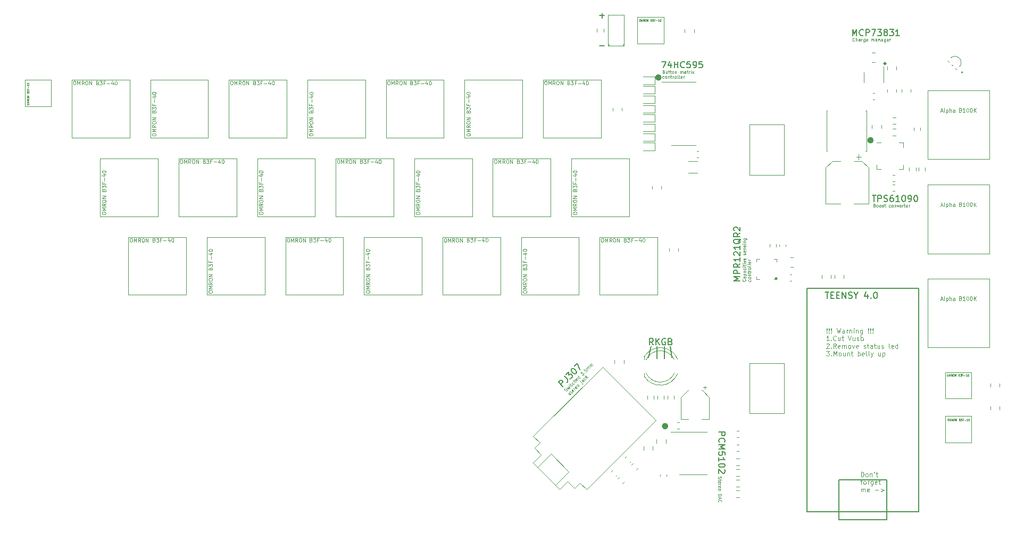
<source format=gbr>
%TF.GenerationSoftware,KiCad,Pcbnew,8.0.9*%
%TF.CreationDate,2025-12-22T17:05:26+01:00*%
%TF.ProjectId,MiniChord,4d696e69-4368-46f7-9264-2e6b69636164,rev?*%
%TF.SameCoordinates,Original*%
%TF.FileFunction,Legend,Top*%
%TF.FilePolarity,Positive*%
%FSLAX46Y46*%
G04 Gerber Fmt 4.6, Leading zero omitted, Abs format (unit mm)*
G04 Created by KiCad (PCBNEW 8.0.9) date 2025-12-22 17:05:26*
%MOMM*%
%LPD*%
G01*
G04 APERTURE LIST*
%ADD10C,0.522214*%
%ADD11C,0.150000*%
%ADD12C,0.230563*%
%ADD13C,0.275000*%
%ADD14C,0.075000*%
%ADD15C,0.100000*%
%ADD16C,0.070000*%
%ADD17C,0.120000*%
%ADD18C,0.201421*%
G04 APERTURE END LIST*
D10*
X153261107Y-90500000D02*
G75*
G02*
X152738893Y-90500000I-261107J0D01*
G01*
X152738893Y-90500000D02*
G75*
G02*
X153261107Y-90500000I261107J0D01*
G01*
D11*
X121100000Y-123300000D02*
X121400000Y-125100000D01*
X120200000Y-123300000D02*
X120200000Y-125200000D01*
D12*
X138115281Y-112500000D02*
G75*
G02*
X137884719Y-112500000I-115281J0D01*
G01*
X137884719Y-112500000D02*
G75*
G02*
X138115281Y-112500000I115281J0D01*
G01*
D11*
X118100000Y-123300000D02*
X117700000Y-125100000D01*
D13*
X155437500Y-78300000D02*
G75*
G02*
X155162500Y-78300000I-137500J0D01*
G01*
X155162500Y-78300000D02*
G75*
G02*
X155437500Y-78300000I137500J0D01*
G01*
D11*
X119000000Y-123300000D02*
X119000000Y-125200000D01*
D10*
X120561107Y-136000000D02*
G75*
G02*
X120038893Y-136000000I-261107J0D01*
G01*
X120038893Y-136000000D02*
G75*
G02*
X120561107Y-136000000I261107J0D01*
G01*
X119511107Y-80500000D02*
G75*
G02*
X118988893Y-80500000I-261107J0D01*
G01*
X118988893Y-80500000D02*
G75*
G02*
X119511107Y-80500000I261107J0D01*
G01*
D11*
X153293922Y-99254819D02*
X153865350Y-99254819D01*
X153579636Y-100254819D02*
X153579636Y-99254819D01*
X154198684Y-100254819D02*
X154198684Y-99254819D01*
X154198684Y-99254819D02*
X154579636Y-99254819D01*
X154579636Y-99254819D02*
X154674874Y-99302438D01*
X154674874Y-99302438D02*
X154722493Y-99350057D01*
X154722493Y-99350057D02*
X154770112Y-99445295D01*
X154770112Y-99445295D02*
X154770112Y-99588152D01*
X154770112Y-99588152D02*
X154722493Y-99683390D01*
X154722493Y-99683390D02*
X154674874Y-99731009D01*
X154674874Y-99731009D02*
X154579636Y-99778628D01*
X154579636Y-99778628D02*
X154198684Y-99778628D01*
X155151065Y-100207200D02*
X155293922Y-100254819D01*
X155293922Y-100254819D02*
X155532017Y-100254819D01*
X155532017Y-100254819D02*
X155627255Y-100207200D01*
X155627255Y-100207200D02*
X155674874Y-100159580D01*
X155674874Y-100159580D02*
X155722493Y-100064342D01*
X155722493Y-100064342D02*
X155722493Y-99969104D01*
X155722493Y-99969104D02*
X155674874Y-99873866D01*
X155674874Y-99873866D02*
X155627255Y-99826247D01*
X155627255Y-99826247D02*
X155532017Y-99778628D01*
X155532017Y-99778628D02*
X155341541Y-99731009D01*
X155341541Y-99731009D02*
X155246303Y-99683390D01*
X155246303Y-99683390D02*
X155198684Y-99635771D01*
X155198684Y-99635771D02*
X155151065Y-99540533D01*
X155151065Y-99540533D02*
X155151065Y-99445295D01*
X155151065Y-99445295D02*
X155198684Y-99350057D01*
X155198684Y-99350057D02*
X155246303Y-99302438D01*
X155246303Y-99302438D02*
X155341541Y-99254819D01*
X155341541Y-99254819D02*
X155579636Y-99254819D01*
X155579636Y-99254819D02*
X155722493Y-99302438D01*
X156579636Y-99254819D02*
X156389160Y-99254819D01*
X156389160Y-99254819D02*
X156293922Y-99302438D01*
X156293922Y-99302438D02*
X156246303Y-99350057D01*
X156246303Y-99350057D02*
X156151065Y-99492914D01*
X156151065Y-99492914D02*
X156103446Y-99683390D01*
X156103446Y-99683390D02*
X156103446Y-100064342D01*
X156103446Y-100064342D02*
X156151065Y-100159580D01*
X156151065Y-100159580D02*
X156198684Y-100207200D01*
X156198684Y-100207200D02*
X156293922Y-100254819D01*
X156293922Y-100254819D02*
X156484398Y-100254819D01*
X156484398Y-100254819D02*
X156579636Y-100207200D01*
X156579636Y-100207200D02*
X156627255Y-100159580D01*
X156627255Y-100159580D02*
X156674874Y-100064342D01*
X156674874Y-100064342D02*
X156674874Y-99826247D01*
X156674874Y-99826247D02*
X156627255Y-99731009D01*
X156627255Y-99731009D02*
X156579636Y-99683390D01*
X156579636Y-99683390D02*
X156484398Y-99635771D01*
X156484398Y-99635771D02*
X156293922Y-99635771D01*
X156293922Y-99635771D02*
X156198684Y-99683390D01*
X156198684Y-99683390D02*
X156151065Y-99731009D01*
X156151065Y-99731009D02*
X156103446Y-99826247D01*
X157627255Y-100254819D02*
X157055827Y-100254819D01*
X157341541Y-100254819D02*
X157341541Y-99254819D01*
X157341541Y-99254819D02*
X157246303Y-99397676D01*
X157246303Y-99397676D02*
X157151065Y-99492914D01*
X157151065Y-99492914D02*
X157055827Y-99540533D01*
X158246303Y-99254819D02*
X158341541Y-99254819D01*
X158341541Y-99254819D02*
X158436779Y-99302438D01*
X158436779Y-99302438D02*
X158484398Y-99350057D01*
X158484398Y-99350057D02*
X158532017Y-99445295D01*
X158532017Y-99445295D02*
X158579636Y-99635771D01*
X158579636Y-99635771D02*
X158579636Y-99873866D01*
X158579636Y-99873866D02*
X158532017Y-100064342D01*
X158532017Y-100064342D02*
X158484398Y-100159580D01*
X158484398Y-100159580D02*
X158436779Y-100207200D01*
X158436779Y-100207200D02*
X158341541Y-100254819D01*
X158341541Y-100254819D02*
X158246303Y-100254819D01*
X158246303Y-100254819D02*
X158151065Y-100207200D01*
X158151065Y-100207200D02*
X158103446Y-100159580D01*
X158103446Y-100159580D02*
X158055827Y-100064342D01*
X158055827Y-100064342D02*
X158008208Y-99873866D01*
X158008208Y-99873866D02*
X158008208Y-99635771D01*
X158008208Y-99635771D02*
X158055827Y-99445295D01*
X158055827Y-99445295D02*
X158103446Y-99350057D01*
X158103446Y-99350057D02*
X158151065Y-99302438D01*
X158151065Y-99302438D02*
X158246303Y-99254819D01*
X159055827Y-100254819D02*
X159246303Y-100254819D01*
X159246303Y-100254819D02*
X159341541Y-100207200D01*
X159341541Y-100207200D02*
X159389160Y-100159580D01*
X159389160Y-100159580D02*
X159484398Y-100016723D01*
X159484398Y-100016723D02*
X159532017Y-99826247D01*
X159532017Y-99826247D02*
X159532017Y-99445295D01*
X159532017Y-99445295D02*
X159484398Y-99350057D01*
X159484398Y-99350057D02*
X159436779Y-99302438D01*
X159436779Y-99302438D02*
X159341541Y-99254819D01*
X159341541Y-99254819D02*
X159151065Y-99254819D01*
X159151065Y-99254819D02*
X159055827Y-99302438D01*
X159055827Y-99302438D02*
X159008208Y-99350057D01*
X159008208Y-99350057D02*
X158960589Y-99445295D01*
X158960589Y-99445295D02*
X158960589Y-99683390D01*
X158960589Y-99683390D02*
X159008208Y-99778628D01*
X159008208Y-99778628D02*
X159055827Y-99826247D01*
X159055827Y-99826247D02*
X159151065Y-99873866D01*
X159151065Y-99873866D02*
X159341541Y-99873866D01*
X159341541Y-99873866D02*
X159436779Y-99826247D01*
X159436779Y-99826247D02*
X159484398Y-99778628D01*
X159484398Y-99778628D02*
X159532017Y-99683390D01*
X160151065Y-99254819D02*
X160246303Y-99254819D01*
X160246303Y-99254819D02*
X160341541Y-99302438D01*
X160341541Y-99302438D02*
X160389160Y-99350057D01*
X160389160Y-99350057D02*
X160436779Y-99445295D01*
X160436779Y-99445295D02*
X160484398Y-99635771D01*
X160484398Y-99635771D02*
X160484398Y-99873866D01*
X160484398Y-99873866D02*
X160436779Y-100064342D01*
X160436779Y-100064342D02*
X160389160Y-100159580D01*
X160389160Y-100159580D02*
X160341541Y-100207200D01*
X160341541Y-100207200D02*
X160246303Y-100254819D01*
X160246303Y-100254819D02*
X160151065Y-100254819D01*
X160151065Y-100254819D02*
X160055827Y-100207200D01*
X160055827Y-100207200D02*
X160008208Y-100159580D01*
X160008208Y-100159580D02*
X159960589Y-100064342D01*
X159960589Y-100064342D02*
X159912970Y-99873866D01*
X159912970Y-99873866D02*
X159912970Y-99635771D01*
X159912970Y-99635771D02*
X159960589Y-99445295D01*
X159960589Y-99445295D02*
X160008208Y-99350057D01*
X160008208Y-99350057D02*
X160055827Y-99302438D01*
X160055827Y-99302438D02*
X160151065Y-99254819D01*
X119788095Y-77954819D02*
X120454761Y-77954819D01*
X120454761Y-77954819D02*
X120026190Y-78954819D01*
X121264285Y-78288152D02*
X121264285Y-78954819D01*
X121026190Y-77907200D02*
X120788095Y-78621485D01*
X120788095Y-78621485D02*
X121407142Y-78621485D01*
X121788095Y-78954819D02*
X121788095Y-77954819D01*
X121788095Y-78431009D02*
X122359523Y-78431009D01*
X122359523Y-78954819D02*
X122359523Y-77954819D01*
X123407142Y-78859580D02*
X123359523Y-78907200D01*
X123359523Y-78907200D02*
X123216666Y-78954819D01*
X123216666Y-78954819D02*
X123121428Y-78954819D01*
X123121428Y-78954819D02*
X122978571Y-78907200D01*
X122978571Y-78907200D02*
X122883333Y-78811961D01*
X122883333Y-78811961D02*
X122835714Y-78716723D01*
X122835714Y-78716723D02*
X122788095Y-78526247D01*
X122788095Y-78526247D02*
X122788095Y-78383390D01*
X122788095Y-78383390D02*
X122835714Y-78192914D01*
X122835714Y-78192914D02*
X122883333Y-78097676D01*
X122883333Y-78097676D02*
X122978571Y-78002438D01*
X122978571Y-78002438D02*
X123121428Y-77954819D01*
X123121428Y-77954819D02*
X123216666Y-77954819D01*
X123216666Y-77954819D02*
X123359523Y-78002438D01*
X123359523Y-78002438D02*
X123407142Y-78050057D01*
X124311904Y-77954819D02*
X123835714Y-77954819D01*
X123835714Y-77954819D02*
X123788095Y-78431009D01*
X123788095Y-78431009D02*
X123835714Y-78383390D01*
X123835714Y-78383390D02*
X123930952Y-78335771D01*
X123930952Y-78335771D02*
X124169047Y-78335771D01*
X124169047Y-78335771D02*
X124264285Y-78383390D01*
X124264285Y-78383390D02*
X124311904Y-78431009D01*
X124311904Y-78431009D02*
X124359523Y-78526247D01*
X124359523Y-78526247D02*
X124359523Y-78764342D01*
X124359523Y-78764342D02*
X124311904Y-78859580D01*
X124311904Y-78859580D02*
X124264285Y-78907200D01*
X124264285Y-78907200D02*
X124169047Y-78954819D01*
X124169047Y-78954819D02*
X123930952Y-78954819D01*
X123930952Y-78954819D02*
X123835714Y-78907200D01*
X123835714Y-78907200D02*
X123788095Y-78859580D01*
X124835714Y-78954819D02*
X125026190Y-78954819D01*
X125026190Y-78954819D02*
X125121428Y-78907200D01*
X125121428Y-78907200D02*
X125169047Y-78859580D01*
X125169047Y-78859580D02*
X125264285Y-78716723D01*
X125264285Y-78716723D02*
X125311904Y-78526247D01*
X125311904Y-78526247D02*
X125311904Y-78145295D01*
X125311904Y-78145295D02*
X125264285Y-78050057D01*
X125264285Y-78050057D02*
X125216666Y-78002438D01*
X125216666Y-78002438D02*
X125121428Y-77954819D01*
X125121428Y-77954819D02*
X124930952Y-77954819D01*
X124930952Y-77954819D02*
X124835714Y-78002438D01*
X124835714Y-78002438D02*
X124788095Y-78050057D01*
X124788095Y-78050057D02*
X124740476Y-78145295D01*
X124740476Y-78145295D02*
X124740476Y-78383390D01*
X124740476Y-78383390D02*
X124788095Y-78478628D01*
X124788095Y-78478628D02*
X124835714Y-78526247D01*
X124835714Y-78526247D02*
X124930952Y-78573866D01*
X124930952Y-78573866D02*
X125121428Y-78573866D01*
X125121428Y-78573866D02*
X125216666Y-78526247D01*
X125216666Y-78526247D02*
X125264285Y-78478628D01*
X125264285Y-78478628D02*
X125311904Y-78383390D01*
X126216666Y-77954819D02*
X125740476Y-77954819D01*
X125740476Y-77954819D02*
X125692857Y-78431009D01*
X125692857Y-78431009D02*
X125740476Y-78383390D01*
X125740476Y-78383390D02*
X125835714Y-78335771D01*
X125835714Y-78335771D02*
X126073809Y-78335771D01*
X126073809Y-78335771D02*
X126169047Y-78383390D01*
X126169047Y-78383390D02*
X126216666Y-78431009D01*
X126216666Y-78431009D02*
X126264285Y-78526247D01*
X126264285Y-78526247D02*
X126264285Y-78764342D01*
X126264285Y-78764342D02*
X126216666Y-78859580D01*
X126216666Y-78859580D02*
X126169047Y-78907200D01*
X126169047Y-78907200D02*
X126073809Y-78954819D01*
X126073809Y-78954819D02*
X125835714Y-78954819D01*
X125835714Y-78954819D02*
X125740476Y-78907200D01*
X125740476Y-78907200D02*
X125692857Y-78859580D01*
X132254819Y-112861904D02*
X131254819Y-112861904D01*
X131254819Y-112861904D02*
X131969104Y-112528571D01*
X131969104Y-112528571D02*
X131254819Y-112195238D01*
X131254819Y-112195238D02*
X132254819Y-112195238D01*
X132254819Y-111719047D02*
X131254819Y-111719047D01*
X131254819Y-111719047D02*
X131254819Y-111338095D01*
X131254819Y-111338095D02*
X131302438Y-111242857D01*
X131302438Y-111242857D02*
X131350057Y-111195238D01*
X131350057Y-111195238D02*
X131445295Y-111147619D01*
X131445295Y-111147619D02*
X131588152Y-111147619D01*
X131588152Y-111147619D02*
X131683390Y-111195238D01*
X131683390Y-111195238D02*
X131731009Y-111242857D01*
X131731009Y-111242857D02*
X131778628Y-111338095D01*
X131778628Y-111338095D02*
X131778628Y-111719047D01*
X132254819Y-110147619D02*
X131778628Y-110480952D01*
X132254819Y-110719047D02*
X131254819Y-110719047D01*
X131254819Y-110719047D02*
X131254819Y-110338095D01*
X131254819Y-110338095D02*
X131302438Y-110242857D01*
X131302438Y-110242857D02*
X131350057Y-110195238D01*
X131350057Y-110195238D02*
X131445295Y-110147619D01*
X131445295Y-110147619D02*
X131588152Y-110147619D01*
X131588152Y-110147619D02*
X131683390Y-110195238D01*
X131683390Y-110195238D02*
X131731009Y-110242857D01*
X131731009Y-110242857D02*
X131778628Y-110338095D01*
X131778628Y-110338095D02*
X131778628Y-110719047D01*
X132254819Y-109195238D02*
X132254819Y-109766666D01*
X132254819Y-109480952D02*
X131254819Y-109480952D01*
X131254819Y-109480952D02*
X131397676Y-109576190D01*
X131397676Y-109576190D02*
X131492914Y-109671428D01*
X131492914Y-109671428D02*
X131540533Y-109766666D01*
X131350057Y-108814285D02*
X131302438Y-108766666D01*
X131302438Y-108766666D02*
X131254819Y-108671428D01*
X131254819Y-108671428D02*
X131254819Y-108433333D01*
X131254819Y-108433333D02*
X131302438Y-108338095D01*
X131302438Y-108338095D02*
X131350057Y-108290476D01*
X131350057Y-108290476D02*
X131445295Y-108242857D01*
X131445295Y-108242857D02*
X131540533Y-108242857D01*
X131540533Y-108242857D02*
X131683390Y-108290476D01*
X131683390Y-108290476D02*
X132254819Y-108861904D01*
X132254819Y-108861904D02*
X132254819Y-108242857D01*
X132254819Y-107290476D02*
X132254819Y-107861904D01*
X132254819Y-107576190D02*
X131254819Y-107576190D01*
X131254819Y-107576190D02*
X131397676Y-107671428D01*
X131397676Y-107671428D02*
X131492914Y-107766666D01*
X131492914Y-107766666D02*
X131540533Y-107861904D01*
X132350057Y-106195238D02*
X132302438Y-106290476D01*
X132302438Y-106290476D02*
X132207200Y-106385714D01*
X132207200Y-106385714D02*
X132064342Y-106528571D01*
X132064342Y-106528571D02*
X132016723Y-106623809D01*
X132016723Y-106623809D02*
X132016723Y-106719047D01*
X132254819Y-106671428D02*
X132207200Y-106766666D01*
X132207200Y-106766666D02*
X132111961Y-106861904D01*
X132111961Y-106861904D02*
X131921485Y-106909523D01*
X131921485Y-106909523D02*
X131588152Y-106909523D01*
X131588152Y-106909523D02*
X131397676Y-106861904D01*
X131397676Y-106861904D02*
X131302438Y-106766666D01*
X131302438Y-106766666D02*
X131254819Y-106671428D01*
X131254819Y-106671428D02*
X131254819Y-106480952D01*
X131254819Y-106480952D02*
X131302438Y-106385714D01*
X131302438Y-106385714D02*
X131397676Y-106290476D01*
X131397676Y-106290476D02*
X131588152Y-106242857D01*
X131588152Y-106242857D02*
X131921485Y-106242857D01*
X131921485Y-106242857D02*
X132111961Y-106290476D01*
X132111961Y-106290476D02*
X132207200Y-106385714D01*
X132207200Y-106385714D02*
X132254819Y-106480952D01*
X132254819Y-106480952D02*
X132254819Y-106671428D01*
X132254819Y-105242857D02*
X131778628Y-105576190D01*
X132254819Y-105814285D02*
X131254819Y-105814285D01*
X131254819Y-105814285D02*
X131254819Y-105433333D01*
X131254819Y-105433333D02*
X131302438Y-105338095D01*
X131302438Y-105338095D02*
X131350057Y-105290476D01*
X131350057Y-105290476D02*
X131445295Y-105242857D01*
X131445295Y-105242857D02*
X131588152Y-105242857D01*
X131588152Y-105242857D02*
X131683390Y-105290476D01*
X131683390Y-105290476D02*
X131731009Y-105338095D01*
X131731009Y-105338095D02*
X131778628Y-105433333D01*
X131778628Y-105433333D02*
X131778628Y-105814285D01*
X131350057Y-104861904D02*
X131302438Y-104814285D01*
X131302438Y-104814285D02*
X131254819Y-104719047D01*
X131254819Y-104719047D02*
X131254819Y-104480952D01*
X131254819Y-104480952D02*
X131302438Y-104385714D01*
X131302438Y-104385714D02*
X131350057Y-104338095D01*
X131350057Y-104338095D02*
X131445295Y-104290476D01*
X131445295Y-104290476D02*
X131540533Y-104290476D01*
X131540533Y-104290476D02*
X131683390Y-104338095D01*
X131683390Y-104338095D02*
X132254819Y-104909523D01*
X132254819Y-104909523D02*
X132254819Y-104290476D01*
X118409523Y-123054819D02*
X118076190Y-122578628D01*
X117838095Y-123054819D02*
X117838095Y-122054819D01*
X117838095Y-122054819D02*
X118219047Y-122054819D01*
X118219047Y-122054819D02*
X118314285Y-122102438D01*
X118314285Y-122102438D02*
X118361904Y-122150057D01*
X118361904Y-122150057D02*
X118409523Y-122245295D01*
X118409523Y-122245295D02*
X118409523Y-122388152D01*
X118409523Y-122388152D02*
X118361904Y-122483390D01*
X118361904Y-122483390D02*
X118314285Y-122531009D01*
X118314285Y-122531009D02*
X118219047Y-122578628D01*
X118219047Y-122578628D02*
X117838095Y-122578628D01*
X118838095Y-123054819D02*
X118838095Y-122054819D01*
X119409523Y-123054819D02*
X118980952Y-122483390D01*
X119409523Y-122054819D02*
X118838095Y-122626247D01*
X120361904Y-122102438D02*
X120266666Y-122054819D01*
X120266666Y-122054819D02*
X120123809Y-122054819D01*
X120123809Y-122054819D02*
X119980952Y-122102438D01*
X119980952Y-122102438D02*
X119885714Y-122197676D01*
X119885714Y-122197676D02*
X119838095Y-122292914D01*
X119838095Y-122292914D02*
X119790476Y-122483390D01*
X119790476Y-122483390D02*
X119790476Y-122626247D01*
X119790476Y-122626247D02*
X119838095Y-122816723D01*
X119838095Y-122816723D02*
X119885714Y-122911961D01*
X119885714Y-122911961D02*
X119980952Y-123007200D01*
X119980952Y-123007200D02*
X120123809Y-123054819D01*
X120123809Y-123054819D02*
X120219047Y-123054819D01*
X120219047Y-123054819D02*
X120361904Y-123007200D01*
X120361904Y-123007200D02*
X120409523Y-122959580D01*
X120409523Y-122959580D02*
X120409523Y-122626247D01*
X120409523Y-122626247D02*
X120219047Y-122626247D01*
X121171428Y-122531009D02*
X121314285Y-122578628D01*
X121314285Y-122578628D02*
X121361904Y-122626247D01*
X121361904Y-122626247D02*
X121409523Y-122721485D01*
X121409523Y-122721485D02*
X121409523Y-122864342D01*
X121409523Y-122864342D02*
X121361904Y-122959580D01*
X121361904Y-122959580D02*
X121314285Y-123007200D01*
X121314285Y-123007200D02*
X121219047Y-123054819D01*
X121219047Y-123054819D02*
X120838095Y-123054819D01*
X120838095Y-123054819D02*
X120838095Y-122054819D01*
X120838095Y-122054819D02*
X121171428Y-122054819D01*
X121171428Y-122054819D02*
X121266666Y-122102438D01*
X121266666Y-122102438D02*
X121314285Y-122150057D01*
X121314285Y-122150057D02*
X121361904Y-122245295D01*
X121361904Y-122245295D02*
X121361904Y-122340533D01*
X121361904Y-122340533D02*
X121314285Y-122435771D01*
X121314285Y-122435771D02*
X121266666Y-122483390D01*
X121266666Y-122483390D02*
X121171428Y-122531009D01*
X121171428Y-122531009D02*
X120838095Y-122531009D01*
D14*
X128796400Y-144044580D02*
X128772590Y-144116008D01*
X128772590Y-144116008D02*
X128772590Y-144235056D01*
X128772590Y-144235056D02*
X128796400Y-144282675D01*
X128796400Y-144282675D02*
X128820209Y-144306484D01*
X128820209Y-144306484D02*
X128867828Y-144330294D01*
X128867828Y-144330294D02*
X128915447Y-144330294D01*
X128915447Y-144330294D02*
X128963066Y-144306484D01*
X128963066Y-144306484D02*
X128986876Y-144282675D01*
X128986876Y-144282675D02*
X129010685Y-144235056D01*
X129010685Y-144235056D02*
X129034495Y-144139818D01*
X129034495Y-144139818D02*
X129058304Y-144092199D01*
X129058304Y-144092199D02*
X129082114Y-144068389D01*
X129082114Y-144068389D02*
X129129733Y-144044580D01*
X129129733Y-144044580D02*
X129177352Y-144044580D01*
X129177352Y-144044580D02*
X129224971Y-144068389D01*
X129224971Y-144068389D02*
X129248780Y-144092199D01*
X129248780Y-144092199D02*
X129272590Y-144139818D01*
X129272590Y-144139818D02*
X129272590Y-144258865D01*
X129272590Y-144258865D02*
X129248780Y-144330294D01*
X129105923Y-144473151D02*
X129105923Y-144663627D01*
X129272590Y-144544579D02*
X128844019Y-144544579D01*
X128844019Y-144544579D02*
X128796400Y-144568389D01*
X128796400Y-144568389D02*
X128772590Y-144616008D01*
X128772590Y-144616008D02*
X128772590Y-144663627D01*
X128796400Y-145020769D02*
X128772590Y-144973150D01*
X128772590Y-144973150D02*
X128772590Y-144877912D01*
X128772590Y-144877912D02*
X128796400Y-144830293D01*
X128796400Y-144830293D02*
X128844019Y-144806484D01*
X128844019Y-144806484D02*
X129034495Y-144806484D01*
X129034495Y-144806484D02*
X129082114Y-144830293D01*
X129082114Y-144830293D02*
X129105923Y-144877912D01*
X129105923Y-144877912D02*
X129105923Y-144973150D01*
X129105923Y-144973150D02*
X129082114Y-145020769D01*
X129082114Y-145020769D02*
X129034495Y-145044579D01*
X129034495Y-145044579D02*
X128986876Y-145044579D01*
X128986876Y-145044579D02*
X128939257Y-144806484D01*
X128772590Y-145258864D02*
X129105923Y-145258864D01*
X129010685Y-145258864D02*
X129058304Y-145282674D01*
X129058304Y-145282674D02*
X129082114Y-145306483D01*
X129082114Y-145306483D02*
X129105923Y-145354102D01*
X129105923Y-145354102D02*
X129105923Y-145401721D01*
X128796400Y-145758864D02*
X128772590Y-145711245D01*
X128772590Y-145711245D02*
X128772590Y-145616007D01*
X128772590Y-145616007D02*
X128796400Y-145568388D01*
X128796400Y-145568388D02*
X128844019Y-145544579D01*
X128844019Y-145544579D02*
X129034495Y-145544579D01*
X129034495Y-145544579D02*
X129082114Y-145568388D01*
X129082114Y-145568388D02*
X129105923Y-145616007D01*
X129105923Y-145616007D02*
X129105923Y-145711245D01*
X129105923Y-145711245D02*
X129082114Y-145758864D01*
X129082114Y-145758864D02*
X129034495Y-145782674D01*
X129034495Y-145782674D02*
X128986876Y-145782674D01*
X128986876Y-145782674D02*
X128939257Y-145544579D01*
X128772590Y-146068388D02*
X128796400Y-146020769D01*
X128796400Y-146020769D02*
X128820209Y-145996959D01*
X128820209Y-145996959D02*
X128867828Y-145973150D01*
X128867828Y-145973150D02*
X129010685Y-145973150D01*
X129010685Y-145973150D02*
X129058304Y-145996959D01*
X129058304Y-145996959D02*
X129082114Y-146020769D01*
X129082114Y-146020769D02*
X129105923Y-146068388D01*
X129105923Y-146068388D02*
X129105923Y-146139816D01*
X129105923Y-146139816D02*
X129082114Y-146187435D01*
X129082114Y-146187435D02*
X129058304Y-146211245D01*
X129058304Y-146211245D02*
X129010685Y-146235054D01*
X129010685Y-146235054D02*
X128867828Y-146235054D01*
X128867828Y-146235054D02*
X128820209Y-146211245D01*
X128820209Y-146211245D02*
X128796400Y-146187435D01*
X128796400Y-146187435D02*
X128772590Y-146139816D01*
X128772590Y-146139816D02*
X128772590Y-146068388D01*
X128772590Y-146830292D02*
X129272590Y-146830292D01*
X129272590Y-146830292D02*
X129272590Y-146949340D01*
X129272590Y-146949340D02*
X129248780Y-147020768D01*
X129248780Y-147020768D02*
X129201161Y-147068387D01*
X129201161Y-147068387D02*
X129153542Y-147092197D01*
X129153542Y-147092197D02*
X129058304Y-147116006D01*
X129058304Y-147116006D02*
X128986876Y-147116006D01*
X128986876Y-147116006D02*
X128891638Y-147092197D01*
X128891638Y-147092197D02*
X128844019Y-147068387D01*
X128844019Y-147068387D02*
X128796400Y-147020768D01*
X128796400Y-147020768D02*
X128772590Y-146949340D01*
X128772590Y-146949340D02*
X128772590Y-146830292D01*
X128915447Y-147306483D02*
X128915447Y-147544578D01*
X128772590Y-147258864D02*
X129272590Y-147425530D01*
X129272590Y-147425530D02*
X128772590Y-147592197D01*
X128820209Y-148044577D02*
X128796400Y-148020768D01*
X128796400Y-148020768D02*
X128772590Y-147949339D01*
X128772590Y-147949339D02*
X128772590Y-147901720D01*
X128772590Y-147901720D02*
X128796400Y-147830292D01*
X128796400Y-147830292D02*
X128844019Y-147782673D01*
X128844019Y-147782673D02*
X128891638Y-147758863D01*
X128891638Y-147758863D02*
X128986876Y-147735054D01*
X128986876Y-147735054D02*
X129058304Y-147735054D01*
X129058304Y-147735054D02*
X129153542Y-147758863D01*
X129153542Y-147758863D02*
X129201161Y-147782673D01*
X129201161Y-147782673D02*
X129248780Y-147830292D01*
X129248780Y-147830292D02*
X129272590Y-147901720D01*
X129272590Y-147901720D02*
X129272590Y-147949339D01*
X129272590Y-147949339D02*
X129248780Y-148020768D01*
X129248780Y-148020768D02*
X129224971Y-148044577D01*
X120085056Y-79563018D02*
X120156484Y-79586828D01*
X120156484Y-79586828D02*
X120180294Y-79610637D01*
X120180294Y-79610637D02*
X120204103Y-79658256D01*
X120204103Y-79658256D02*
X120204103Y-79729685D01*
X120204103Y-79729685D02*
X120180294Y-79777304D01*
X120180294Y-79777304D02*
X120156484Y-79801114D01*
X120156484Y-79801114D02*
X120108865Y-79824923D01*
X120108865Y-79824923D02*
X119918389Y-79824923D01*
X119918389Y-79824923D02*
X119918389Y-79324923D01*
X119918389Y-79324923D02*
X120085056Y-79324923D01*
X120085056Y-79324923D02*
X120132675Y-79348733D01*
X120132675Y-79348733D02*
X120156484Y-79372542D01*
X120156484Y-79372542D02*
X120180294Y-79420161D01*
X120180294Y-79420161D02*
X120180294Y-79467780D01*
X120180294Y-79467780D02*
X120156484Y-79515399D01*
X120156484Y-79515399D02*
X120132675Y-79539209D01*
X120132675Y-79539209D02*
X120085056Y-79563018D01*
X120085056Y-79563018D02*
X119918389Y-79563018D01*
X120632675Y-79491590D02*
X120632675Y-79824923D01*
X120418389Y-79491590D02*
X120418389Y-79753494D01*
X120418389Y-79753494D02*
X120442199Y-79801114D01*
X120442199Y-79801114D02*
X120489818Y-79824923D01*
X120489818Y-79824923D02*
X120561246Y-79824923D01*
X120561246Y-79824923D02*
X120608865Y-79801114D01*
X120608865Y-79801114D02*
X120632675Y-79777304D01*
X120799342Y-79491590D02*
X120989818Y-79491590D01*
X120870770Y-79324923D02*
X120870770Y-79753494D01*
X120870770Y-79753494D02*
X120894580Y-79801114D01*
X120894580Y-79801114D02*
X120942199Y-79824923D01*
X120942199Y-79824923D02*
X120989818Y-79824923D01*
X121085056Y-79491590D02*
X121275532Y-79491590D01*
X121156484Y-79324923D02*
X121156484Y-79753494D01*
X121156484Y-79753494D02*
X121180294Y-79801114D01*
X121180294Y-79801114D02*
X121227913Y-79824923D01*
X121227913Y-79824923D02*
X121275532Y-79824923D01*
X121513627Y-79824923D02*
X121466008Y-79801114D01*
X121466008Y-79801114D02*
X121442198Y-79777304D01*
X121442198Y-79777304D02*
X121418389Y-79729685D01*
X121418389Y-79729685D02*
X121418389Y-79586828D01*
X121418389Y-79586828D02*
X121442198Y-79539209D01*
X121442198Y-79539209D02*
X121466008Y-79515399D01*
X121466008Y-79515399D02*
X121513627Y-79491590D01*
X121513627Y-79491590D02*
X121585055Y-79491590D01*
X121585055Y-79491590D02*
X121632674Y-79515399D01*
X121632674Y-79515399D02*
X121656484Y-79539209D01*
X121656484Y-79539209D02*
X121680293Y-79586828D01*
X121680293Y-79586828D02*
X121680293Y-79729685D01*
X121680293Y-79729685D02*
X121656484Y-79777304D01*
X121656484Y-79777304D02*
X121632674Y-79801114D01*
X121632674Y-79801114D02*
X121585055Y-79824923D01*
X121585055Y-79824923D02*
X121513627Y-79824923D01*
X121894579Y-79491590D02*
X121894579Y-79824923D01*
X121894579Y-79539209D02*
X121918389Y-79515399D01*
X121918389Y-79515399D02*
X121966008Y-79491590D01*
X121966008Y-79491590D02*
X122037436Y-79491590D01*
X122037436Y-79491590D02*
X122085055Y-79515399D01*
X122085055Y-79515399D02*
X122108865Y-79563018D01*
X122108865Y-79563018D02*
X122108865Y-79824923D01*
X122727912Y-79824923D02*
X122727912Y-79491590D01*
X122727912Y-79539209D02*
X122751722Y-79515399D01*
X122751722Y-79515399D02*
X122799341Y-79491590D01*
X122799341Y-79491590D02*
X122870769Y-79491590D01*
X122870769Y-79491590D02*
X122918388Y-79515399D01*
X122918388Y-79515399D02*
X122942198Y-79563018D01*
X122942198Y-79563018D02*
X122942198Y-79824923D01*
X122942198Y-79563018D02*
X122966007Y-79515399D01*
X122966007Y-79515399D02*
X123013626Y-79491590D01*
X123013626Y-79491590D02*
X123085055Y-79491590D01*
X123085055Y-79491590D02*
X123132674Y-79515399D01*
X123132674Y-79515399D02*
X123156484Y-79563018D01*
X123156484Y-79563018D02*
X123156484Y-79824923D01*
X123608865Y-79824923D02*
X123608865Y-79563018D01*
X123608865Y-79563018D02*
X123585055Y-79515399D01*
X123585055Y-79515399D02*
X123537436Y-79491590D01*
X123537436Y-79491590D02*
X123442198Y-79491590D01*
X123442198Y-79491590D02*
X123394579Y-79515399D01*
X123608865Y-79801114D02*
X123561246Y-79824923D01*
X123561246Y-79824923D02*
X123442198Y-79824923D01*
X123442198Y-79824923D02*
X123394579Y-79801114D01*
X123394579Y-79801114D02*
X123370770Y-79753494D01*
X123370770Y-79753494D02*
X123370770Y-79705875D01*
X123370770Y-79705875D02*
X123394579Y-79658256D01*
X123394579Y-79658256D02*
X123442198Y-79634447D01*
X123442198Y-79634447D02*
X123561246Y-79634447D01*
X123561246Y-79634447D02*
X123608865Y-79610637D01*
X123775532Y-79491590D02*
X123966008Y-79491590D01*
X123846960Y-79324923D02*
X123846960Y-79753494D01*
X123846960Y-79753494D02*
X123870770Y-79801114D01*
X123870770Y-79801114D02*
X123918389Y-79824923D01*
X123918389Y-79824923D02*
X123966008Y-79824923D01*
X124132674Y-79824923D02*
X124132674Y-79491590D01*
X124132674Y-79586828D02*
X124156484Y-79539209D01*
X124156484Y-79539209D02*
X124180293Y-79515399D01*
X124180293Y-79515399D02*
X124227912Y-79491590D01*
X124227912Y-79491590D02*
X124275531Y-79491590D01*
X124442198Y-79824923D02*
X124442198Y-79491590D01*
X124442198Y-79324923D02*
X124418389Y-79348733D01*
X124418389Y-79348733D02*
X124442198Y-79372542D01*
X124442198Y-79372542D02*
X124466008Y-79348733D01*
X124466008Y-79348733D02*
X124442198Y-79324923D01*
X124442198Y-79324923D02*
X124442198Y-79372542D01*
X124632674Y-79824923D02*
X124894579Y-79491590D01*
X124632674Y-79491590D02*
X124894579Y-79824923D01*
X120132675Y-80606086D02*
X120085056Y-80629895D01*
X120085056Y-80629895D02*
X119989818Y-80629895D01*
X119989818Y-80629895D02*
X119942199Y-80606086D01*
X119942199Y-80606086D02*
X119918389Y-80582276D01*
X119918389Y-80582276D02*
X119894580Y-80534657D01*
X119894580Y-80534657D02*
X119894580Y-80391800D01*
X119894580Y-80391800D02*
X119918389Y-80344181D01*
X119918389Y-80344181D02*
X119942199Y-80320371D01*
X119942199Y-80320371D02*
X119989818Y-80296562D01*
X119989818Y-80296562D02*
X120085056Y-80296562D01*
X120085056Y-80296562D02*
X120132675Y-80320371D01*
X120418389Y-80629895D02*
X120370770Y-80606086D01*
X120370770Y-80606086D02*
X120346960Y-80582276D01*
X120346960Y-80582276D02*
X120323151Y-80534657D01*
X120323151Y-80534657D02*
X120323151Y-80391800D01*
X120323151Y-80391800D02*
X120346960Y-80344181D01*
X120346960Y-80344181D02*
X120370770Y-80320371D01*
X120370770Y-80320371D02*
X120418389Y-80296562D01*
X120418389Y-80296562D02*
X120489817Y-80296562D01*
X120489817Y-80296562D02*
X120537436Y-80320371D01*
X120537436Y-80320371D02*
X120561246Y-80344181D01*
X120561246Y-80344181D02*
X120585055Y-80391800D01*
X120585055Y-80391800D02*
X120585055Y-80534657D01*
X120585055Y-80534657D02*
X120561246Y-80582276D01*
X120561246Y-80582276D02*
X120537436Y-80606086D01*
X120537436Y-80606086D02*
X120489817Y-80629895D01*
X120489817Y-80629895D02*
X120418389Y-80629895D01*
X120799341Y-80296562D02*
X120799341Y-80629895D01*
X120799341Y-80344181D02*
X120823151Y-80320371D01*
X120823151Y-80320371D02*
X120870770Y-80296562D01*
X120870770Y-80296562D02*
X120942198Y-80296562D01*
X120942198Y-80296562D02*
X120989817Y-80320371D01*
X120989817Y-80320371D02*
X121013627Y-80367990D01*
X121013627Y-80367990D02*
X121013627Y-80629895D01*
X121180294Y-80296562D02*
X121370770Y-80296562D01*
X121251722Y-80129895D02*
X121251722Y-80558466D01*
X121251722Y-80558466D02*
X121275532Y-80606086D01*
X121275532Y-80606086D02*
X121323151Y-80629895D01*
X121323151Y-80629895D02*
X121370770Y-80629895D01*
X121537436Y-80629895D02*
X121537436Y-80296562D01*
X121537436Y-80391800D02*
X121561246Y-80344181D01*
X121561246Y-80344181D02*
X121585055Y-80320371D01*
X121585055Y-80320371D02*
X121632674Y-80296562D01*
X121632674Y-80296562D02*
X121680293Y-80296562D01*
X121918389Y-80629895D02*
X121870770Y-80606086D01*
X121870770Y-80606086D02*
X121846960Y-80582276D01*
X121846960Y-80582276D02*
X121823151Y-80534657D01*
X121823151Y-80534657D02*
X121823151Y-80391800D01*
X121823151Y-80391800D02*
X121846960Y-80344181D01*
X121846960Y-80344181D02*
X121870770Y-80320371D01*
X121870770Y-80320371D02*
X121918389Y-80296562D01*
X121918389Y-80296562D02*
X121989817Y-80296562D01*
X121989817Y-80296562D02*
X122037436Y-80320371D01*
X122037436Y-80320371D02*
X122061246Y-80344181D01*
X122061246Y-80344181D02*
X122085055Y-80391800D01*
X122085055Y-80391800D02*
X122085055Y-80534657D01*
X122085055Y-80534657D02*
X122061246Y-80582276D01*
X122061246Y-80582276D02*
X122037436Y-80606086D01*
X122037436Y-80606086D02*
X121989817Y-80629895D01*
X121989817Y-80629895D02*
X121918389Y-80629895D01*
X122370770Y-80629895D02*
X122323151Y-80606086D01*
X122323151Y-80606086D02*
X122299341Y-80558466D01*
X122299341Y-80558466D02*
X122299341Y-80129895D01*
X122632675Y-80629895D02*
X122585056Y-80606086D01*
X122585056Y-80606086D02*
X122561246Y-80558466D01*
X122561246Y-80558466D02*
X122561246Y-80129895D01*
X123013627Y-80606086D02*
X122966008Y-80629895D01*
X122966008Y-80629895D02*
X122870770Y-80629895D01*
X122870770Y-80629895D02*
X122823151Y-80606086D01*
X122823151Y-80606086D02*
X122799342Y-80558466D01*
X122799342Y-80558466D02*
X122799342Y-80367990D01*
X122799342Y-80367990D02*
X122823151Y-80320371D01*
X122823151Y-80320371D02*
X122870770Y-80296562D01*
X122870770Y-80296562D02*
X122966008Y-80296562D01*
X122966008Y-80296562D02*
X123013627Y-80320371D01*
X123013627Y-80320371D02*
X123037437Y-80367990D01*
X123037437Y-80367990D02*
X123037437Y-80415609D01*
X123037437Y-80415609D02*
X122799342Y-80463228D01*
X123251722Y-80629895D02*
X123251722Y-80296562D01*
X123251722Y-80391800D02*
X123275532Y-80344181D01*
X123275532Y-80344181D02*
X123299341Y-80320371D01*
X123299341Y-80320371D02*
X123346960Y-80296562D01*
X123346960Y-80296562D02*
X123394579Y-80296562D01*
D11*
X104056884Y-129686326D02*
X103349777Y-128979220D01*
X103349777Y-128979220D02*
X103619151Y-128709846D01*
X103619151Y-128709846D02*
X103720166Y-128676174D01*
X103720166Y-128676174D02*
X103787510Y-128676174D01*
X103787510Y-128676174D02*
X103888525Y-128709846D01*
X103888525Y-128709846D02*
X103989540Y-128810861D01*
X103989540Y-128810861D02*
X104023212Y-128911876D01*
X104023212Y-128911876D02*
X104023212Y-128979220D01*
X104023212Y-128979220D02*
X103989540Y-129080235D01*
X103989540Y-129080235D02*
X103720166Y-129349609D01*
X104258914Y-128070082D02*
X104763991Y-128575159D01*
X104763991Y-128575159D02*
X104831334Y-128709846D01*
X104831334Y-128709846D02*
X104831334Y-128844533D01*
X104831334Y-128844533D02*
X104763991Y-128979220D01*
X104763991Y-128979220D02*
X104696647Y-129046563D01*
X104528288Y-127800708D02*
X104966021Y-127362975D01*
X104966021Y-127362975D02*
X104999693Y-127868052D01*
X104999693Y-127868052D02*
X105100708Y-127767036D01*
X105100708Y-127767036D02*
X105201724Y-127733365D01*
X105201724Y-127733365D02*
X105269067Y-127733365D01*
X105269067Y-127733365D02*
X105370082Y-127767036D01*
X105370082Y-127767036D02*
X105538441Y-127935395D01*
X105538441Y-127935395D02*
X105572113Y-128036410D01*
X105572113Y-128036410D02*
X105572113Y-128103754D01*
X105572113Y-128103754D02*
X105538441Y-128204769D01*
X105538441Y-128204769D02*
X105336411Y-128406800D01*
X105336411Y-128406800D02*
X105235395Y-128440471D01*
X105235395Y-128440471D02*
X105168052Y-128440471D01*
X105403754Y-126925243D02*
X105471098Y-126857899D01*
X105471098Y-126857899D02*
X105572113Y-126824227D01*
X105572113Y-126824227D02*
X105639456Y-126824227D01*
X105639456Y-126824227D02*
X105740472Y-126857899D01*
X105740472Y-126857899D02*
X105908830Y-126958914D01*
X105908830Y-126958914D02*
X106077189Y-127127273D01*
X106077189Y-127127273D02*
X106178204Y-127295632D01*
X106178204Y-127295632D02*
X106211876Y-127396647D01*
X106211876Y-127396647D02*
X106211876Y-127463991D01*
X106211876Y-127463991D02*
X106178204Y-127565006D01*
X106178204Y-127565006D02*
X106110861Y-127632349D01*
X106110861Y-127632349D02*
X106009846Y-127666021D01*
X106009846Y-127666021D02*
X105942502Y-127666021D01*
X105942502Y-127666021D02*
X105841487Y-127632349D01*
X105841487Y-127632349D02*
X105673128Y-127531334D01*
X105673128Y-127531334D02*
X105504769Y-127362975D01*
X105504769Y-127362975D02*
X105403754Y-127194617D01*
X105403754Y-127194617D02*
X105370082Y-127093601D01*
X105370082Y-127093601D02*
X105370082Y-127026258D01*
X105370082Y-127026258D02*
X105403754Y-126925243D01*
X105875159Y-126453838D02*
X106346563Y-125982434D01*
X106346563Y-125982434D02*
X106750624Y-126992586D01*
D15*
X146044360Y-121105419D02*
X146080074Y-121141134D01*
X146080074Y-121141134D02*
X146044360Y-121176848D01*
X146044360Y-121176848D02*
X146008646Y-121141134D01*
X146008646Y-121141134D02*
X146044360Y-121105419D01*
X146044360Y-121105419D02*
X146044360Y-121176848D01*
X146044360Y-120891134D02*
X146008646Y-120462562D01*
X146008646Y-120462562D02*
X146044360Y-120426848D01*
X146044360Y-120426848D02*
X146080074Y-120462562D01*
X146080074Y-120462562D02*
X146044360Y-120891134D01*
X146044360Y-120891134D02*
X146044360Y-120426848D01*
X146401503Y-121105419D02*
X146437217Y-121141134D01*
X146437217Y-121141134D02*
X146401503Y-121176848D01*
X146401503Y-121176848D02*
X146365789Y-121141134D01*
X146365789Y-121141134D02*
X146401503Y-121105419D01*
X146401503Y-121105419D02*
X146401503Y-121176848D01*
X146401503Y-120891134D02*
X146365789Y-120462562D01*
X146365789Y-120462562D02*
X146401503Y-120426848D01*
X146401503Y-120426848D02*
X146437217Y-120462562D01*
X146437217Y-120462562D02*
X146401503Y-120891134D01*
X146401503Y-120891134D02*
X146401503Y-120426848D01*
X146758646Y-121105419D02*
X146794360Y-121141134D01*
X146794360Y-121141134D02*
X146758646Y-121176848D01*
X146758646Y-121176848D02*
X146722932Y-121141134D01*
X146722932Y-121141134D02*
X146758646Y-121105419D01*
X146758646Y-121105419D02*
X146758646Y-121176848D01*
X146758646Y-120891134D02*
X146722932Y-120462562D01*
X146722932Y-120462562D02*
X146758646Y-120426848D01*
X146758646Y-120426848D02*
X146794360Y-120462562D01*
X146794360Y-120462562D02*
X146758646Y-120891134D01*
X146758646Y-120891134D02*
X146758646Y-120426848D01*
X147615789Y-120426848D02*
X147794361Y-121176848D01*
X147794361Y-121176848D02*
X147937218Y-120641134D01*
X147937218Y-120641134D02*
X148080075Y-121176848D01*
X148080075Y-121176848D02*
X148258647Y-120426848D01*
X148865790Y-121176848D02*
X148865790Y-120783991D01*
X148865790Y-120783991D02*
X148830075Y-120712562D01*
X148830075Y-120712562D02*
X148758647Y-120676848D01*
X148758647Y-120676848D02*
X148615790Y-120676848D01*
X148615790Y-120676848D02*
X148544361Y-120712562D01*
X148865790Y-121141134D02*
X148794361Y-121176848D01*
X148794361Y-121176848D02*
X148615790Y-121176848D01*
X148615790Y-121176848D02*
X148544361Y-121141134D01*
X148544361Y-121141134D02*
X148508647Y-121069705D01*
X148508647Y-121069705D02*
X148508647Y-120998276D01*
X148508647Y-120998276D02*
X148544361Y-120926848D01*
X148544361Y-120926848D02*
X148615790Y-120891134D01*
X148615790Y-120891134D02*
X148794361Y-120891134D01*
X148794361Y-120891134D02*
X148865790Y-120855419D01*
X149222932Y-121176848D02*
X149222932Y-120676848D01*
X149222932Y-120819705D02*
X149258646Y-120748276D01*
X149258646Y-120748276D02*
X149294361Y-120712562D01*
X149294361Y-120712562D02*
X149365789Y-120676848D01*
X149365789Y-120676848D02*
X149437218Y-120676848D01*
X149687218Y-120676848D02*
X149687218Y-121176848D01*
X149687218Y-120748276D02*
X149722932Y-120712562D01*
X149722932Y-120712562D02*
X149794361Y-120676848D01*
X149794361Y-120676848D02*
X149901504Y-120676848D01*
X149901504Y-120676848D02*
X149972932Y-120712562D01*
X149972932Y-120712562D02*
X150008647Y-120783991D01*
X150008647Y-120783991D02*
X150008647Y-121176848D01*
X150365789Y-121176848D02*
X150365789Y-120676848D01*
X150365789Y-120426848D02*
X150330075Y-120462562D01*
X150330075Y-120462562D02*
X150365789Y-120498276D01*
X150365789Y-120498276D02*
X150401503Y-120462562D01*
X150401503Y-120462562D02*
X150365789Y-120426848D01*
X150365789Y-120426848D02*
X150365789Y-120498276D01*
X150722932Y-120676848D02*
X150722932Y-121176848D01*
X150722932Y-120748276D02*
X150758646Y-120712562D01*
X150758646Y-120712562D02*
X150830075Y-120676848D01*
X150830075Y-120676848D02*
X150937218Y-120676848D01*
X150937218Y-120676848D02*
X151008646Y-120712562D01*
X151008646Y-120712562D02*
X151044361Y-120783991D01*
X151044361Y-120783991D02*
X151044361Y-121176848D01*
X151722932Y-120676848D02*
X151722932Y-121283991D01*
X151722932Y-121283991D02*
X151687217Y-121355419D01*
X151687217Y-121355419D02*
X151651503Y-121391134D01*
X151651503Y-121391134D02*
X151580074Y-121426848D01*
X151580074Y-121426848D02*
X151472932Y-121426848D01*
X151472932Y-121426848D02*
X151401503Y-121391134D01*
X151722932Y-121141134D02*
X151651503Y-121176848D01*
X151651503Y-121176848D02*
X151508646Y-121176848D01*
X151508646Y-121176848D02*
X151437217Y-121141134D01*
X151437217Y-121141134D02*
X151401503Y-121105419D01*
X151401503Y-121105419D02*
X151365789Y-121033991D01*
X151365789Y-121033991D02*
X151365789Y-120819705D01*
X151365789Y-120819705D02*
X151401503Y-120748276D01*
X151401503Y-120748276D02*
X151437217Y-120712562D01*
X151437217Y-120712562D02*
X151508646Y-120676848D01*
X151508646Y-120676848D02*
X151651503Y-120676848D01*
X151651503Y-120676848D02*
X151722932Y-120712562D01*
X152651503Y-121105419D02*
X152687217Y-121141134D01*
X152687217Y-121141134D02*
X152651503Y-121176848D01*
X152651503Y-121176848D02*
X152615789Y-121141134D01*
X152615789Y-121141134D02*
X152651503Y-121105419D01*
X152651503Y-121105419D02*
X152651503Y-121176848D01*
X152651503Y-120891134D02*
X152615789Y-120462562D01*
X152615789Y-120462562D02*
X152651503Y-120426848D01*
X152651503Y-120426848D02*
X152687217Y-120462562D01*
X152687217Y-120462562D02*
X152651503Y-120891134D01*
X152651503Y-120891134D02*
X152651503Y-120426848D01*
X153008646Y-121105419D02*
X153044360Y-121141134D01*
X153044360Y-121141134D02*
X153008646Y-121176848D01*
X153008646Y-121176848D02*
X152972932Y-121141134D01*
X152972932Y-121141134D02*
X153008646Y-121105419D01*
X153008646Y-121105419D02*
X153008646Y-121176848D01*
X153008646Y-120891134D02*
X152972932Y-120462562D01*
X152972932Y-120462562D02*
X153008646Y-120426848D01*
X153008646Y-120426848D02*
X153044360Y-120462562D01*
X153044360Y-120462562D02*
X153008646Y-120891134D01*
X153008646Y-120891134D02*
X153008646Y-120426848D01*
X153365789Y-121105419D02*
X153401503Y-121141134D01*
X153401503Y-121141134D02*
X153365789Y-121176848D01*
X153365789Y-121176848D02*
X153330075Y-121141134D01*
X153330075Y-121141134D02*
X153365789Y-121105419D01*
X153365789Y-121105419D02*
X153365789Y-121176848D01*
X153365789Y-120891134D02*
X153330075Y-120462562D01*
X153330075Y-120462562D02*
X153365789Y-120426848D01*
X153365789Y-120426848D02*
X153401503Y-120462562D01*
X153401503Y-120462562D02*
X153365789Y-120891134D01*
X153365789Y-120891134D02*
X153365789Y-120426848D01*
X146437217Y-122384306D02*
X146008646Y-122384306D01*
X146222931Y-122384306D02*
X146222931Y-121634306D01*
X146222931Y-121634306D02*
X146151503Y-121741449D01*
X146151503Y-121741449D02*
X146080074Y-121812877D01*
X146080074Y-121812877D02*
X146008646Y-121848592D01*
X146758646Y-122312877D02*
X146794360Y-122348592D01*
X146794360Y-122348592D02*
X146758646Y-122384306D01*
X146758646Y-122384306D02*
X146722932Y-122348592D01*
X146722932Y-122348592D02*
X146758646Y-122312877D01*
X146758646Y-122312877D02*
X146758646Y-122384306D01*
X147544360Y-122312877D02*
X147508646Y-122348592D01*
X147508646Y-122348592D02*
X147401503Y-122384306D01*
X147401503Y-122384306D02*
X147330075Y-122384306D01*
X147330075Y-122384306D02*
X147222932Y-122348592D01*
X147222932Y-122348592D02*
X147151503Y-122277163D01*
X147151503Y-122277163D02*
X147115789Y-122205734D01*
X147115789Y-122205734D02*
X147080075Y-122062877D01*
X147080075Y-122062877D02*
X147080075Y-121955734D01*
X147080075Y-121955734D02*
X147115789Y-121812877D01*
X147115789Y-121812877D02*
X147151503Y-121741449D01*
X147151503Y-121741449D02*
X147222932Y-121670020D01*
X147222932Y-121670020D02*
X147330075Y-121634306D01*
X147330075Y-121634306D02*
X147401503Y-121634306D01*
X147401503Y-121634306D02*
X147508646Y-121670020D01*
X147508646Y-121670020D02*
X147544360Y-121705734D01*
X148187218Y-121884306D02*
X148187218Y-122384306D01*
X147865789Y-121884306D02*
X147865789Y-122277163D01*
X147865789Y-122277163D02*
X147901503Y-122348592D01*
X147901503Y-122348592D02*
X147972932Y-122384306D01*
X147972932Y-122384306D02*
X148080075Y-122384306D01*
X148080075Y-122384306D02*
X148151503Y-122348592D01*
X148151503Y-122348592D02*
X148187218Y-122312877D01*
X148437217Y-121884306D02*
X148722931Y-121884306D01*
X148544360Y-121634306D02*
X148544360Y-122277163D01*
X148544360Y-122277163D02*
X148580074Y-122348592D01*
X148580074Y-122348592D02*
X148651503Y-122384306D01*
X148651503Y-122384306D02*
X148722931Y-122384306D01*
X149437217Y-121634306D02*
X149687217Y-122384306D01*
X149687217Y-122384306D02*
X149937217Y-121634306D01*
X150508646Y-121884306D02*
X150508646Y-122384306D01*
X150187217Y-121884306D02*
X150187217Y-122277163D01*
X150187217Y-122277163D02*
X150222931Y-122348592D01*
X150222931Y-122348592D02*
X150294360Y-122384306D01*
X150294360Y-122384306D02*
X150401503Y-122384306D01*
X150401503Y-122384306D02*
X150472931Y-122348592D01*
X150472931Y-122348592D02*
X150508646Y-122312877D01*
X150830074Y-122348592D02*
X150901502Y-122384306D01*
X150901502Y-122384306D02*
X151044359Y-122384306D01*
X151044359Y-122384306D02*
X151115788Y-122348592D01*
X151115788Y-122348592D02*
X151151502Y-122277163D01*
X151151502Y-122277163D02*
X151151502Y-122241449D01*
X151151502Y-122241449D02*
X151115788Y-122170020D01*
X151115788Y-122170020D02*
X151044359Y-122134306D01*
X151044359Y-122134306D02*
X150937217Y-122134306D01*
X150937217Y-122134306D02*
X150865788Y-122098592D01*
X150865788Y-122098592D02*
X150830074Y-122027163D01*
X150830074Y-122027163D02*
X150830074Y-121991449D01*
X150830074Y-121991449D02*
X150865788Y-121920020D01*
X150865788Y-121920020D02*
X150937217Y-121884306D01*
X150937217Y-121884306D02*
X151044359Y-121884306D01*
X151044359Y-121884306D02*
X151115788Y-121920020D01*
X151472931Y-122384306D02*
X151472931Y-121634306D01*
X151472931Y-121920020D02*
X151544360Y-121884306D01*
X151544360Y-121884306D02*
X151687217Y-121884306D01*
X151687217Y-121884306D02*
X151758645Y-121920020D01*
X151758645Y-121920020D02*
X151794360Y-121955734D01*
X151794360Y-121955734D02*
X151830074Y-122027163D01*
X151830074Y-122027163D02*
X151830074Y-122241449D01*
X151830074Y-122241449D02*
X151794360Y-122312877D01*
X151794360Y-122312877D02*
X151758645Y-122348592D01*
X151758645Y-122348592D02*
X151687217Y-122384306D01*
X151687217Y-122384306D02*
X151544360Y-122384306D01*
X151544360Y-122384306D02*
X151472931Y-122348592D01*
X146008646Y-122913192D02*
X146044360Y-122877478D01*
X146044360Y-122877478D02*
X146115789Y-122841764D01*
X146115789Y-122841764D02*
X146294360Y-122841764D01*
X146294360Y-122841764D02*
X146365789Y-122877478D01*
X146365789Y-122877478D02*
X146401503Y-122913192D01*
X146401503Y-122913192D02*
X146437217Y-122984621D01*
X146437217Y-122984621D02*
X146437217Y-123056050D01*
X146437217Y-123056050D02*
X146401503Y-123163192D01*
X146401503Y-123163192D02*
X145972931Y-123591764D01*
X145972931Y-123591764D02*
X146437217Y-123591764D01*
X146758646Y-123520335D02*
X146794360Y-123556050D01*
X146794360Y-123556050D02*
X146758646Y-123591764D01*
X146758646Y-123591764D02*
X146722932Y-123556050D01*
X146722932Y-123556050D02*
X146758646Y-123520335D01*
X146758646Y-123520335D02*
X146758646Y-123591764D01*
X147544360Y-123591764D02*
X147294360Y-123234621D01*
X147115789Y-123591764D02*
X147115789Y-122841764D01*
X147115789Y-122841764D02*
X147401503Y-122841764D01*
X147401503Y-122841764D02*
X147472932Y-122877478D01*
X147472932Y-122877478D02*
X147508646Y-122913192D01*
X147508646Y-122913192D02*
X147544360Y-122984621D01*
X147544360Y-122984621D02*
X147544360Y-123091764D01*
X147544360Y-123091764D02*
X147508646Y-123163192D01*
X147508646Y-123163192D02*
X147472932Y-123198907D01*
X147472932Y-123198907D02*
X147401503Y-123234621D01*
X147401503Y-123234621D02*
X147115789Y-123234621D01*
X148151503Y-123556050D02*
X148080075Y-123591764D01*
X148080075Y-123591764D02*
X147937218Y-123591764D01*
X147937218Y-123591764D02*
X147865789Y-123556050D01*
X147865789Y-123556050D02*
X147830075Y-123484621D01*
X147830075Y-123484621D02*
X147830075Y-123198907D01*
X147830075Y-123198907D02*
X147865789Y-123127478D01*
X147865789Y-123127478D02*
X147937218Y-123091764D01*
X147937218Y-123091764D02*
X148080075Y-123091764D01*
X148080075Y-123091764D02*
X148151503Y-123127478D01*
X148151503Y-123127478D02*
X148187218Y-123198907D01*
X148187218Y-123198907D02*
X148187218Y-123270335D01*
X148187218Y-123270335D02*
X147830075Y-123341764D01*
X148508646Y-123591764D02*
X148508646Y-123091764D01*
X148508646Y-123163192D02*
X148544360Y-123127478D01*
X148544360Y-123127478D02*
X148615789Y-123091764D01*
X148615789Y-123091764D02*
X148722932Y-123091764D01*
X148722932Y-123091764D02*
X148794360Y-123127478D01*
X148794360Y-123127478D02*
X148830075Y-123198907D01*
X148830075Y-123198907D02*
X148830075Y-123591764D01*
X148830075Y-123198907D02*
X148865789Y-123127478D01*
X148865789Y-123127478D02*
X148937217Y-123091764D01*
X148937217Y-123091764D02*
X149044360Y-123091764D01*
X149044360Y-123091764D02*
X149115789Y-123127478D01*
X149115789Y-123127478D02*
X149151503Y-123198907D01*
X149151503Y-123198907D02*
X149151503Y-123591764D01*
X149615789Y-123591764D02*
X149544360Y-123556050D01*
X149544360Y-123556050D02*
X149508646Y-123520335D01*
X149508646Y-123520335D02*
X149472932Y-123448907D01*
X149472932Y-123448907D02*
X149472932Y-123234621D01*
X149472932Y-123234621D02*
X149508646Y-123163192D01*
X149508646Y-123163192D02*
X149544360Y-123127478D01*
X149544360Y-123127478D02*
X149615789Y-123091764D01*
X149615789Y-123091764D02*
X149722932Y-123091764D01*
X149722932Y-123091764D02*
X149794360Y-123127478D01*
X149794360Y-123127478D02*
X149830075Y-123163192D01*
X149830075Y-123163192D02*
X149865789Y-123234621D01*
X149865789Y-123234621D02*
X149865789Y-123448907D01*
X149865789Y-123448907D02*
X149830075Y-123520335D01*
X149830075Y-123520335D02*
X149794360Y-123556050D01*
X149794360Y-123556050D02*
X149722932Y-123591764D01*
X149722932Y-123591764D02*
X149615789Y-123591764D01*
X150115788Y-123091764D02*
X150294360Y-123591764D01*
X150294360Y-123591764D02*
X150472931Y-123091764D01*
X151044360Y-123556050D02*
X150972932Y-123591764D01*
X150972932Y-123591764D02*
X150830075Y-123591764D01*
X150830075Y-123591764D02*
X150758646Y-123556050D01*
X150758646Y-123556050D02*
X150722932Y-123484621D01*
X150722932Y-123484621D02*
X150722932Y-123198907D01*
X150722932Y-123198907D02*
X150758646Y-123127478D01*
X150758646Y-123127478D02*
X150830075Y-123091764D01*
X150830075Y-123091764D02*
X150972932Y-123091764D01*
X150972932Y-123091764D02*
X151044360Y-123127478D01*
X151044360Y-123127478D02*
X151080075Y-123198907D01*
X151080075Y-123198907D02*
X151080075Y-123270335D01*
X151080075Y-123270335D02*
X150722932Y-123341764D01*
X151937218Y-123556050D02*
X152008646Y-123591764D01*
X152008646Y-123591764D02*
X152151503Y-123591764D01*
X152151503Y-123591764D02*
X152222932Y-123556050D01*
X152222932Y-123556050D02*
X152258646Y-123484621D01*
X152258646Y-123484621D02*
X152258646Y-123448907D01*
X152258646Y-123448907D02*
X152222932Y-123377478D01*
X152222932Y-123377478D02*
X152151503Y-123341764D01*
X152151503Y-123341764D02*
X152044361Y-123341764D01*
X152044361Y-123341764D02*
X151972932Y-123306050D01*
X151972932Y-123306050D02*
X151937218Y-123234621D01*
X151937218Y-123234621D02*
X151937218Y-123198907D01*
X151937218Y-123198907D02*
X151972932Y-123127478D01*
X151972932Y-123127478D02*
X152044361Y-123091764D01*
X152044361Y-123091764D02*
X152151503Y-123091764D01*
X152151503Y-123091764D02*
X152222932Y-123127478D01*
X152472932Y-123091764D02*
X152758646Y-123091764D01*
X152580075Y-122841764D02*
X152580075Y-123484621D01*
X152580075Y-123484621D02*
X152615789Y-123556050D01*
X152615789Y-123556050D02*
X152687218Y-123591764D01*
X152687218Y-123591764D02*
X152758646Y-123591764D01*
X153330075Y-123591764D02*
X153330075Y-123198907D01*
X153330075Y-123198907D02*
X153294360Y-123127478D01*
X153294360Y-123127478D02*
X153222932Y-123091764D01*
X153222932Y-123091764D02*
X153080075Y-123091764D01*
X153080075Y-123091764D02*
X153008646Y-123127478D01*
X153330075Y-123556050D02*
X153258646Y-123591764D01*
X153258646Y-123591764D02*
X153080075Y-123591764D01*
X153080075Y-123591764D02*
X153008646Y-123556050D01*
X153008646Y-123556050D02*
X152972932Y-123484621D01*
X152972932Y-123484621D02*
X152972932Y-123413192D01*
X152972932Y-123413192D02*
X153008646Y-123341764D01*
X153008646Y-123341764D02*
X153080075Y-123306050D01*
X153080075Y-123306050D02*
X153258646Y-123306050D01*
X153258646Y-123306050D02*
X153330075Y-123270335D01*
X153580074Y-123091764D02*
X153865788Y-123091764D01*
X153687217Y-122841764D02*
X153687217Y-123484621D01*
X153687217Y-123484621D02*
X153722931Y-123556050D01*
X153722931Y-123556050D02*
X153794360Y-123591764D01*
X153794360Y-123591764D02*
X153865788Y-123591764D01*
X154437217Y-123091764D02*
X154437217Y-123591764D01*
X154115788Y-123091764D02*
X154115788Y-123484621D01*
X154115788Y-123484621D02*
X154151502Y-123556050D01*
X154151502Y-123556050D02*
X154222931Y-123591764D01*
X154222931Y-123591764D02*
X154330074Y-123591764D01*
X154330074Y-123591764D02*
X154401502Y-123556050D01*
X154401502Y-123556050D02*
X154437217Y-123520335D01*
X154758645Y-123556050D02*
X154830073Y-123591764D01*
X154830073Y-123591764D02*
X154972930Y-123591764D01*
X154972930Y-123591764D02*
X155044359Y-123556050D01*
X155044359Y-123556050D02*
X155080073Y-123484621D01*
X155080073Y-123484621D02*
X155080073Y-123448907D01*
X155080073Y-123448907D02*
X155044359Y-123377478D01*
X155044359Y-123377478D02*
X154972930Y-123341764D01*
X154972930Y-123341764D02*
X154865788Y-123341764D01*
X154865788Y-123341764D02*
X154794359Y-123306050D01*
X154794359Y-123306050D02*
X154758645Y-123234621D01*
X154758645Y-123234621D02*
X154758645Y-123198907D01*
X154758645Y-123198907D02*
X154794359Y-123127478D01*
X154794359Y-123127478D02*
X154865788Y-123091764D01*
X154865788Y-123091764D02*
X154972930Y-123091764D01*
X154972930Y-123091764D02*
X155044359Y-123127478D01*
X156080074Y-123591764D02*
X156008645Y-123556050D01*
X156008645Y-123556050D02*
X155972931Y-123484621D01*
X155972931Y-123484621D02*
X155972931Y-122841764D01*
X156651502Y-123556050D02*
X156580074Y-123591764D01*
X156580074Y-123591764D02*
X156437217Y-123591764D01*
X156437217Y-123591764D02*
X156365788Y-123556050D01*
X156365788Y-123556050D02*
X156330074Y-123484621D01*
X156330074Y-123484621D02*
X156330074Y-123198907D01*
X156330074Y-123198907D02*
X156365788Y-123127478D01*
X156365788Y-123127478D02*
X156437217Y-123091764D01*
X156437217Y-123091764D02*
X156580074Y-123091764D01*
X156580074Y-123091764D02*
X156651502Y-123127478D01*
X156651502Y-123127478D02*
X156687217Y-123198907D01*
X156687217Y-123198907D02*
X156687217Y-123270335D01*
X156687217Y-123270335D02*
X156330074Y-123341764D01*
X157330074Y-123591764D02*
X157330074Y-122841764D01*
X157330074Y-123556050D02*
X157258645Y-123591764D01*
X157258645Y-123591764D02*
X157115788Y-123591764D01*
X157115788Y-123591764D02*
X157044359Y-123556050D01*
X157044359Y-123556050D02*
X157008645Y-123520335D01*
X157008645Y-123520335D02*
X156972931Y-123448907D01*
X156972931Y-123448907D02*
X156972931Y-123234621D01*
X156972931Y-123234621D02*
X157008645Y-123163192D01*
X157008645Y-123163192D02*
X157044359Y-123127478D01*
X157044359Y-123127478D02*
X157115788Y-123091764D01*
X157115788Y-123091764D02*
X157258645Y-123091764D01*
X157258645Y-123091764D02*
X157330074Y-123127478D01*
X145972931Y-124049222D02*
X146437217Y-124049222D01*
X146437217Y-124049222D02*
X146187217Y-124334936D01*
X146187217Y-124334936D02*
X146294360Y-124334936D01*
X146294360Y-124334936D02*
X146365789Y-124370650D01*
X146365789Y-124370650D02*
X146401503Y-124406365D01*
X146401503Y-124406365D02*
X146437217Y-124477793D01*
X146437217Y-124477793D02*
X146437217Y-124656365D01*
X146437217Y-124656365D02*
X146401503Y-124727793D01*
X146401503Y-124727793D02*
X146365789Y-124763508D01*
X146365789Y-124763508D02*
X146294360Y-124799222D01*
X146294360Y-124799222D02*
X146080074Y-124799222D01*
X146080074Y-124799222D02*
X146008646Y-124763508D01*
X146008646Y-124763508D02*
X145972931Y-124727793D01*
X146758646Y-124727793D02*
X146794360Y-124763508D01*
X146794360Y-124763508D02*
X146758646Y-124799222D01*
X146758646Y-124799222D02*
X146722932Y-124763508D01*
X146722932Y-124763508D02*
X146758646Y-124727793D01*
X146758646Y-124727793D02*
X146758646Y-124799222D01*
X147115789Y-124799222D02*
X147115789Y-124049222D01*
X147115789Y-124049222D02*
X147365789Y-124584936D01*
X147365789Y-124584936D02*
X147615789Y-124049222D01*
X147615789Y-124049222D02*
X147615789Y-124799222D01*
X148080075Y-124799222D02*
X148008646Y-124763508D01*
X148008646Y-124763508D02*
X147972932Y-124727793D01*
X147972932Y-124727793D02*
X147937218Y-124656365D01*
X147937218Y-124656365D02*
X147937218Y-124442079D01*
X147937218Y-124442079D02*
X147972932Y-124370650D01*
X147972932Y-124370650D02*
X148008646Y-124334936D01*
X148008646Y-124334936D02*
X148080075Y-124299222D01*
X148080075Y-124299222D02*
X148187218Y-124299222D01*
X148187218Y-124299222D02*
X148258646Y-124334936D01*
X148258646Y-124334936D02*
X148294361Y-124370650D01*
X148294361Y-124370650D02*
X148330075Y-124442079D01*
X148330075Y-124442079D02*
X148330075Y-124656365D01*
X148330075Y-124656365D02*
X148294361Y-124727793D01*
X148294361Y-124727793D02*
X148258646Y-124763508D01*
X148258646Y-124763508D02*
X148187218Y-124799222D01*
X148187218Y-124799222D02*
X148080075Y-124799222D01*
X148972932Y-124299222D02*
X148972932Y-124799222D01*
X148651503Y-124299222D02*
X148651503Y-124692079D01*
X148651503Y-124692079D02*
X148687217Y-124763508D01*
X148687217Y-124763508D02*
X148758646Y-124799222D01*
X148758646Y-124799222D02*
X148865789Y-124799222D01*
X148865789Y-124799222D02*
X148937217Y-124763508D01*
X148937217Y-124763508D02*
X148972932Y-124727793D01*
X149330074Y-124299222D02*
X149330074Y-124799222D01*
X149330074Y-124370650D02*
X149365788Y-124334936D01*
X149365788Y-124334936D02*
X149437217Y-124299222D01*
X149437217Y-124299222D02*
X149544360Y-124299222D01*
X149544360Y-124299222D02*
X149615788Y-124334936D01*
X149615788Y-124334936D02*
X149651503Y-124406365D01*
X149651503Y-124406365D02*
X149651503Y-124799222D01*
X149901502Y-124299222D02*
X150187216Y-124299222D01*
X150008645Y-124049222D02*
X150008645Y-124692079D01*
X150008645Y-124692079D02*
X150044359Y-124763508D01*
X150044359Y-124763508D02*
X150115788Y-124799222D01*
X150115788Y-124799222D02*
X150187216Y-124799222D01*
X151008645Y-124799222D02*
X151008645Y-124049222D01*
X151008645Y-124334936D02*
X151080074Y-124299222D01*
X151080074Y-124299222D02*
X151222931Y-124299222D01*
X151222931Y-124299222D02*
X151294359Y-124334936D01*
X151294359Y-124334936D02*
X151330074Y-124370650D01*
X151330074Y-124370650D02*
X151365788Y-124442079D01*
X151365788Y-124442079D02*
X151365788Y-124656365D01*
X151365788Y-124656365D02*
X151330074Y-124727793D01*
X151330074Y-124727793D02*
X151294359Y-124763508D01*
X151294359Y-124763508D02*
X151222931Y-124799222D01*
X151222931Y-124799222D02*
X151080074Y-124799222D01*
X151080074Y-124799222D02*
X151008645Y-124763508D01*
X151972930Y-124763508D02*
X151901502Y-124799222D01*
X151901502Y-124799222D02*
X151758645Y-124799222D01*
X151758645Y-124799222D02*
X151687216Y-124763508D01*
X151687216Y-124763508D02*
X151651502Y-124692079D01*
X151651502Y-124692079D02*
X151651502Y-124406365D01*
X151651502Y-124406365D02*
X151687216Y-124334936D01*
X151687216Y-124334936D02*
X151758645Y-124299222D01*
X151758645Y-124299222D02*
X151901502Y-124299222D01*
X151901502Y-124299222D02*
X151972930Y-124334936D01*
X151972930Y-124334936D02*
X152008645Y-124406365D01*
X152008645Y-124406365D02*
X152008645Y-124477793D01*
X152008645Y-124477793D02*
X151651502Y-124549222D01*
X152437216Y-124799222D02*
X152365787Y-124763508D01*
X152365787Y-124763508D02*
X152330073Y-124692079D01*
X152330073Y-124692079D02*
X152330073Y-124049222D01*
X152830073Y-124799222D02*
X152758644Y-124763508D01*
X152758644Y-124763508D02*
X152722930Y-124692079D01*
X152722930Y-124692079D02*
X152722930Y-124049222D01*
X153044358Y-124299222D02*
X153222930Y-124799222D01*
X153401501Y-124299222D02*
X153222930Y-124799222D01*
X153222930Y-124799222D02*
X153151501Y-124977793D01*
X153151501Y-124977793D02*
X153115787Y-125013508D01*
X153115787Y-125013508D02*
X153044358Y-125049222D01*
X154580074Y-124299222D02*
X154580074Y-124799222D01*
X154258645Y-124299222D02*
X154258645Y-124692079D01*
X154258645Y-124692079D02*
X154294359Y-124763508D01*
X154294359Y-124763508D02*
X154365788Y-124799222D01*
X154365788Y-124799222D02*
X154472931Y-124799222D01*
X154472931Y-124799222D02*
X154544359Y-124763508D01*
X154544359Y-124763508D02*
X154580074Y-124727793D01*
X154937216Y-124299222D02*
X154937216Y-125049222D01*
X154937216Y-124334936D02*
X155008645Y-124299222D01*
X155008645Y-124299222D02*
X155151502Y-124299222D01*
X155151502Y-124299222D02*
X155222930Y-124334936D01*
X155222930Y-124334936D02*
X155258645Y-124370650D01*
X155258645Y-124370650D02*
X155294359Y-124442079D01*
X155294359Y-124442079D02*
X155294359Y-124656365D01*
X155294359Y-124656365D02*
X155258645Y-124727793D01*
X155258645Y-124727793D02*
X155222930Y-124763508D01*
X155222930Y-124763508D02*
X155151502Y-124799222D01*
X155151502Y-124799222D02*
X155008645Y-124799222D01*
X155008645Y-124799222D02*
X154937216Y-124763508D01*
D14*
X104561599Y-130457132D02*
X104628943Y-130423460D01*
X104628943Y-130423460D02*
X104713122Y-130339281D01*
X104713122Y-130339281D02*
X104729958Y-130288773D01*
X104729958Y-130288773D02*
X104729958Y-130255101D01*
X104729958Y-130255101D02*
X104713122Y-130204594D01*
X104713122Y-130204594D02*
X104679450Y-130170922D01*
X104679450Y-130170922D02*
X104628943Y-130154086D01*
X104628943Y-130154086D02*
X104595271Y-130154086D01*
X104595271Y-130154086D02*
X104544763Y-130170922D01*
X104544763Y-130170922D02*
X104460584Y-130221430D01*
X104460584Y-130221430D02*
X104410076Y-130238265D01*
X104410076Y-130238265D02*
X104376404Y-130238265D01*
X104376404Y-130238265D02*
X104325897Y-130221430D01*
X104325897Y-130221430D02*
X104292225Y-130187758D01*
X104292225Y-130187758D02*
X104275389Y-130137250D01*
X104275389Y-130137250D02*
X104275389Y-130103578D01*
X104275389Y-130103578D02*
X104292225Y-130053071D01*
X104292225Y-130053071D02*
X104376404Y-129968891D01*
X104376404Y-129968891D02*
X104443748Y-129935220D01*
X104662614Y-129918384D02*
X104965660Y-130086743D01*
X104965660Y-130086743D02*
X104864644Y-129851041D01*
X104864644Y-129851041D02*
X105100347Y-129952056D01*
X105100347Y-129952056D02*
X104931988Y-129649010D01*
X105302378Y-129750025D02*
X105066675Y-129514323D01*
X104948824Y-129396472D02*
X104948824Y-129430143D01*
X104948824Y-129430143D02*
X104982496Y-129430143D01*
X104982496Y-129430143D02*
X104982496Y-129396472D01*
X104982496Y-129396472D02*
X104948824Y-129396472D01*
X104948824Y-129396472D02*
X104982496Y-129430143D01*
X105184526Y-129396472D02*
X105319213Y-129261785D01*
X105117183Y-129228113D02*
X105420229Y-129531159D01*
X105420229Y-129531159D02*
X105470736Y-129547995D01*
X105470736Y-129547995D02*
X105521244Y-129531159D01*
X105521244Y-129531159D02*
X105554916Y-129497487D01*
X105807453Y-129211277D02*
X105790618Y-129261785D01*
X105790618Y-129261785D02*
X105723274Y-129329129D01*
X105723274Y-129329129D02*
X105672766Y-129345964D01*
X105672766Y-129345964D02*
X105639095Y-129345964D01*
X105639095Y-129345964D02*
X105588587Y-129329129D01*
X105588587Y-129329129D02*
X105487572Y-129228113D01*
X105487572Y-129228113D02*
X105470736Y-129177606D01*
X105470736Y-129177606D02*
X105470736Y-129143934D01*
X105470736Y-129143934D02*
X105487572Y-129093426D01*
X105487572Y-129093426D02*
X105554915Y-129026083D01*
X105554915Y-129026083D02*
X105605423Y-129009247D01*
X105975812Y-129076591D02*
X105622259Y-128723037D01*
X106127335Y-128925068D02*
X105942140Y-128739873D01*
X105942140Y-128739873D02*
X105891633Y-128723037D01*
X105891633Y-128723037D02*
X105841125Y-128739873D01*
X105841125Y-128739873D02*
X105790617Y-128790381D01*
X105790617Y-128790381D02*
X105773781Y-128840888D01*
X105773781Y-128840888D02*
X105773781Y-128874560D01*
X106413545Y-128605186D02*
X106396709Y-128655694D01*
X106396709Y-128655694D02*
X106329365Y-128723037D01*
X106329365Y-128723037D02*
X106278858Y-128739873D01*
X106278858Y-128739873D02*
X106228350Y-128723037D01*
X106228350Y-128723037D02*
X106093663Y-128588350D01*
X106093663Y-128588350D02*
X106076827Y-128537843D01*
X106076827Y-128537843D02*
X106093663Y-128487335D01*
X106093663Y-128487335D02*
X106161007Y-128419992D01*
X106161007Y-128419992D02*
X106211514Y-128403156D01*
X106211514Y-128403156D02*
X106262022Y-128419992D01*
X106262022Y-128419992D02*
X106295694Y-128453663D01*
X106295694Y-128453663D02*
X106161007Y-128655694D01*
X106750262Y-128302141D02*
X106396709Y-127948587D01*
X106733426Y-128285305D02*
X106716590Y-128335812D01*
X106716590Y-128335812D02*
X106649247Y-128403156D01*
X106649247Y-128403156D02*
X106598739Y-128419992D01*
X106598739Y-128419992D02*
X106565067Y-128419992D01*
X106565067Y-128419992D02*
X106514560Y-128403156D01*
X106514560Y-128403156D02*
X106413544Y-128302141D01*
X106413544Y-128302141D02*
X106396709Y-128251633D01*
X106396709Y-128251633D02*
X106396709Y-128217961D01*
X106396709Y-128217961D02*
X106413544Y-128167454D01*
X106413544Y-128167454D02*
X106480888Y-128100110D01*
X106480888Y-128100110D02*
X106531396Y-128083274D01*
X106800769Y-127544527D02*
X107019636Y-127325660D01*
X107019636Y-127325660D02*
X107036472Y-127578198D01*
X107036472Y-127578198D02*
X107086979Y-127527691D01*
X107086979Y-127527691D02*
X107137487Y-127510855D01*
X107137487Y-127510855D02*
X107171159Y-127510855D01*
X107171159Y-127510855D02*
X107221666Y-127527691D01*
X107221666Y-127527691D02*
X107305846Y-127611870D01*
X107305846Y-127611870D02*
X107322681Y-127662378D01*
X107322681Y-127662378D02*
X107322681Y-127696049D01*
X107322681Y-127696049D02*
X107305846Y-127746557D01*
X107305846Y-127746557D02*
X107204830Y-127847572D01*
X107204830Y-127847572D02*
X107154323Y-127864408D01*
X107154323Y-127864408D02*
X107120651Y-127864408D01*
X107491040Y-127494019D02*
X107524712Y-127494019D01*
X107524712Y-127494019D02*
X107524712Y-127527691D01*
X107524712Y-127527691D02*
X107491040Y-127527691D01*
X107491040Y-127527691D02*
X107491040Y-127494019D01*
X107491040Y-127494019D02*
X107524712Y-127527691D01*
X107507876Y-126837420D02*
X107339517Y-127005779D01*
X107339517Y-127005779D02*
X107491040Y-127190974D01*
X107491040Y-127190974D02*
X107491040Y-127157302D01*
X107491040Y-127157302D02*
X107507876Y-127106794D01*
X107507876Y-127106794D02*
X107592055Y-127022615D01*
X107592055Y-127022615D02*
X107642563Y-127005779D01*
X107642563Y-127005779D02*
X107676234Y-127005779D01*
X107676234Y-127005779D02*
X107726742Y-127022615D01*
X107726742Y-127022615D02*
X107810921Y-127106794D01*
X107810921Y-127106794D02*
X107827757Y-127157302D01*
X107827757Y-127157302D02*
X107827757Y-127190974D01*
X107827757Y-127190974D02*
X107810921Y-127241481D01*
X107810921Y-127241481D02*
X107726742Y-127325661D01*
X107726742Y-127325661D02*
X107676234Y-127342497D01*
X107676234Y-127342497D02*
X107642563Y-127342497D01*
X108029787Y-127022615D02*
X107794085Y-126786913D01*
X107827757Y-126820585D02*
X107827757Y-126786913D01*
X107827757Y-126786913D02*
X107844593Y-126736405D01*
X107844593Y-126736405D02*
X107895100Y-126685898D01*
X107895100Y-126685898D02*
X107945608Y-126669062D01*
X107945608Y-126669062D02*
X107996116Y-126685898D01*
X107996116Y-126685898D02*
X108181310Y-126871092D01*
X107996116Y-126685898D02*
X107979280Y-126635390D01*
X107979280Y-126635390D02*
X107996116Y-126584882D01*
X107996116Y-126584882D02*
X108046623Y-126534375D01*
X108046623Y-126534375D02*
X108097131Y-126517539D01*
X108097131Y-126517539D02*
X108147639Y-126534375D01*
X108147639Y-126534375D02*
X108332833Y-126719569D01*
X108501192Y-126551210D02*
X108265490Y-126315508D01*
X108299162Y-126349180D02*
X108299162Y-126315508D01*
X108299162Y-126315508D02*
X108315998Y-126265001D01*
X108315998Y-126265001D02*
X108366505Y-126214493D01*
X108366505Y-126214493D02*
X108417013Y-126197657D01*
X108417013Y-126197657D02*
X108467520Y-126214493D01*
X108467520Y-126214493D02*
X108652715Y-126399688D01*
X108467520Y-126214493D02*
X108450685Y-126163985D01*
X108450685Y-126163985D02*
X108467520Y-126113478D01*
X108467520Y-126113478D02*
X108518028Y-126062970D01*
X108518028Y-126062970D02*
X108568536Y-126046134D01*
X108568536Y-126046134D02*
X108619043Y-126062970D01*
X108619043Y-126062970D02*
X108804238Y-126248165D01*
X105130800Y-131026333D02*
X105181308Y-131009497D01*
X105181308Y-131009497D02*
X105248651Y-130942153D01*
X105248651Y-130942153D02*
X105265487Y-130891646D01*
X105265487Y-130891646D02*
X105248651Y-130841138D01*
X105248651Y-130841138D02*
X105231815Y-130824302D01*
X105231815Y-130824302D02*
X105181308Y-130807466D01*
X105181308Y-130807466D02*
X105130800Y-130824302D01*
X105130800Y-130824302D02*
X105080292Y-130874810D01*
X105080292Y-130874810D02*
X105029785Y-130891646D01*
X105029785Y-130891646D02*
X104979277Y-130874810D01*
X104979277Y-130874810D02*
X104962441Y-130857974D01*
X104962441Y-130857974D02*
X104945605Y-130807466D01*
X104945605Y-130807466D02*
X104962441Y-130756959D01*
X104962441Y-130756959D02*
X105012949Y-130706451D01*
X105012949Y-130706451D02*
X105063457Y-130689615D01*
X105164472Y-130554928D02*
X105299159Y-130420241D01*
X105097128Y-130386570D02*
X105400174Y-130689615D01*
X105400174Y-130689615D02*
X105450682Y-130706451D01*
X105450682Y-130706451D02*
X105501189Y-130689615D01*
X105501189Y-130689615D02*
X105534861Y-130655944D01*
X105770563Y-130386570D02*
X105753727Y-130437077D01*
X105753727Y-130437077D02*
X105686384Y-130504421D01*
X105686384Y-130504421D02*
X105635876Y-130521257D01*
X105635876Y-130521257D02*
X105585369Y-130504421D01*
X105585369Y-130504421D02*
X105450682Y-130369734D01*
X105450682Y-130369734D02*
X105433846Y-130319226D01*
X105433846Y-130319226D02*
X105450682Y-130268719D01*
X105450682Y-130268719D02*
X105518025Y-130201375D01*
X105518025Y-130201375D02*
X105568533Y-130184539D01*
X105568533Y-130184539D02*
X105619040Y-130201375D01*
X105619040Y-130201375D02*
X105652712Y-130235047D01*
X105652712Y-130235047D02*
X105518025Y-130437077D01*
X105955757Y-130235047D02*
X105720055Y-129999345D01*
X105787399Y-130066688D02*
X105770563Y-130016181D01*
X105770563Y-130016181D02*
X105770563Y-129982509D01*
X105770563Y-129982509D02*
X105787399Y-129932001D01*
X105787399Y-129932001D02*
X105821070Y-129898330D01*
X106292475Y-129864658D02*
X106275639Y-129915165D01*
X106275639Y-129915165D02*
X106208296Y-129982509D01*
X106208296Y-129982509D02*
X106157788Y-129999345D01*
X106157788Y-129999345D02*
X106107280Y-129982509D01*
X106107280Y-129982509D02*
X105972593Y-129847822D01*
X105972593Y-129847822D02*
X105955758Y-129797314D01*
X105955758Y-129797314D02*
X105972593Y-129746807D01*
X105972593Y-129746807D02*
X106039937Y-129679463D01*
X106039937Y-129679463D02*
X106090445Y-129662627D01*
X106090445Y-129662627D02*
X106140952Y-129679463D01*
X106140952Y-129679463D02*
X106174624Y-129713135D01*
X106174624Y-129713135D02*
X106039937Y-129915165D01*
X106528177Y-129662628D02*
X106477669Y-129679463D01*
X106477669Y-129679463D02*
X106443998Y-129679463D01*
X106443998Y-129679463D02*
X106393490Y-129662628D01*
X106393490Y-129662628D02*
X106292475Y-129561612D01*
X106292475Y-129561612D02*
X106275639Y-129511105D01*
X106275639Y-129511105D02*
X106275639Y-129477433D01*
X106275639Y-129477433D02*
X106292475Y-129426925D01*
X106292475Y-129426925D02*
X106342982Y-129376418D01*
X106342982Y-129376418D02*
X106393490Y-129359582D01*
X106393490Y-129359582D02*
X106427162Y-129359582D01*
X106427162Y-129359582D02*
X106477669Y-129376418D01*
X106477669Y-129376418D02*
X106578685Y-129477433D01*
X106578685Y-129477433D02*
X106595521Y-129527941D01*
X106595521Y-129527941D02*
X106595521Y-129561612D01*
X106595521Y-129561612D02*
X106578685Y-129612120D01*
X106578685Y-129612120D02*
X106528177Y-129662628D01*
X106831223Y-128888177D02*
X107134268Y-129191223D01*
X107134268Y-129191223D02*
X107151104Y-129241731D01*
X107151104Y-129241731D02*
X107134268Y-129292239D01*
X107134268Y-129292239D02*
X107117433Y-129309074D01*
X106713371Y-128770326D02*
X106713371Y-128803998D01*
X106713371Y-128803998D02*
X106747043Y-128803998D01*
X106747043Y-128803998D02*
X106747043Y-128770326D01*
X106747043Y-128770326D02*
X106713371Y-128770326D01*
X106713371Y-128770326D02*
X106747043Y-128803998D01*
X107386806Y-128803998D02*
X107201612Y-128618804D01*
X107201612Y-128618804D02*
X107151104Y-128601968D01*
X107151104Y-128601968D02*
X107100596Y-128618804D01*
X107100596Y-128618804D02*
X107033253Y-128686147D01*
X107033253Y-128686147D02*
X107016417Y-128736655D01*
X107369970Y-128787162D02*
X107353135Y-128837670D01*
X107353135Y-128837670D02*
X107268955Y-128921849D01*
X107268955Y-128921849D02*
X107218448Y-128938685D01*
X107218448Y-128938685D02*
X107167940Y-128921849D01*
X107167940Y-128921849D02*
X107134268Y-128888178D01*
X107134268Y-128888178D02*
X107117432Y-128837670D01*
X107117432Y-128837670D02*
X107134268Y-128787162D01*
X107134268Y-128787162D02*
X107218448Y-128702983D01*
X107218448Y-128702983D02*
X107235283Y-128652475D01*
X107689852Y-128467281D02*
X107673016Y-128517788D01*
X107673016Y-128517788D02*
X107605673Y-128585132D01*
X107605673Y-128585132D02*
X107555165Y-128601968D01*
X107555165Y-128601968D02*
X107521493Y-128601968D01*
X107521493Y-128601968D02*
X107470986Y-128585132D01*
X107470986Y-128585132D02*
X107369971Y-128484117D01*
X107369971Y-128484117D02*
X107353135Y-128433609D01*
X107353135Y-128433609D02*
X107353135Y-128399937D01*
X107353135Y-128399937D02*
X107369971Y-128349430D01*
X107369971Y-128349430D02*
X107437314Y-128282086D01*
X107437314Y-128282086D02*
X107487822Y-128265250D01*
X107858211Y-128332594D02*
X107504657Y-127979041D01*
X107757195Y-128164235D02*
X107992898Y-128197907D01*
X107757195Y-127962205D02*
X107757195Y-128231579D01*
D15*
X151494360Y-144030577D02*
X151494360Y-143280577D01*
X151494360Y-143280577D02*
X151672931Y-143280577D01*
X151672931Y-143280577D02*
X151780074Y-143316291D01*
X151780074Y-143316291D02*
X151851503Y-143387720D01*
X151851503Y-143387720D02*
X151887217Y-143459148D01*
X151887217Y-143459148D02*
X151922931Y-143602005D01*
X151922931Y-143602005D02*
X151922931Y-143709148D01*
X151922931Y-143709148D02*
X151887217Y-143852005D01*
X151887217Y-143852005D02*
X151851503Y-143923434D01*
X151851503Y-143923434D02*
X151780074Y-143994863D01*
X151780074Y-143994863D02*
X151672931Y-144030577D01*
X151672931Y-144030577D02*
X151494360Y-144030577D01*
X152351503Y-144030577D02*
X152280074Y-143994863D01*
X152280074Y-143994863D02*
X152244360Y-143959148D01*
X152244360Y-143959148D02*
X152208646Y-143887720D01*
X152208646Y-143887720D02*
X152208646Y-143673434D01*
X152208646Y-143673434D02*
X152244360Y-143602005D01*
X152244360Y-143602005D02*
X152280074Y-143566291D01*
X152280074Y-143566291D02*
X152351503Y-143530577D01*
X152351503Y-143530577D02*
X152458646Y-143530577D01*
X152458646Y-143530577D02*
X152530074Y-143566291D01*
X152530074Y-143566291D02*
X152565789Y-143602005D01*
X152565789Y-143602005D02*
X152601503Y-143673434D01*
X152601503Y-143673434D02*
X152601503Y-143887720D01*
X152601503Y-143887720D02*
X152565789Y-143959148D01*
X152565789Y-143959148D02*
X152530074Y-143994863D01*
X152530074Y-143994863D02*
X152458646Y-144030577D01*
X152458646Y-144030577D02*
X152351503Y-144030577D01*
X152922931Y-143530577D02*
X152922931Y-144030577D01*
X152922931Y-143602005D02*
X152958645Y-143566291D01*
X152958645Y-143566291D02*
X153030074Y-143530577D01*
X153030074Y-143530577D02*
X153137217Y-143530577D01*
X153137217Y-143530577D02*
X153208645Y-143566291D01*
X153208645Y-143566291D02*
X153244360Y-143637720D01*
X153244360Y-143637720D02*
X153244360Y-144030577D01*
X153637216Y-143280577D02*
X153565788Y-143423434D01*
X153851502Y-143530577D02*
X154137216Y-143530577D01*
X153958645Y-143280577D02*
X153958645Y-143923434D01*
X153958645Y-143923434D02*
X153994359Y-143994863D01*
X153994359Y-143994863D02*
X154065788Y-144030577D01*
X154065788Y-144030577D02*
X154137216Y-144030577D01*
X151387217Y-144738035D02*
X151672931Y-144738035D01*
X151494360Y-145238035D02*
X151494360Y-144595178D01*
X151494360Y-144595178D02*
X151530074Y-144523749D01*
X151530074Y-144523749D02*
X151601503Y-144488035D01*
X151601503Y-144488035D02*
X151672931Y-144488035D01*
X152030074Y-145238035D02*
X151958645Y-145202321D01*
X151958645Y-145202321D02*
X151922931Y-145166606D01*
X151922931Y-145166606D02*
X151887217Y-145095178D01*
X151887217Y-145095178D02*
X151887217Y-144880892D01*
X151887217Y-144880892D02*
X151922931Y-144809463D01*
X151922931Y-144809463D02*
X151958645Y-144773749D01*
X151958645Y-144773749D02*
X152030074Y-144738035D01*
X152030074Y-144738035D02*
X152137217Y-144738035D01*
X152137217Y-144738035D02*
X152208645Y-144773749D01*
X152208645Y-144773749D02*
X152244360Y-144809463D01*
X152244360Y-144809463D02*
X152280074Y-144880892D01*
X152280074Y-144880892D02*
X152280074Y-145095178D01*
X152280074Y-145095178D02*
X152244360Y-145166606D01*
X152244360Y-145166606D02*
X152208645Y-145202321D01*
X152208645Y-145202321D02*
X152137217Y-145238035D01*
X152137217Y-145238035D02*
X152030074Y-145238035D01*
X152601502Y-145238035D02*
X152601502Y-144738035D01*
X152601502Y-144880892D02*
X152637216Y-144809463D01*
X152637216Y-144809463D02*
X152672931Y-144773749D01*
X152672931Y-144773749D02*
X152744359Y-144738035D01*
X152744359Y-144738035D02*
X152815788Y-144738035D01*
X153387217Y-144738035D02*
X153387217Y-145345178D01*
X153387217Y-145345178D02*
X153351502Y-145416606D01*
X153351502Y-145416606D02*
X153315788Y-145452321D01*
X153315788Y-145452321D02*
X153244359Y-145488035D01*
X153244359Y-145488035D02*
X153137217Y-145488035D01*
X153137217Y-145488035D02*
X153065788Y-145452321D01*
X153387217Y-145202321D02*
X153315788Y-145238035D01*
X153315788Y-145238035D02*
X153172931Y-145238035D01*
X153172931Y-145238035D02*
X153101502Y-145202321D01*
X153101502Y-145202321D02*
X153065788Y-145166606D01*
X153065788Y-145166606D02*
X153030074Y-145095178D01*
X153030074Y-145095178D02*
X153030074Y-144880892D01*
X153030074Y-144880892D02*
X153065788Y-144809463D01*
X153065788Y-144809463D02*
X153101502Y-144773749D01*
X153101502Y-144773749D02*
X153172931Y-144738035D01*
X153172931Y-144738035D02*
X153315788Y-144738035D01*
X153315788Y-144738035D02*
X153387217Y-144773749D01*
X154030073Y-145202321D02*
X153958645Y-145238035D01*
X153958645Y-145238035D02*
X153815788Y-145238035D01*
X153815788Y-145238035D02*
X153744359Y-145202321D01*
X153744359Y-145202321D02*
X153708645Y-145130892D01*
X153708645Y-145130892D02*
X153708645Y-144845178D01*
X153708645Y-144845178D02*
X153744359Y-144773749D01*
X153744359Y-144773749D02*
X153815788Y-144738035D01*
X153815788Y-144738035D02*
X153958645Y-144738035D01*
X153958645Y-144738035D02*
X154030073Y-144773749D01*
X154030073Y-144773749D02*
X154065788Y-144845178D01*
X154065788Y-144845178D02*
X154065788Y-144916606D01*
X154065788Y-144916606D02*
X153708645Y-144988035D01*
X154280073Y-144738035D02*
X154565787Y-144738035D01*
X154387216Y-144488035D02*
X154387216Y-145130892D01*
X154387216Y-145130892D02*
X154422930Y-145202321D01*
X154422930Y-145202321D02*
X154494359Y-145238035D01*
X154494359Y-145238035D02*
X154565787Y-145238035D01*
X151494360Y-146445493D02*
X151494360Y-145945493D01*
X151494360Y-146016921D02*
X151530074Y-145981207D01*
X151530074Y-145981207D02*
X151601503Y-145945493D01*
X151601503Y-145945493D02*
X151708646Y-145945493D01*
X151708646Y-145945493D02*
X151780074Y-145981207D01*
X151780074Y-145981207D02*
X151815789Y-146052636D01*
X151815789Y-146052636D02*
X151815789Y-146445493D01*
X151815789Y-146052636D02*
X151851503Y-145981207D01*
X151851503Y-145981207D02*
X151922931Y-145945493D01*
X151922931Y-145945493D02*
X152030074Y-145945493D01*
X152030074Y-145945493D02*
X152101503Y-145981207D01*
X152101503Y-145981207D02*
X152137217Y-146052636D01*
X152137217Y-146052636D02*
X152137217Y-146445493D01*
X152780074Y-146409779D02*
X152708646Y-146445493D01*
X152708646Y-146445493D02*
X152565789Y-146445493D01*
X152565789Y-146445493D02*
X152494360Y-146409779D01*
X152494360Y-146409779D02*
X152458646Y-146338350D01*
X152458646Y-146338350D02*
X152458646Y-146052636D01*
X152458646Y-146052636D02*
X152494360Y-145981207D01*
X152494360Y-145981207D02*
X152565789Y-145945493D01*
X152565789Y-145945493D02*
X152708646Y-145945493D01*
X152708646Y-145945493D02*
X152780074Y-145981207D01*
X152780074Y-145981207D02*
X152815789Y-146052636D01*
X152815789Y-146052636D02*
X152815789Y-146124064D01*
X152815789Y-146124064D02*
X152458646Y-146195493D01*
X153708646Y-146159779D02*
X154280075Y-146159779D01*
X154637217Y-145945493D02*
X155208646Y-146159779D01*
X155208646Y-146159779D02*
X154637217Y-146374064D01*
D11*
X109919048Y-70658950D02*
X110680953Y-70658950D01*
X110300000Y-71039903D02*
X110300000Y-70277998D01*
X109919048Y-75488782D02*
X110680953Y-75488782D01*
X145793922Y-114654819D02*
X146365350Y-114654819D01*
X146079636Y-115654819D02*
X146079636Y-114654819D01*
X146698684Y-115131009D02*
X147032017Y-115131009D01*
X147174874Y-115654819D02*
X146698684Y-115654819D01*
X146698684Y-115654819D02*
X146698684Y-114654819D01*
X146698684Y-114654819D02*
X147174874Y-114654819D01*
X147603446Y-115131009D02*
X147936779Y-115131009D01*
X148079636Y-115654819D02*
X147603446Y-115654819D01*
X147603446Y-115654819D02*
X147603446Y-114654819D01*
X147603446Y-114654819D02*
X148079636Y-114654819D01*
X148508208Y-115654819D02*
X148508208Y-114654819D01*
X148508208Y-114654819D02*
X149079636Y-115654819D01*
X149079636Y-115654819D02*
X149079636Y-114654819D01*
X149508208Y-115607200D02*
X149651065Y-115654819D01*
X149651065Y-115654819D02*
X149889160Y-115654819D01*
X149889160Y-115654819D02*
X149984398Y-115607200D01*
X149984398Y-115607200D02*
X150032017Y-115559580D01*
X150032017Y-115559580D02*
X150079636Y-115464342D01*
X150079636Y-115464342D02*
X150079636Y-115369104D01*
X150079636Y-115369104D02*
X150032017Y-115273866D01*
X150032017Y-115273866D02*
X149984398Y-115226247D01*
X149984398Y-115226247D02*
X149889160Y-115178628D01*
X149889160Y-115178628D02*
X149698684Y-115131009D01*
X149698684Y-115131009D02*
X149603446Y-115083390D01*
X149603446Y-115083390D02*
X149555827Y-115035771D01*
X149555827Y-115035771D02*
X149508208Y-114940533D01*
X149508208Y-114940533D02*
X149508208Y-114845295D01*
X149508208Y-114845295D02*
X149555827Y-114750057D01*
X149555827Y-114750057D02*
X149603446Y-114702438D01*
X149603446Y-114702438D02*
X149698684Y-114654819D01*
X149698684Y-114654819D02*
X149936779Y-114654819D01*
X149936779Y-114654819D02*
X150079636Y-114702438D01*
X150698684Y-115178628D02*
X150698684Y-115654819D01*
X150365351Y-114654819D02*
X150698684Y-115178628D01*
X150698684Y-115178628D02*
X151032017Y-114654819D01*
X152555827Y-114988152D02*
X152555827Y-115654819D01*
X152317732Y-114607200D02*
X152079637Y-115321485D01*
X152079637Y-115321485D02*
X152698684Y-115321485D01*
X153079637Y-115559580D02*
X153127256Y-115607200D01*
X153127256Y-115607200D02*
X153079637Y-115654819D01*
X153079637Y-115654819D02*
X153032018Y-115607200D01*
X153032018Y-115607200D02*
X153079637Y-115559580D01*
X153079637Y-115559580D02*
X153079637Y-115654819D01*
X153746303Y-114654819D02*
X153841541Y-114654819D01*
X153841541Y-114654819D02*
X153936779Y-114702438D01*
X153936779Y-114702438D02*
X153984398Y-114750057D01*
X153984398Y-114750057D02*
X154032017Y-114845295D01*
X154032017Y-114845295D02*
X154079636Y-115035771D01*
X154079636Y-115035771D02*
X154079636Y-115273866D01*
X154079636Y-115273866D02*
X154032017Y-115464342D01*
X154032017Y-115464342D02*
X153984398Y-115559580D01*
X153984398Y-115559580D02*
X153936779Y-115607200D01*
X153936779Y-115607200D02*
X153841541Y-115654819D01*
X153841541Y-115654819D02*
X153746303Y-115654819D01*
X153746303Y-115654819D02*
X153651065Y-115607200D01*
X153651065Y-115607200D02*
X153603446Y-115559580D01*
X153603446Y-115559580D02*
X153555827Y-115464342D01*
X153555827Y-115464342D02*
X153508208Y-115273866D01*
X153508208Y-115273866D02*
X153508208Y-115035771D01*
X153508208Y-115035771D02*
X153555827Y-114845295D01*
X153555827Y-114845295D02*
X153603446Y-114750057D01*
X153603446Y-114750057D02*
X153651065Y-114702438D01*
X153651065Y-114702438D02*
X153746303Y-114654819D01*
D14*
X133077304Y-112645896D02*
X133101114Y-112669705D01*
X133101114Y-112669705D02*
X133124923Y-112741134D01*
X133124923Y-112741134D02*
X133124923Y-112788753D01*
X133124923Y-112788753D02*
X133101114Y-112860181D01*
X133101114Y-112860181D02*
X133053494Y-112907800D01*
X133053494Y-112907800D02*
X133005875Y-112931610D01*
X133005875Y-112931610D02*
X132910637Y-112955419D01*
X132910637Y-112955419D02*
X132839209Y-112955419D01*
X132839209Y-112955419D02*
X132743971Y-112931610D01*
X132743971Y-112931610D02*
X132696352Y-112907800D01*
X132696352Y-112907800D02*
X132648733Y-112860181D01*
X132648733Y-112860181D02*
X132624923Y-112788753D01*
X132624923Y-112788753D02*
X132624923Y-112741134D01*
X132624923Y-112741134D02*
X132648733Y-112669705D01*
X132648733Y-112669705D02*
X132672542Y-112645896D01*
X133124923Y-112217324D02*
X132863018Y-112217324D01*
X132863018Y-112217324D02*
X132815399Y-112241134D01*
X132815399Y-112241134D02*
X132791590Y-112288753D01*
X132791590Y-112288753D02*
X132791590Y-112383991D01*
X132791590Y-112383991D02*
X132815399Y-112431610D01*
X133101114Y-112217324D02*
X133124923Y-112264943D01*
X133124923Y-112264943D02*
X133124923Y-112383991D01*
X133124923Y-112383991D02*
X133101114Y-112431610D01*
X133101114Y-112431610D02*
X133053494Y-112455419D01*
X133053494Y-112455419D02*
X133005875Y-112455419D01*
X133005875Y-112455419D02*
X132958256Y-112431610D01*
X132958256Y-112431610D02*
X132934447Y-112383991D01*
X132934447Y-112383991D02*
X132934447Y-112264943D01*
X132934447Y-112264943D02*
X132910637Y-112217324D01*
X132791590Y-111979229D02*
X133291590Y-111979229D01*
X132815399Y-111979229D02*
X132791590Y-111931610D01*
X132791590Y-111931610D02*
X132791590Y-111836372D01*
X132791590Y-111836372D02*
X132815399Y-111788753D01*
X132815399Y-111788753D02*
X132839209Y-111764943D01*
X132839209Y-111764943D02*
X132886828Y-111741134D01*
X132886828Y-111741134D02*
X133029685Y-111741134D01*
X133029685Y-111741134D02*
X133077304Y-111764943D01*
X133077304Y-111764943D02*
X133101114Y-111788753D01*
X133101114Y-111788753D02*
X133124923Y-111836372D01*
X133124923Y-111836372D02*
X133124923Y-111931610D01*
X133124923Y-111931610D02*
X133101114Y-111979229D01*
X133124923Y-111312562D02*
X132863018Y-111312562D01*
X132863018Y-111312562D02*
X132815399Y-111336372D01*
X132815399Y-111336372D02*
X132791590Y-111383991D01*
X132791590Y-111383991D02*
X132791590Y-111479229D01*
X132791590Y-111479229D02*
X132815399Y-111526848D01*
X133101114Y-111312562D02*
X133124923Y-111360181D01*
X133124923Y-111360181D02*
X133124923Y-111479229D01*
X133124923Y-111479229D02*
X133101114Y-111526848D01*
X133101114Y-111526848D02*
X133053494Y-111550657D01*
X133053494Y-111550657D02*
X133005875Y-111550657D01*
X133005875Y-111550657D02*
X132958256Y-111526848D01*
X132958256Y-111526848D02*
X132934447Y-111479229D01*
X132934447Y-111479229D02*
X132934447Y-111360181D01*
X132934447Y-111360181D02*
X132910637Y-111312562D01*
X133101114Y-110860181D02*
X133124923Y-110907800D01*
X133124923Y-110907800D02*
X133124923Y-111003038D01*
X133124923Y-111003038D02*
X133101114Y-111050657D01*
X133101114Y-111050657D02*
X133077304Y-111074467D01*
X133077304Y-111074467D02*
X133029685Y-111098276D01*
X133029685Y-111098276D02*
X132886828Y-111098276D01*
X132886828Y-111098276D02*
X132839209Y-111074467D01*
X132839209Y-111074467D02*
X132815399Y-111050657D01*
X132815399Y-111050657D02*
X132791590Y-111003038D01*
X132791590Y-111003038D02*
X132791590Y-110907800D01*
X132791590Y-110907800D02*
X132815399Y-110860181D01*
X133124923Y-110645896D02*
X132791590Y-110645896D01*
X132624923Y-110645896D02*
X132648733Y-110669705D01*
X132648733Y-110669705D02*
X132672542Y-110645896D01*
X132672542Y-110645896D02*
X132648733Y-110622086D01*
X132648733Y-110622086D02*
X132624923Y-110645896D01*
X132624923Y-110645896D02*
X132672542Y-110645896D01*
X132791590Y-110479229D02*
X132791590Y-110288753D01*
X132624923Y-110407801D02*
X133053494Y-110407801D01*
X133053494Y-110407801D02*
X133101114Y-110383991D01*
X133101114Y-110383991D02*
X133124923Y-110336372D01*
X133124923Y-110336372D02*
X133124923Y-110288753D01*
X133124923Y-110122087D02*
X132791590Y-110122087D01*
X132624923Y-110122087D02*
X132648733Y-110145896D01*
X132648733Y-110145896D02*
X132672542Y-110122087D01*
X132672542Y-110122087D02*
X132648733Y-110098277D01*
X132648733Y-110098277D02*
X132624923Y-110122087D01*
X132624923Y-110122087D02*
X132672542Y-110122087D01*
X132791590Y-109931611D02*
X133124923Y-109812563D01*
X133124923Y-109812563D02*
X132791590Y-109693516D01*
X133101114Y-109312564D02*
X133124923Y-109360183D01*
X133124923Y-109360183D02*
X133124923Y-109455421D01*
X133124923Y-109455421D02*
X133101114Y-109503040D01*
X133101114Y-109503040D02*
X133053494Y-109526849D01*
X133053494Y-109526849D02*
X132863018Y-109526849D01*
X132863018Y-109526849D02*
X132815399Y-109503040D01*
X132815399Y-109503040D02*
X132791590Y-109455421D01*
X132791590Y-109455421D02*
X132791590Y-109360183D01*
X132791590Y-109360183D02*
X132815399Y-109312564D01*
X132815399Y-109312564D02*
X132863018Y-109288754D01*
X132863018Y-109288754D02*
X132910637Y-109288754D01*
X132910637Y-109288754D02*
X132958256Y-109526849D01*
X133101114Y-108717326D02*
X133124923Y-108669707D01*
X133124923Y-108669707D02*
X133124923Y-108574469D01*
X133124923Y-108574469D02*
X133101114Y-108526850D01*
X133101114Y-108526850D02*
X133053494Y-108503041D01*
X133053494Y-108503041D02*
X133029685Y-108503041D01*
X133029685Y-108503041D02*
X132982066Y-108526850D01*
X132982066Y-108526850D02*
X132958256Y-108574469D01*
X132958256Y-108574469D02*
X132958256Y-108645898D01*
X132958256Y-108645898D02*
X132934447Y-108693517D01*
X132934447Y-108693517D02*
X132886828Y-108717326D01*
X132886828Y-108717326D02*
X132863018Y-108717326D01*
X132863018Y-108717326D02*
X132815399Y-108693517D01*
X132815399Y-108693517D02*
X132791590Y-108645898D01*
X132791590Y-108645898D02*
X132791590Y-108574469D01*
X132791590Y-108574469D02*
X132815399Y-108526850D01*
X133101114Y-108098279D02*
X133124923Y-108145898D01*
X133124923Y-108145898D02*
X133124923Y-108241136D01*
X133124923Y-108241136D02*
X133101114Y-108288755D01*
X133101114Y-108288755D02*
X133053494Y-108312564D01*
X133053494Y-108312564D02*
X132863018Y-108312564D01*
X132863018Y-108312564D02*
X132815399Y-108288755D01*
X132815399Y-108288755D02*
X132791590Y-108241136D01*
X132791590Y-108241136D02*
X132791590Y-108145898D01*
X132791590Y-108145898D02*
X132815399Y-108098279D01*
X132815399Y-108098279D02*
X132863018Y-108074469D01*
X132863018Y-108074469D02*
X132910637Y-108074469D01*
X132910637Y-108074469D02*
X132958256Y-108312564D01*
X132791590Y-107860184D02*
X133124923Y-107860184D01*
X132839209Y-107860184D02*
X132815399Y-107836374D01*
X132815399Y-107836374D02*
X132791590Y-107788755D01*
X132791590Y-107788755D02*
X132791590Y-107717327D01*
X132791590Y-107717327D02*
X132815399Y-107669708D01*
X132815399Y-107669708D02*
X132863018Y-107645898D01*
X132863018Y-107645898D02*
X133124923Y-107645898D01*
X133101114Y-107431612D02*
X133124923Y-107383993D01*
X133124923Y-107383993D02*
X133124923Y-107288755D01*
X133124923Y-107288755D02*
X133101114Y-107241136D01*
X133101114Y-107241136D02*
X133053494Y-107217327D01*
X133053494Y-107217327D02*
X133029685Y-107217327D01*
X133029685Y-107217327D02*
X132982066Y-107241136D01*
X132982066Y-107241136D02*
X132958256Y-107288755D01*
X132958256Y-107288755D02*
X132958256Y-107360184D01*
X132958256Y-107360184D02*
X132934447Y-107407803D01*
X132934447Y-107407803D02*
X132886828Y-107431612D01*
X132886828Y-107431612D02*
X132863018Y-107431612D01*
X132863018Y-107431612D02*
X132815399Y-107407803D01*
X132815399Y-107407803D02*
X132791590Y-107360184D01*
X132791590Y-107360184D02*
X132791590Y-107288755D01*
X132791590Y-107288755D02*
X132815399Y-107241136D01*
X133124923Y-107003041D02*
X132791590Y-107003041D01*
X132624923Y-107003041D02*
X132648733Y-107026850D01*
X132648733Y-107026850D02*
X132672542Y-107003041D01*
X132672542Y-107003041D02*
X132648733Y-106979231D01*
X132648733Y-106979231D02*
X132624923Y-107003041D01*
X132624923Y-107003041D02*
X132672542Y-107003041D01*
X132791590Y-106764946D02*
X133124923Y-106764946D01*
X132839209Y-106764946D02*
X132815399Y-106741136D01*
X132815399Y-106741136D02*
X132791590Y-106693517D01*
X132791590Y-106693517D02*
X132791590Y-106622089D01*
X132791590Y-106622089D02*
X132815399Y-106574470D01*
X132815399Y-106574470D02*
X132863018Y-106550660D01*
X132863018Y-106550660D02*
X133124923Y-106550660D01*
X132791590Y-106098279D02*
X133196352Y-106098279D01*
X133196352Y-106098279D02*
X133243971Y-106122089D01*
X133243971Y-106122089D02*
X133267780Y-106145898D01*
X133267780Y-106145898D02*
X133291590Y-106193517D01*
X133291590Y-106193517D02*
X133291590Y-106264946D01*
X133291590Y-106264946D02*
X133267780Y-106312565D01*
X133101114Y-106098279D02*
X133124923Y-106145898D01*
X133124923Y-106145898D02*
X133124923Y-106241136D01*
X133124923Y-106241136D02*
X133101114Y-106288755D01*
X133101114Y-106288755D02*
X133077304Y-106312565D01*
X133077304Y-106312565D02*
X133029685Y-106336374D01*
X133029685Y-106336374D02*
X132886828Y-106336374D01*
X132886828Y-106336374D02*
X132839209Y-106312565D01*
X132839209Y-106312565D02*
X132815399Y-106288755D01*
X132815399Y-106288755D02*
X132791590Y-106241136D01*
X132791590Y-106241136D02*
X132791590Y-106145898D01*
X132791590Y-106145898D02*
X132815399Y-106098279D01*
X133906086Y-112717324D02*
X133929895Y-112764943D01*
X133929895Y-112764943D02*
X133929895Y-112860181D01*
X133929895Y-112860181D02*
X133906086Y-112907800D01*
X133906086Y-112907800D02*
X133882276Y-112931610D01*
X133882276Y-112931610D02*
X133834657Y-112955419D01*
X133834657Y-112955419D02*
X133691800Y-112955419D01*
X133691800Y-112955419D02*
X133644181Y-112931610D01*
X133644181Y-112931610D02*
X133620371Y-112907800D01*
X133620371Y-112907800D02*
X133596562Y-112860181D01*
X133596562Y-112860181D02*
X133596562Y-112764943D01*
X133596562Y-112764943D02*
X133620371Y-112717324D01*
X133929895Y-112431610D02*
X133906086Y-112479229D01*
X133906086Y-112479229D02*
X133882276Y-112503039D01*
X133882276Y-112503039D02*
X133834657Y-112526848D01*
X133834657Y-112526848D02*
X133691800Y-112526848D01*
X133691800Y-112526848D02*
X133644181Y-112503039D01*
X133644181Y-112503039D02*
X133620371Y-112479229D01*
X133620371Y-112479229D02*
X133596562Y-112431610D01*
X133596562Y-112431610D02*
X133596562Y-112360182D01*
X133596562Y-112360182D02*
X133620371Y-112312563D01*
X133620371Y-112312563D02*
X133644181Y-112288753D01*
X133644181Y-112288753D02*
X133691800Y-112264944D01*
X133691800Y-112264944D02*
X133834657Y-112264944D01*
X133834657Y-112264944D02*
X133882276Y-112288753D01*
X133882276Y-112288753D02*
X133906086Y-112312563D01*
X133906086Y-112312563D02*
X133929895Y-112360182D01*
X133929895Y-112360182D02*
X133929895Y-112431610D01*
X133596562Y-112050658D02*
X133929895Y-112050658D01*
X133644181Y-112050658D02*
X133620371Y-112026848D01*
X133620371Y-112026848D02*
X133596562Y-111979229D01*
X133596562Y-111979229D02*
X133596562Y-111907801D01*
X133596562Y-111907801D02*
X133620371Y-111860182D01*
X133620371Y-111860182D02*
X133667990Y-111836372D01*
X133667990Y-111836372D02*
X133929895Y-111836372D01*
X133596562Y-111669705D02*
X133596562Y-111479229D01*
X133429895Y-111598277D02*
X133858466Y-111598277D01*
X133858466Y-111598277D02*
X133906086Y-111574467D01*
X133906086Y-111574467D02*
X133929895Y-111526848D01*
X133929895Y-111526848D02*
X133929895Y-111479229D01*
X133929895Y-111312563D02*
X133596562Y-111312563D01*
X133691800Y-111312563D02*
X133644181Y-111288753D01*
X133644181Y-111288753D02*
X133620371Y-111264944D01*
X133620371Y-111264944D02*
X133596562Y-111217325D01*
X133596562Y-111217325D02*
X133596562Y-111169706D01*
X133929895Y-110931610D02*
X133906086Y-110979229D01*
X133906086Y-110979229D02*
X133882276Y-111003039D01*
X133882276Y-111003039D02*
X133834657Y-111026848D01*
X133834657Y-111026848D02*
X133691800Y-111026848D01*
X133691800Y-111026848D02*
X133644181Y-111003039D01*
X133644181Y-111003039D02*
X133620371Y-110979229D01*
X133620371Y-110979229D02*
X133596562Y-110931610D01*
X133596562Y-110931610D02*
X133596562Y-110860182D01*
X133596562Y-110860182D02*
X133620371Y-110812563D01*
X133620371Y-110812563D02*
X133644181Y-110788753D01*
X133644181Y-110788753D02*
X133691800Y-110764944D01*
X133691800Y-110764944D02*
X133834657Y-110764944D01*
X133834657Y-110764944D02*
X133882276Y-110788753D01*
X133882276Y-110788753D02*
X133906086Y-110812563D01*
X133906086Y-110812563D02*
X133929895Y-110860182D01*
X133929895Y-110860182D02*
X133929895Y-110931610D01*
X133929895Y-110479229D02*
X133906086Y-110526848D01*
X133906086Y-110526848D02*
X133858466Y-110550658D01*
X133858466Y-110550658D02*
X133429895Y-110550658D01*
X133929895Y-110217324D02*
X133906086Y-110264943D01*
X133906086Y-110264943D02*
X133858466Y-110288753D01*
X133858466Y-110288753D02*
X133429895Y-110288753D01*
X133906086Y-109836372D02*
X133929895Y-109883991D01*
X133929895Y-109883991D02*
X133929895Y-109979229D01*
X133929895Y-109979229D02*
X133906086Y-110026848D01*
X133906086Y-110026848D02*
X133858466Y-110050657D01*
X133858466Y-110050657D02*
X133667990Y-110050657D01*
X133667990Y-110050657D02*
X133620371Y-110026848D01*
X133620371Y-110026848D02*
X133596562Y-109979229D01*
X133596562Y-109979229D02*
X133596562Y-109883991D01*
X133596562Y-109883991D02*
X133620371Y-109836372D01*
X133620371Y-109836372D02*
X133667990Y-109812562D01*
X133667990Y-109812562D02*
X133715609Y-109812562D01*
X133715609Y-109812562D02*
X133763228Y-110050657D01*
X133929895Y-109598277D02*
X133596562Y-109598277D01*
X133691800Y-109598277D02*
X133644181Y-109574467D01*
X133644181Y-109574467D02*
X133620371Y-109550658D01*
X133620371Y-109550658D02*
X133596562Y-109503039D01*
X133596562Y-109503039D02*
X133596562Y-109455420D01*
D11*
X128845180Y-136961905D02*
X129845180Y-136961905D01*
X129845180Y-136961905D02*
X129845180Y-137342857D01*
X129845180Y-137342857D02*
X129797561Y-137438095D01*
X129797561Y-137438095D02*
X129749942Y-137485714D01*
X129749942Y-137485714D02*
X129654704Y-137533333D01*
X129654704Y-137533333D02*
X129511847Y-137533333D01*
X129511847Y-137533333D02*
X129416609Y-137485714D01*
X129416609Y-137485714D02*
X129368990Y-137438095D01*
X129368990Y-137438095D02*
X129321371Y-137342857D01*
X129321371Y-137342857D02*
X129321371Y-136961905D01*
X128940419Y-138533333D02*
X128892800Y-138485714D01*
X128892800Y-138485714D02*
X128845180Y-138342857D01*
X128845180Y-138342857D02*
X128845180Y-138247619D01*
X128845180Y-138247619D02*
X128892800Y-138104762D01*
X128892800Y-138104762D02*
X128988038Y-138009524D01*
X128988038Y-138009524D02*
X129083276Y-137961905D01*
X129083276Y-137961905D02*
X129273752Y-137914286D01*
X129273752Y-137914286D02*
X129416609Y-137914286D01*
X129416609Y-137914286D02*
X129607085Y-137961905D01*
X129607085Y-137961905D02*
X129702323Y-138009524D01*
X129702323Y-138009524D02*
X129797561Y-138104762D01*
X129797561Y-138104762D02*
X129845180Y-138247619D01*
X129845180Y-138247619D02*
X129845180Y-138342857D01*
X129845180Y-138342857D02*
X129797561Y-138485714D01*
X129797561Y-138485714D02*
X129749942Y-138533333D01*
X128845180Y-138961905D02*
X129845180Y-138961905D01*
X129845180Y-138961905D02*
X129130895Y-139295238D01*
X129130895Y-139295238D02*
X129845180Y-139628571D01*
X129845180Y-139628571D02*
X128845180Y-139628571D01*
X129845180Y-140580952D02*
X129845180Y-140104762D01*
X129845180Y-140104762D02*
X129368990Y-140057143D01*
X129368990Y-140057143D02*
X129416609Y-140104762D01*
X129416609Y-140104762D02*
X129464228Y-140200000D01*
X129464228Y-140200000D02*
X129464228Y-140438095D01*
X129464228Y-140438095D02*
X129416609Y-140533333D01*
X129416609Y-140533333D02*
X129368990Y-140580952D01*
X129368990Y-140580952D02*
X129273752Y-140628571D01*
X129273752Y-140628571D02*
X129035657Y-140628571D01*
X129035657Y-140628571D02*
X128940419Y-140580952D01*
X128940419Y-140580952D02*
X128892800Y-140533333D01*
X128892800Y-140533333D02*
X128845180Y-140438095D01*
X128845180Y-140438095D02*
X128845180Y-140200000D01*
X128845180Y-140200000D02*
X128892800Y-140104762D01*
X128892800Y-140104762D02*
X128940419Y-140057143D01*
X128845180Y-141580952D02*
X128845180Y-141009524D01*
X128845180Y-141295238D02*
X129845180Y-141295238D01*
X129845180Y-141295238D02*
X129702323Y-141200000D01*
X129702323Y-141200000D02*
X129607085Y-141104762D01*
X129607085Y-141104762D02*
X129559466Y-141009524D01*
X129845180Y-142200000D02*
X129845180Y-142295238D01*
X129845180Y-142295238D02*
X129797561Y-142390476D01*
X129797561Y-142390476D02*
X129749942Y-142438095D01*
X129749942Y-142438095D02*
X129654704Y-142485714D01*
X129654704Y-142485714D02*
X129464228Y-142533333D01*
X129464228Y-142533333D02*
X129226133Y-142533333D01*
X129226133Y-142533333D02*
X129035657Y-142485714D01*
X129035657Y-142485714D02*
X128940419Y-142438095D01*
X128940419Y-142438095D02*
X128892800Y-142390476D01*
X128892800Y-142390476D02*
X128845180Y-142295238D01*
X128845180Y-142295238D02*
X128845180Y-142200000D01*
X128845180Y-142200000D02*
X128892800Y-142104762D01*
X128892800Y-142104762D02*
X128940419Y-142057143D01*
X128940419Y-142057143D02*
X129035657Y-142009524D01*
X129035657Y-142009524D02*
X129226133Y-141961905D01*
X129226133Y-141961905D02*
X129464228Y-141961905D01*
X129464228Y-141961905D02*
X129654704Y-142009524D01*
X129654704Y-142009524D02*
X129749942Y-142057143D01*
X129749942Y-142057143D02*
X129797561Y-142104762D01*
X129797561Y-142104762D02*
X129845180Y-142200000D01*
X129749942Y-142914286D02*
X129797561Y-142961905D01*
X129797561Y-142961905D02*
X129845180Y-143057143D01*
X129845180Y-143057143D02*
X129845180Y-143295238D01*
X129845180Y-143295238D02*
X129797561Y-143390476D01*
X129797561Y-143390476D02*
X129749942Y-143438095D01*
X129749942Y-143438095D02*
X129654704Y-143485714D01*
X129654704Y-143485714D02*
X129559466Y-143485714D01*
X129559466Y-143485714D02*
X129416609Y-143438095D01*
X129416609Y-143438095D02*
X128845180Y-142866667D01*
X128845180Y-142866667D02*
X128845180Y-143485714D01*
D14*
X153635056Y-100865504D02*
X153706484Y-100889314D01*
X153706484Y-100889314D02*
X153730294Y-100913123D01*
X153730294Y-100913123D02*
X153754103Y-100960742D01*
X153754103Y-100960742D02*
X153754103Y-101032171D01*
X153754103Y-101032171D02*
X153730294Y-101079790D01*
X153730294Y-101079790D02*
X153706484Y-101103600D01*
X153706484Y-101103600D02*
X153658865Y-101127409D01*
X153658865Y-101127409D02*
X153468389Y-101127409D01*
X153468389Y-101127409D02*
X153468389Y-100627409D01*
X153468389Y-100627409D02*
X153635056Y-100627409D01*
X153635056Y-100627409D02*
X153682675Y-100651219D01*
X153682675Y-100651219D02*
X153706484Y-100675028D01*
X153706484Y-100675028D02*
X153730294Y-100722647D01*
X153730294Y-100722647D02*
X153730294Y-100770266D01*
X153730294Y-100770266D02*
X153706484Y-100817885D01*
X153706484Y-100817885D02*
X153682675Y-100841695D01*
X153682675Y-100841695D02*
X153635056Y-100865504D01*
X153635056Y-100865504D02*
X153468389Y-100865504D01*
X154039818Y-101127409D02*
X153992199Y-101103600D01*
X153992199Y-101103600D02*
X153968389Y-101079790D01*
X153968389Y-101079790D02*
X153944580Y-101032171D01*
X153944580Y-101032171D02*
X153944580Y-100889314D01*
X153944580Y-100889314D02*
X153968389Y-100841695D01*
X153968389Y-100841695D02*
X153992199Y-100817885D01*
X153992199Y-100817885D02*
X154039818Y-100794076D01*
X154039818Y-100794076D02*
X154111246Y-100794076D01*
X154111246Y-100794076D02*
X154158865Y-100817885D01*
X154158865Y-100817885D02*
X154182675Y-100841695D01*
X154182675Y-100841695D02*
X154206484Y-100889314D01*
X154206484Y-100889314D02*
X154206484Y-101032171D01*
X154206484Y-101032171D02*
X154182675Y-101079790D01*
X154182675Y-101079790D02*
X154158865Y-101103600D01*
X154158865Y-101103600D02*
X154111246Y-101127409D01*
X154111246Y-101127409D02*
X154039818Y-101127409D01*
X154492199Y-101127409D02*
X154444580Y-101103600D01*
X154444580Y-101103600D02*
X154420770Y-101079790D01*
X154420770Y-101079790D02*
X154396961Y-101032171D01*
X154396961Y-101032171D02*
X154396961Y-100889314D01*
X154396961Y-100889314D02*
X154420770Y-100841695D01*
X154420770Y-100841695D02*
X154444580Y-100817885D01*
X154444580Y-100817885D02*
X154492199Y-100794076D01*
X154492199Y-100794076D02*
X154563627Y-100794076D01*
X154563627Y-100794076D02*
X154611246Y-100817885D01*
X154611246Y-100817885D02*
X154635056Y-100841695D01*
X154635056Y-100841695D02*
X154658865Y-100889314D01*
X154658865Y-100889314D02*
X154658865Y-101032171D01*
X154658865Y-101032171D02*
X154635056Y-101079790D01*
X154635056Y-101079790D02*
X154611246Y-101103600D01*
X154611246Y-101103600D02*
X154563627Y-101127409D01*
X154563627Y-101127409D02*
X154492199Y-101127409D01*
X154849342Y-101103600D02*
X154896961Y-101127409D01*
X154896961Y-101127409D02*
X154992199Y-101127409D01*
X154992199Y-101127409D02*
X155039818Y-101103600D01*
X155039818Y-101103600D02*
X155063627Y-101055980D01*
X155063627Y-101055980D02*
X155063627Y-101032171D01*
X155063627Y-101032171D02*
X155039818Y-100984552D01*
X155039818Y-100984552D02*
X154992199Y-100960742D01*
X154992199Y-100960742D02*
X154920770Y-100960742D01*
X154920770Y-100960742D02*
X154873151Y-100936933D01*
X154873151Y-100936933D02*
X154849342Y-100889314D01*
X154849342Y-100889314D02*
X154849342Y-100865504D01*
X154849342Y-100865504D02*
X154873151Y-100817885D01*
X154873151Y-100817885D02*
X154920770Y-100794076D01*
X154920770Y-100794076D02*
X154992199Y-100794076D01*
X154992199Y-100794076D02*
X155039818Y-100817885D01*
X155206485Y-100794076D02*
X155396961Y-100794076D01*
X155277913Y-100627409D02*
X155277913Y-101055980D01*
X155277913Y-101055980D02*
X155301723Y-101103600D01*
X155301723Y-101103600D02*
X155349342Y-101127409D01*
X155349342Y-101127409D02*
X155396961Y-101127409D01*
X156158865Y-101103600D02*
X156111246Y-101127409D01*
X156111246Y-101127409D02*
X156016008Y-101127409D01*
X156016008Y-101127409D02*
X155968389Y-101103600D01*
X155968389Y-101103600D02*
X155944579Y-101079790D01*
X155944579Y-101079790D02*
X155920770Y-101032171D01*
X155920770Y-101032171D02*
X155920770Y-100889314D01*
X155920770Y-100889314D02*
X155944579Y-100841695D01*
X155944579Y-100841695D02*
X155968389Y-100817885D01*
X155968389Y-100817885D02*
X156016008Y-100794076D01*
X156016008Y-100794076D02*
X156111246Y-100794076D01*
X156111246Y-100794076D02*
X156158865Y-100817885D01*
X156444579Y-101127409D02*
X156396960Y-101103600D01*
X156396960Y-101103600D02*
X156373150Y-101079790D01*
X156373150Y-101079790D02*
X156349341Y-101032171D01*
X156349341Y-101032171D02*
X156349341Y-100889314D01*
X156349341Y-100889314D02*
X156373150Y-100841695D01*
X156373150Y-100841695D02*
X156396960Y-100817885D01*
X156396960Y-100817885D02*
X156444579Y-100794076D01*
X156444579Y-100794076D02*
X156516007Y-100794076D01*
X156516007Y-100794076D02*
X156563626Y-100817885D01*
X156563626Y-100817885D02*
X156587436Y-100841695D01*
X156587436Y-100841695D02*
X156611245Y-100889314D01*
X156611245Y-100889314D02*
X156611245Y-101032171D01*
X156611245Y-101032171D02*
X156587436Y-101079790D01*
X156587436Y-101079790D02*
X156563626Y-101103600D01*
X156563626Y-101103600D02*
X156516007Y-101127409D01*
X156516007Y-101127409D02*
X156444579Y-101127409D01*
X156825531Y-100794076D02*
X156825531Y-101127409D01*
X156825531Y-100841695D02*
X156849341Y-100817885D01*
X156849341Y-100817885D02*
X156896960Y-100794076D01*
X156896960Y-100794076D02*
X156968388Y-100794076D01*
X156968388Y-100794076D02*
X157016007Y-100817885D01*
X157016007Y-100817885D02*
X157039817Y-100865504D01*
X157039817Y-100865504D02*
X157039817Y-101127409D01*
X157230293Y-100794076D02*
X157349341Y-101127409D01*
X157349341Y-101127409D02*
X157468388Y-100794076D01*
X157849340Y-101103600D02*
X157801721Y-101127409D01*
X157801721Y-101127409D02*
X157706483Y-101127409D01*
X157706483Y-101127409D02*
X157658864Y-101103600D01*
X157658864Y-101103600D02*
X157635055Y-101055980D01*
X157635055Y-101055980D02*
X157635055Y-100865504D01*
X157635055Y-100865504D02*
X157658864Y-100817885D01*
X157658864Y-100817885D02*
X157706483Y-100794076D01*
X157706483Y-100794076D02*
X157801721Y-100794076D01*
X157801721Y-100794076D02*
X157849340Y-100817885D01*
X157849340Y-100817885D02*
X157873150Y-100865504D01*
X157873150Y-100865504D02*
X157873150Y-100913123D01*
X157873150Y-100913123D02*
X157635055Y-100960742D01*
X158087435Y-101127409D02*
X158087435Y-100794076D01*
X158087435Y-100889314D02*
X158111245Y-100841695D01*
X158111245Y-100841695D02*
X158135054Y-100817885D01*
X158135054Y-100817885D02*
X158182673Y-100794076D01*
X158182673Y-100794076D02*
X158230292Y-100794076D01*
X158325531Y-100794076D02*
X158516007Y-100794076D01*
X158396959Y-100627409D02*
X158396959Y-101055980D01*
X158396959Y-101055980D02*
X158420769Y-101103600D01*
X158420769Y-101103600D02*
X158468388Y-101127409D01*
X158468388Y-101127409D02*
X158516007Y-101127409D01*
X158873149Y-101103600D02*
X158825530Y-101127409D01*
X158825530Y-101127409D02*
X158730292Y-101127409D01*
X158730292Y-101127409D02*
X158682673Y-101103600D01*
X158682673Y-101103600D02*
X158658864Y-101055980D01*
X158658864Y-101055980D02*
X158658864Y-100865504D01*
X158658864Y-100865504D02*
X158682673Y-100817885D01*
X158682673Y-100817885D02*
X158730292Y-100794076D01*
X158730292Y-100794076D02*
X158825530Y-100794076D01*
X158825530Y-100794076D02*
X158873149Y-100817885D01*
X158873149Y-100817885D02*
X158896959Y-100865504D01*
X158896959Y-100865504D02*
X158896959Y-100913123D01*
X158896959Y-100913123D02*
X158658864Y-100960742D01*
X159111244Y-101127409D02*
X159111244Y-100794076D01*
X159111244Y-100889314D02*
X159135054Y-100841695D01*
X159135054Y-100841695D02*
X159158863Y-100817885D01*
X159158863Y-100817885D02*
X159206482Y-100794076D01*
X159206482Y-100794076D02*
X159254101Y-100794076D01*
D11*
X150136779Y-73854819D02*
X150136779Y-72854819D01*
X150136779Y-72854819D02*
X150470112Y-73569104D01*
X150470112Y-73569104D02*
X150803445Y-72854819D01*
X150803445Y-72854819D02*
X150803445Y-73854819D01*
X151851064Y-73759580D02*
X151803445Y-73807200D01*
X151803445Y-73807200D02*
X151660588Y-73854819D01*
X151660588Y-73854819D02*
X151565350Y-73854819D01*
X151565350Y-73854819D02*
X151422493Y-73807200D01*
X151422493Y-73807200D02*
X151327255Y-73711961D01*
X151327255Y-73711961D02*
X151279636Y-73616723D01*
X151279636Y-73616723D02*
X151232017Y-73426247D01*
X151232017Y-73426247D02*
X151232017Y-73283390D01*
X151232017Y-73283390D02*
X151279636Y-73092914D01*
X151279636Y-73092914D02*
X151327255Y-72997676D01*
X151327255Y-72997676D02*
X151422493Y-72902438D01*
X151422493Y-72902438D02*
X151565350Y-72854819D01*
X151565350Y-72854819D02*
X151660588Y-72854819D01*
X151660588Y-72854819D02*
X151803445Y-72902438D01*
X151803445Y-72902438D02*
X151851064Y-72950057D01*
X152279636Y-73854819D02*
X152279636Y-72854819D01*
X152279636Y-72854819D02*
X152660588Y-72854819D01*
X152660588Y-72854819D02*
X152755826Y-72902438D01*
X152755826Y-72902438D02*
X152803445Y-72950057D01*
X152803445Y-72950057D02*
X152851064Y-73045295D01*
X152851064Y-73045295D02*
X152851064Y-73188152D01*
X152851064Y-73188152D02*
X152803445Y-73283390D01*
X152803445Y-73283390D02*
X152755826Y-73331009D01*
X152755826Y-73331009D02*
X152660588Y-73378628D01*
X152660588Y-73378628D02*
X152279636Y-73378628D01*
X153184398Y-72854819D02*
X153851064Y-72854819D01*
X153851064Y-72854819D02*
X153422493Y-73854819D01*
X154136779Y-72854819D02*
X154755826Y-72854819D01*
X154755826Y-72854819D02*
X154422493Y-73235771D01*
X154422493Y-73235771D02*
X154565350Y-73235771D01*
X154565350Y-73235771D02*
X154660588Y-73283390D01*
X154660588Y-73283390D02*
X154708207Y-73331009D01*
X154708207Y-73331009D02*
X154755826Y-73426247D01*
X154755826Y-73426247D02*
X154755826Y-73664342D01*
X154755826Y-73664342D02*
X154708207Y-73759580D01*
X154708207Y-73759580D02*
X154660588Y-73807200D01*
X154660588Y-73807200D02*
X154565350Y-73854819D01*
X154565350Y-73854819D02*
X154279636Y-73854819D01*
X154279636Y-73854819D02*
X154184398Y-73807200D01*
X154184398Y-73807200D02*
X154136779Y-73759580D01*
X155327255Y-73283390D02*
X155232017Y-73235771D01*
X155232017Y-73235771D02*
X155184398Y-73188152D01*
X155184398Y-73188152D02*
X155136779Y-73092914D01*
X155136779Y-73092914D02*
X155136779Y-73045295D01*
X155136779Y-73045295D02*
X155184398Y-72950057D01*
X155184398Y-72950057D02*
X155232017Y-72902438D01*
X155232017Y-72902438D02*
X155327255Y-72854819D01*
X155327255Y-72854819D02*
X155517731Y-72854819D01*
X155517731Y-72854819D02*
X155612969Y-72902438D01*
X155612969Y-72902438D02*
X155660588Y-72950057D01*
X155660588Y-72950057D02*
X155708207Y-73045295D01*
X155708207Y-73045295D02*
X155708207Y-73092914D01*
X155708207Y-73092914D02*
X155660588Y-73188152D01*
X155660588Y-73188152D02*
X155612969Y-73235771D01*
X155612969Y-73235771D02*
X155517731Y-73283390D01*
X155517731Y-73283390D02*
X155327255Y-73283390D01*
X155327255Y-73283390D02*
X155232017Y-73331009D01*
X155232017Y-73331009D02*
X155184398Y-73378628D01*
X155184398Y-73378628D02*
X155136779Y-73473866D01*
X155136779Y-73473866D02*
X155136779Y-73664342D01*
X155136779Y-73664342D02*
X155184398Y-73759580D01*
X155184398Y-73759580D02*
X155232017Y-73807200D01*
X155232017Y-73807200D02*
X155327255Y-73854819D01*
X155327255Y-73854819D02*
X155517731Y-73854819D01*
X155517731Y-73854819D02*
X155612969Y-73807200D01*
X155612969Y-73807200D02*
X155660588Y-73759580D01*
X155660588Y-73759580D02*
X155708207Y-73664342D01*
X155708207Y-73664342D02*
X155708207Y-73473866D01*
X155708207Y-73473866D02*
X155660588Y-73378628D01*
X155660588Y-73378628D02*
X155612969Y-73331009D01*
X155612969Y-73331009D02*
X155517731Y-73283390D01*
X156041541Y-72854819D02*
X156660588Y-72854819D01*
X156660588Y-72854819D02*
X156327255Y-73235771D01*
X156327255Y-73235771D02*
X156470112Y-73235771D01*
X156470112Y-73235771D02*
X156565350Y-73283390D01*
X156565350Y-73283390D02*
X156612969Y-73331009D01*
X156612969Y-73331009D02*
X156660588Y-73426247D01*
X156660588Y-73426247D02*
X156660588Y-73664342D01*
X156660588Y-73664342D02*
X156612969Y-73759580D01*
X156612969Y-73759580D02*
X156565350Y-73807200D01*
X156565350Y-73807200D02*
X156470112Y-73854819D01*
X156470112Y-73854819D02*
X156184398Y-73854819D01*
X156184398Y-73854819D02*
X156089160Y-73807200D01*
X156089160Y-73807200D02*
X156041541Y-73759580D01*
X157612969Y-73854819D02*
X157041541Y-73854819D01*
X157327255Y-73854819D02*
X157327255Y-72854819D01*
X157327255Y-72854819D02*
X157232017Y-72997676D01*
X157232017Y-72997676D02*
X157136779Y-73092914D01*
X157136779Y-73092914D02*
X157041541Y-73140533D01*
D14*
X150454103Y-74679790D02*
X150430294Y-74703600D01*
X150430294Y-74703600D02*
X150358865Y-74727409D01*
X150358865Y-74727409D02*
X150311246Y-74727409D01*
X150311246Y-74727409D02*
X150239818Y-74703600D01*
X150239818Y-74703600D02*
X150192199Y-74655980D01*
X150192199Y-74655980D02*
X150168389Y-74608361D01*
X150168389Y-74608361D02*
X150144580Y-74513123D01*
X150144580Y-74513123D02*
X150144580Y-74441695D01*
X150144580Y-74441695D02*
X150168389Y-74346457D01*
X150168389Y-74346457D02*
X150192199Y-74298838D01*
X150192199Y-74298838D02*
X150239818Y-74251219D01*
X150239818Y-74251219D02*
X150311246Y-74227409D01*
X150311246Y-74227409D02*
X150358865Y-74227409D01*
X150358865Y-74227409D02*
X150430294Y-74251219D01*
X150430294Y-74251219D02*
X150454103Y-74275028D01*
X150668389Y-74727409D02*
X150668389Y-74227409D01*
X150882675Y-74727409D02*
X150882675Y-74465504D01*
X150882675Y-74465504D02*
X150858865Y-74417885D01*
X150858865Y-74417885D02*
X150811246Y-74394076D01*
X150811246Y-74394076D02*
X150739818Y-74394076D01*
X150739818Y-74394076D02*
X150692199Y-74417885D01*
X150692199Y-74417885D02*
X150668389Y-74441695D01*
X151335056Y-74727409D02*
X151335056Y-74465504D01*
X151335056Y-74465504D02*
X151311246Y-74417885D01*
X151311246Y-74417885D02*
X151263627Y-74394076D01*
X151263627Y-74394076D02*
X151168389Y-74394076D01*
X151168389Y-74394076D02*
X151120770Y-74417885D01*
X151335056Y-74703600D02*
X151287437Y-74727409D01*
X151287437Y-74727409D02*
X151168389Y-74727409D01*
X151168389Y-74727409D02*
X151120770Y-74703600D01*
X151120770Y-74703600D02*
X151096961Y-74655980D01*
X151096961Y-74655980D02*
X151096961Y-74608361D01*
X151096961Y-74608361D02*
X151120770Y-74560742D01*
X151120770Y-74560742D02*
X151168389Y-74536933D01*
X151168389Y-74536933D02*
X151287437Y-74536933D01*
X151287437Y-74536933D02*
X151335056Y-74513123D01*
X151573151Y-74727409D02*
X151573151Y-74394076D01*
X151573151Y-74489314D02*
X151596961Y-74441695D01*
X151596961Y-74441695D02*
X151620770Y-74417885D01*
X151620770Y-74417885D02*
X151668389Y-74394076D01*
X151668389Y-74394076D02*
X151716008Y-74394076D01*
X152096961Y-74394076D02*
X152096961Y-74798838D01*
X152096961Y-74798838D02*
X152073151Y-74846457D01*
X152073151Y-74846457D02*
X152049342Y-74870266D01*
X152049342Y-74870266D02*
X152001723Y-74894076D01*
X152001723Y-74894076D02*
X151930294Y-74894076D01*
X151930294Y-74894076D02*
X151882675Y-74870266D01*
X152096961Y-74703600D02*
X152049342Y-74727409D01*
X152049342Y-74727409D02*
X151954104Y-74727409D01*
X151954104Y-74727409D02*
X151906485Y-74703600D01*
X151906485Y-74703600D02*
X151882675Y-74679790D01*
X151882675Y-74679790D02*
X151858866Y-74632171D01*
X151858866Y-74632171D02*
X151858866Y-74489314D01*
X151858866Y-74489314D02*
X151882675Y-74441695D01*
X151882675Y-74441695D02*
X151906485Y-74417885D01*
X151906485Y-74417885D02*
X151954104Y-74394076D01*
X151954104Y-74394076D02*
X152049342Y-74394076D01*
X152049342Y-74394076D02*
X152096961Y-74417885D01*
X152525532Y-74703600D02*
X152477913Y-74727409D01*
X152477913Y-74727409D02*
X152382675Y-74727409D01*
X152382675Y-74727409D02*
X152335056Y-74703600D01*
X152335056Y-74703600D02*
X152311247Y-74655980D01*
X152311247Y-74655980D02*
X152311247Y-74465504D01*
X152311247Y-74465504D02*
X152335056Y-74417885D01*
X152335056Y-74417885D02*
X152382675Y-74394076D01*
X152382675Y-74394076D02*
X152477913Y-74394076D01*
X152477913Y-74394076D02*
X152525532Y-74417885D01*
X152525532Y-74417885D02*
X152549342Y-74465504D01*
X152549342Y-74465504D02*
X152549342Y-74513123D01*
X152549342Y-74513123D02*
X152311247Y-74560742D01*
X153144579Y-74727409D02*
X153144579Y-74394076D01*
X153144579Y-74441695D02*
X153168389Y-74417885D01*
X153168389Y-74417885D02*
X153216008Y-74394076D01*
X153216008Y-74394076D02*
X153287436Y-74394076D01*
X153287436Y-74394076D02*
X153335055Y-74417885D01*
X153335055Y-74417885D02*
X153358865Y-74465504D01*
X153358865Y-74465504D02*
X153358865Y-74727409D01*
X153358865Y-74465504D02*
X153382674Y-74417885D01*
X153382674Y-74417885D02*
X153430293Y-74394076D01*
X153430293Y-74394076D02*
X153501722Y-74394076D01*
X153501722Y-74394076D02*
X153549341Y-74417885D01*
X153549341Y-74417885D02*
X153573151Y-74465504D01*
X153573151Y-74465504D02*
X153573151Y-74727409D01*
X154025532Y-74727409D02*
X154025532Y-74465504D01*
X154025532Y-74465504D02*
X154001722Y-74417885D01*
X154001722Y-74417885D02*
X153954103Y-74394076D01*
X153954103Y-74394076D02*
X153858865Y-74394076D01*
X153858865Y-74394076D02*
X153811246Y-74417885D01*
X154025532Y-74703600D02*
X153977913Y-74727409D01*
X153977913Y-74727409D02*
X153858865Y-74727409D01*
X153858865Y-74727409D02*
X153811246Y-74703600D01*
X153811246Y-74703600D02*
X153787437Y-74655980D01*
X153787437Y-74655980D02*
X153787437Y-74608361D01*
X153787437Y-74608361D02*
X153811246Y-74560742D01*
X153811246Y-74560742D02*
X153858865Y-74536933D01*
X153858865Y-74536933D02*
X153977913Y-74536933D01*
X153977913Y-74536933D02*
X154025532Y-74513123D01*
X154263627Y-74394076D02*
X154263627Y-74727409D01*
X154263627Y-74441695D02*
X154287437Y-74417885D01*
X154287437Y-74417885D02*
X154335056Y-74394076D01*
X154335056Y-74394076D02*
X154406484Y-74394076D01*
X154406484Y-74394076D02*
X154454103Y-74417885D01*
X154454103Y-74417885D02*
X154477913Y-74465504D01*
X154477913Y-74465504D02*
X154477913Y-74727409D01*
X154930294Y-74727409D02*
X154930294Y-74465504D01*
X154930294Y-74465504D02*
X154906484Y-74417885D01*
X154906484Y-74417885D02*
X154858865Y-74394076D01*
X154858865Y-74394076D02*
X154763627Y-74394076D01*
X154763627Y-74394076D02*
X154716008Y-74417885D01*
X154930294Y-74703600D02*
X154882675Y-74727409D01*
X154882675Y-74727409D02*
X154763627Y-74727409D01*
X154763627Y-74727409D02*
X154716008Y-74703600D01*
X154716008Y-74703600D02*
X154692199Y-74655980D01*
X154692199Y-74655980D02*
X154692199Y-74608361D01*
X154692199Y-74608361D02*
X154716008Y-74560742D01*
X154716008Y-74560742D02*
X154763627Y-74536933D01*
X154763627Y-74536933D02*
X154882675Y-74536933D01*
X154882675Y-74536933D02*
X154930294Y-74513123D01*
X155382675Y-74394076D02*
X155382675Y-74798838D01*
X155382675Y-74798838D02*
X155358865Y-74846457D01*
X155358865Y-74846457D02*
X155335056Y-74870266D01*
X155335056Y-74870266D02*
X155287437Y-74894076D01*
X155287437Y-74894076D02*
X155216008Y-74894076D01*
X155216008Y-74894076D02*
X155168389Y-74870266D01*
X155382675Y-74703600D02*
X155335056Y-74727409D01*
X155335056Y-74727409D02*
X155239818Y-74727409D01*
X155239818Y-74727409D02*
X155192199Y-74703600D01*
X155192199Y-74703600D02*
X155168389Y-74679790D01*
X155168389Y-74679790D02*
X155144580Y-74632171D01*
X155144580Y-74632171D02*
X155144580Y-74489314D01*
X155144580Y-74489314D02*
X155168389Y-74441695D01*
X155168389Y-74441695D02*
X155192199Y-74417885D01*
X155192199Y-74417885D02*
X155239818Y-74394076D01*
X155239818Y-74394076D02*
X155335056Y-74394076D01*
X155335056Y-74394076D02*
X155382675Y-74417885D01*
X155811246Y-74703600D02*
X155763627Y-74727409D01*
X155763627Y-74727409D02*
X155668389Y-74727409D01*
X155668389Y-74727409D02*
X155620770Y-74703600D01*
X155620770Y-74703600D02*
X155596961Y-74655980D01*
X155596961Y-74655980D02*
X155596961Y-74465504D01*
X155596961Y-74465504D02*
X155620770Y-74417885D01*
X155620770Y-74417885D02*
X155668389Y-74394076D01*
X155668389Y-74394076D02*
X155763627Y-74394076D01*
X155763627Y-74394076D02*
X155811246Y-74417885D01*
X155811246Y-74417885D02*
X155835056Y-74465504D01*
X155835056Y-74465504D02*
X155835056Y-74513123D01*
X155835056Y-74513123D02*
X155596961Y-74560742D01*
X156049341Y-74727409D02*
X156049341Y-74394076D01*
X156049341Y-74489314D02*
X156073151Y-74441695D01*
X156073151Y-74441695D02*
X156096960Y-74417885D01*
X156096960Y-74417885D02*
X156144579Y-74394076D01*
X156144579Y-74394076D02*
X156192198Y-74394076D01*
D15*
X68257142Y-93572371D02*
X68371428Y-93572371D01*
X68371428Y-93572371D02*
X68428571Y-93600942D01*
X68428571Y-93600942D02*
X68485714Y-93658085D01*
X68485714Y-93658085D02*
X68514285Y-93772371D01*
X68514285Y-93772371D02*
X68514285Y-93972371D01*
X68514285Y-93972371D02*
X68485714Y-94086657D01*
X68485714Y-94086657D02*
X68428571Y-94143800D01*
X68428571Y-94143800D02*
X68371428Y-94172371D01*
X68371428Y-94172371D02*
X68257142Y-94172371D01*
X68257142Y-94172371D02*
X68200000Y-94143800D01*
X68200000Y-94143800D02*
X68142857Y-94086657D01*
X68142857Y-94086657D02*
X68114285Y-93972371D01*
X68114285Y-93972371D02*
X68114285Y-93772371D01*
X68114285Y-93772371D02*
X68142857Y-93658085D01*
X68142857Y-93658085D02*
X68200000Y-93600942D01*
X68200000Y-93600942D02*
X68257142Y-93572371D01*
X68771428Y-94172371D02*
X68771428Y-93572371D01*
X68771428Y-93572371D02*
X68971428Y-94000942D01*
X68971428Y-94000942D02*
X69171428Y-93572371D01*
X69171428Y-93572371D02*
X69171428Y-94172371D01*
X69799999Y-94172371D02*
X69599999Y-93886657D01*
X69457142Y-94172371D02*
X69457142Y-93572371D01*
X69457142Y-93572371D02*
X69685713Y-93572371D01*
X69685713Y-93572371D02*
X69742856Y-93600942D01*
X69742856Y-93600942D02*
X69771427Y-93629514D01*
X69771427Y-93629514D02*
X69799999Y-93686657D01*
X69799999Y-93686657D02*
X69799999Y-93772371D01*
X69799999Y-93772371D02*
X69771427Y-93829514D01*
X69771427Y-93829514D02*
X69742856Y-93858085D01*
X69742856Y-93858085D02*
X69685713Y-93886657D01*
X69685713Y-93886657D02*
X69457142Y-93886657D01*
X70171427Y-93572371D02*
X70285713Y-93572371D01*
X70285713Y-93572371D02*
X70342856Y-93600942D01*
X70342856Y-93600942D02*
X70399999Y-93658085D01*
X70399999Y-93658085D02*
X70428570Y-93772371D01*
X70428570Y-93772371D02*
X70428570Y-93972371D01*
X70428570Y-93972371D02*
X70399999Y-94086657D01*
X70399999Y-94086657D02*
X70342856Y-94143800D01*
X70342856Y-94143800D02*
X70285713Y-94172371D01*
X70285713Y-94172371D02*
X70171427Y-94172371D01*
X70171427Y-94172371D02*
X70114285Y-94143800D01*
X70114285Y-94143800D02*
X70057142Y-94086657D01*
X70057142Y-94086657D02*
X70028570Y-93972371D01*
X70028570Y-93972371D02*
X70028570Y-93772371D01*
X70028570Y-93772371D02*
X70057142Y-93658085D01*
X70057142Y-93658085D02*
X70114285Y-93600942D01*
X70114285Y-93600942D02*
X70171427Y-93572371D01*
X70685713Y-94172371D02*
X70685713Y-93572371D01*
X70685713Y-93572371D02*
X71028570Y-94172371D01*
X71028570Y-94172371D02*
X71028570Y-93572371D01*
X71971427Y-93858085D02*
X72057141Y-93886657D01*
X72057141Y-93886657D02*
X72085712Y-93915228D01*
X72085712Y-93915228D02*
X72114284Y-93972371D01*
X72114284Y-93972371D02*
X72114284Y-94058085D01*
X72114284Y-94058085D02*
X72085712Y-94115228D01*
X72085712Y-94115228D02*
X72057141Y-94143800D01*
X72057141Y-94143800D02*
X71999998Y-94172371D01*
X71999998Y-94172371D02*
X71771427Y-94172371D01*
X71771427Y-94172371D02*
X71771427Y-93572371D01*
X71771427Y-93572371D02*
X71971427Y-93572371D01*
X71971427Y-93572371D02*
X72028570Y-93600942D01*
X72028570Y-93600942D02*
X72057141Y-93629514D01*
X72057141Y-93629514D02*
X72085712Y-93686657D01*
X72085712Y-93686657D02*
X72085712Y-93743800D01*
X72085712Y-93743800D02*
X72057141Y-93800942D01*
X72057141Y-93800942D02*
X72028570Y-93829514D01*
X72028570Y-93829514D02*
X71971427Y-93858085D01*
X71971427Y-93858085D02*
X71771427Y-93858085D01*
X72314284Y-93572371D02*
X72685712Y-93572371D01*
X72685712Y-93572371D02*
X72485712Y-93800942D01*
X72485712Y-93800942D02*
X72571427Y-93800942D01*
X72571427Y-93800942D02*
X72628570Y-93829514D01*
X72628570Y-93829514D02*
X72657141Y-93858085D01*
X72657141Y-93858085D02*
X72685712Y-93915228D01*
X72685712Y-93915228D02*
X72685712Y-94058085D01*
X72685712Y-94058085D02*
X72657141Y-94115228D01*
X72657141Y-94115228D02*
X72628570Y-94143800D01*
X72628570Y-94143800D02*
X72571427Y-94172371D01*
X72571427Y-94172371D02*
X72399998Y-94172371D01*
X72399998Y-94172371D02*
X72342855Y-94143800D01*
X72342855Y-94143800D02*
X72314284Y-94115228D01*
X73142856Y-93858085D02*
X72942856Y-93858085D01*
X72942856Y-94172371D02*
X72942856Y-93572371D01*
X72942856Y-93572371D02*
X73228570Y-93572371D01*
X73457142Y-93943800D02*
X73914285Y-93943800D01*
X74457142Y-93772371D02*
X74457142Y-94172371D01*
X74314284Y-93543800D02*
X74171427Y-93972371D01*
X74171427Y-93972371D02*
X74542856Y-93972371D01*
X74885713Y-93572371D02*
X74942856Y-93572371D01*
X74942856Y-93572371D02*
X74999999Y-93600942D01*
X74999999Y-93600942D02*
X75028571Y-93629514D01*
X75028571Y-93629514D02*
X75057142Y-93686657D01*
X75057142Y-93686657D02*
X75085713Y-93800942D01*
X75085713Y-93800942D02*
X75085713Y-93943800D01*
X75085713Y-93943800D02*
X75057142Y-94058085D01*
X75057142Y-94058085D02*
X75028571Y-94115228D01*
X75028571Y-94115228D02*
X74999999Y-94143800D01*
X74999999Y-94143800D02*
X74942856Y-94172371D01*
X74942856Y-94172371D02*
X74885713Y-94172371D01*
X74885713Y-94172371D02*
X74828571Y-94143800D01*
X74828571Y-94143800D02*
X74799999Y-94115228D01*
X74799999Y-94115228D02*
X74771428Y-94058085D01*
X74771428Y-94058085D02*
X74742856Y-93943800D01*
X74742856Y-93943800D02*
X74742856Y-93800942D01*
X74742856Y-93800942D02*
X74771428Y-93686657D01*
X74771428Y-93686657D02*
X74799999Y-93629514D01*
X74799999Y-93629514D02*
X74828571Y-93600942D01*
X74828571Y-93600942D02*
X74885713Y-93572371D01*
D16*
X116228571Y-71235145D02*
X116285714Y-71235145D01*
X116285714Y-71235145D02*
X116314285Y-71249431D01*
X116314285Y-71249431D02*
X116342857Y-71278002D01*
X116342857Y-71278002D02*
X116357142Y-71335145D01*
X116357142Y-71335145D02*
X116357142Y-71435145D01*
X116357142Y-71435145D02*
X116342857Y-71492288D01*
X116342857Y-71492288D02*
X116314285Y-71520860D01*
X116314285Y-71520860D02*
X116285714Y-71535145D01*
X116285714Y-71535145D02*
X116228571Y-71535145D01*
X116228571Y-71535145D02*
X116200000Y-71520860D01*
X116200000Y-71520860D02*
X116171428Y-71492288D01*
X116171428Y-71492288D02*
X116157142Y-71435145D01*
X116157142Y-71435145D02*
X116157142Y-71335145D01*
X116157142Y-71335145D02*
X116171428Y-71278002D01*
X116171428Y-71278002D02*
X116200000Y-71249431D01*
X116200000Y-71249431D02*
X116228571Y-71235145D01*
X116485714Y-71535145D02*
X116485714Y-71235145D01*
X116485714Y-71235145D02*
X116585714Y-71449431D01*
X116585714Y-71449431D02*
X116685714Y-71235145D01*
X116685714Y-71235145D02*
X116685714Y-71535145D01*
X117000000Y-71535145D02*
X116900000Y-71392288D01*
X116828571Y-71535145D02*
X116828571Y-71235145D01*
X116828571Y-71235145D02*
X116942857Y-71235145D01*
X116942857Y-71235145D02*
X116971428Y-71249431D01*
X116971428Y-71249431D02*
X116985714Y-71263717D01*
X116985714Y-71263717D02*
X117000000Y-71292288D01*
X117000000Y-71292288D02*
X117000000Y-71335145D01*
X117000000Y-71335145D02*
X116985714Y-71363717D01*
X116985714Y-71363717D02*
X116971428Y-71378002D01*
X116971428Y-71378002D02*
X116942857Y-71392288D01*
X116942857Y-71392288D02*
X116828571Y-71392288D01*
X117185714Y-71235145D02*
X117242857Y-71235145D01*
X117242857Y-71235145D02*
X117271428Y-71249431D01*
X117271428Y-71249431D02*
X117300000Y-71278002D01*
X117300000Y-71278002D02*
X117314285Y-71335145D01*
X117314285Y-71335145D02*
X117314285Y-71435145D01*
X117314285Y-71435145D02*
X117300000Y-71492288D01*
X117300000Y-71492288D02*
X117271428Y-71520860D01*
X117271428Y-71520860D02*
X117242857Y-71535145D01*
X117242857Y-71535145D02*
X117185714Y-71535145D01*
X117185714Y-71535145D02*
X117157143Y-71520860D01*
X117157143Y-71520860D02*
X117128571Y-71492288D01*
X117128571Y-71492288D02*
X117114285Y-71435145D01*
X117114285Y-71435145D02*
X117114285Y-71335145D01*
X117114285Y-71335145D02*
X117128571Y-71278002D01*
X117128571Y-71278002D02*
X117157143Y-71249431D01*
X117157143Y-71249431D02*
X117185714Y-71235145D01*
X117442857Y-71535145D02*
X117442857Y-71235145D01*
X117442857Y-71235145D02*
X117614286Y-71535145D01*
X117614286Y-71535145D02*
X117614286Y-71235145D01*
X118085714Y-71378002D02*
X118128571Y-71392288D01*
X118128571Y-71392288D02*
X118142857Y-71406574D01*
X118142857Y-71406574D02*
X118157143Y-71435145D01*
X118157143Y-71435145D02*
X118157143Y-71478002D01*
X118157143Y-71478002D02*
X118142857Y-71506574D01*
X118142857Y-71506574D02*
X118128571Y-71520860D01*
X118128571Y-71520860D02*
X118100000Y-71535145D01*
X118100000Y-71535145D02*
X117985714Y-71535145D01*
X117985714Y-71535145D02*
X117985714Y-71235145D01*
X117985714Y-71235145D02*
X118085714Y-71235145D01*
X118085714Y-71235145D02*
X118114286Y-71249431D01*
X118114286Y-71249431D02*
X118128571Y-71263717D01*
X118128571Y-71263717D02*
X118142857Y-71292288D01*
X118142857Y-71292288D02*
X118142857Y-71320860D01*
X118142857Y-71320860D02*
X118128571Y-71349431D01*
X118128571Y-71349431D02*
X118114286Y-71363717D01*
X118114286Y-71363717D02*
X118085714Y-71378002D01*
X118085714Y-71378002D02*
X117985714Y-71378002D01*
X118257143Y-71235145D02*
X118442857Y-71235145D01*
X118442857Y-71235145D02*
X118342857Y-71349431D01*
X118342857Y-71349431D02*
X118385714Y-71349431D01*
X118385714Y-71349431D02*
X118414286Y-71363717D01*
X118414286Y-71363717D02*
X118428571Y-71378002D01*
X118428571Y-71378002D02*
X118442857Y-71406574D01*
X118442857Y-71406574D02*
X118442857Y-71478002D01*
X118442857Y-71478002D02*
X118428571Y-71506574D01*
X118428571Y-71506574D02*
X118414286Y-71520860D01*
X118414286Y-71520860D02*
X118385714Y-71535145D01*
X118385714Y-71535145D02*
X118300000Y-71535145D01*
X118300000Y-71535145D02*
X118271428Y-71520860D01*
X118271428Y-71520860D02*
X118257143Y-71506574D01*
X118671428Y-71378002D02*
X118571428Y-71378002D01*
X118571428Y-71535145D02*
X118571428Y-71235145D01*
X118571428Y-71235145D02*
X118714285Y-71235145D01*
X118828571Y-71420860D02*
X119057143Y-71420860D01*
X119357143Y-71535145D02*
X119185714Y-71535145D01*
X119271429Y-71535145D02*
X119271429Y-71235145D01*
X119271429Y-71235145D02*
X119242857Y-71278002D01*
X119242857Y-71278002D02*
X119214286Y-71306574D01*
X119214286Y-71306574D02*
X119185714Y-71320860D01*
X119542857Y-71235145D02*
X119571428Y-71235145D01*
X119571428Y-71235145D02*
X119600000Y-71249431D01*
X119600000Y-71249431D02*
X119614286Y-71263717D01*
X119614286Y-71263717D02*
X119628571Y-71292288D01*
X119628571Y-71292288D02*
X119642857Y-71349431D01*
X119642857Y-71349431D02*
X119642857Y-71420860D01*
X119642857Y-71420860D02*
X119628571Y-71478002D01*
X119628571Y-71478002D02*
X119614286Y-71506574D01*
X119614286Y-71506574D02*
X119600000Y-71520860D01*
X119600000Y-71520860D02*
X119571428Y-71535145D01*
X119571428Y-71535145D02*
X119542857Y-71535145D01*
X119542857Y-71535145D02*
X119514286Y-71520860D01*
X119514286Y-71520860D02*
X119500000Y-71506574D01*
X119500000Y-71506574D02*
X119485714Y-71478002D01*
X119485714Y-71478002D02*
X119471428Y-71420860D01*
X119471428Y-71420860D02*
X119471428Y-71349431D01*
X119471428Y-71349431D02*
X119485714Y-71292288D01*
X119485714Y-71292288D02*
X119500000Y-71263717D01*
X119500000Y-71263717D02*
X119514286Y-71249431D01*
X119514286Y-71249431D02*
X119542857Y-71235145D01*
D15*
X80672371Y-102142857D02*
X80672371Y-102028571D01*
X80672371Y-102028571D02*
X80700942Y-101971428D01*
X80700942Y-101971428D02*
X80758085Y-101914285D01*
X80758085Y-101914285D02*
X80872371Y-101885714D01*
X80872371Y-101885714D02*
X81072371Y-101885714D01*
X81072371Y-101885714D02*
X81186657Y-101914285D01*
X81186657Y-101914285D02*
X81243800Y-101971428D01*
X81243800Y-101971428D02*
X81272371Y-102028571D01*
X81272371Y-102028571D02*
X81272371Y-102142857D01*
X81272371Y-102142857D02*
X81243800Y-102200000D01*
X81243800Y-102200000D02*
X81186657Y-102257142D01*
X81186657Y-102257142D02*
X81072371Y-102285714D01*
X81072371Y-102285714D02*
X80872371Y-102285714D01*
X80872371Y-102285714D02*
X80758085Y-102257142D01*
X80758085Y-102257142D02*
X80700942Y-102200000D01*
X80700942Y-102200000D02*
X80672371Y-102142857D01*
X81272371Y-101628571D02*
X80672371Y-101628571D01*
X80672371Y-101628571D02*
X81100942Y-101428571D01*
X81100942Y-101428571D02*
X80672371Y-101228571D01*
X80672371Y-101228571D02*
X81272371Y-101228571D01*
X81272371Y-100600000D02*
X80986657Y-100800000D01*
X81272371Y-100942857D02*
X80672371Y-100942857D01*
X80672371Y-100942857D02*
X80672371Y-100714286D01*
X80672371Y-100714286D02*
X80700942Y-100657143D01*
X80700942Y-100657143D02*
X80729514Y-100628572D01*
X80729514Y-100628572D02*
X80786657Y-100600000D01*
X80786657Y-100600000D02*
X80872371Y-100600000D01*
X80872371Y-100600000D02*
X80929514Y-100628572D01*
X80929514Y-100628572D02*
X80958085Y-100657143D01*
X80958085Y-100657143D02*
X80986657Y-100714286D01*
X80986657Y-100714286D02*
X80986657Y-100942857D01*
X80672371Y-100228572D02*
X80672371Y-100114286D01*
X80672371Y-100114286D02*
X80700942Y-100057143D01*
X80700942Y-100057143D02*
X80758085Y-100000000D01*
X80758085Y-100000000D02*
X80872371Y-99971429D01*
X80872371Y-99971429D02*
X81072371Y-99971429D01*
X81072371Y-99971429D02*
X81186657Y-100000000D01*
X81186657Y-100000000D02*
X81243800Y-100057143D01*
X81243800Y-100057143D02*
X81272371Y-100114286D01*
X81272371Y-100114286D02*
X81272371Y-100228572D01*
X81272371Y-100228572D02*
X81243800Y-100285715D01*
X81243800Y-100285715D02*
X81186657Y-100342857D01*
X81186657Y-100342857D02*
X81072371Y-100371429D01*
X81072371Y-100371429D02*
X80872371Y-100371429D01*
X80872371Y-100371429D02*
X80758085Y-100342857D01*
X80758085Y-100342857D02*
X80700942Y-100285715D01*
X80700942Y-100285715D02*
X80672371Y-100228572D01*
X81272371Y-99714286D02*
X80672371Y-99714286D01*
X80672371Y-99714286D02*
X81272371Y-99371429D01*
X81272371Y-99371429D02*
X80672371Y-99371429D01*
X80958085Y-98428572D02*
X80986657Y-98342858D01*
X80986657Y-98342858D02*
X81015228Y-98314287D01*
X81015228Y-98314287D02*
X81072371Y-98285715D01*
X81072371Y-98285715D02*
X81158085Y-98285715D01*
X81158085Y-98285715D02*
X81215228Y-98314287D01*
X81215228Y-98314287D02*
X81243800Y-98342858D01*
X81243800Y-98342858D02*
X81272371Y-98400001D01*
X81272371Y-98400001D02*
X81272371Y-98628572D01*
X81272371Y-98628572D02*
X80672371Y-98628572D01*
X80672371Y-98628572D02*
X80672371Y-98428572D01*
X80672371Y-98428572D02*
X80700942Y-98371430D01*
X80700942Y-98371430D02*
X80729514Y-98342858D01*
X80729514Y-98342858D02*
X80786657Y-98314287D01*
X80786657Y-98314287D02*
X80843800Y-98314287D01*
X80843800Y-98314287D02*
X80900942Y-98342858D01*
X80900942Y-98342858D02*
X80929514Y-98371430D01*
X80929514Y-98371430D02*
X80958085Y-98428572D01*
X80958085Y-98428572D02*
X80958085Y-98628572D01*
X80672371Y-98085715D02*
X80672371Y-97714287D01*
X80672371Y-97714287D02*
X80900942Y-97914287D01*
X80900942Y-97914287D02*
X80900942Y-97828572D01*
X80900942Y-97828572D02*
X80929514Y-97771430D01*
X80929514Y-97771430D02*
X80958085Y-97742858D01*
X80958085Y-97742858D02*
X81015228Y-97714287D01*
X81015228Y-97714287D02*
X81158085Y-97714287D01*
X81158085Y-97714287D02*
X81215228Y-97742858D01*
X81215228Y-97742858D02*
X81243800Y-97771430D01*
X81243800Y-97771430D02*
X81272371Y-97828572D01*
X81272371Y-97828572D02*
X81272371Y-98000001D01*
X81272371Y-98000001D02*
X81243800Y-98057144D01*
X81243800Y-98057144D02*
X81215228Y-98085715D01*
X80958085Y-97257143D02*
X80958085Y-97457143D01*
X81272371Y-97457143D02*
X80672371Y-97457143D01*
X80672371Y-97457143D02*
X80672371Y-97171429D01*
X81043800Y-96942857D02*
X81043800Y-96485715D01*
X80872371Y-95942858D02*
X81272371Y-95942858D01*
X80643800Y-96085715D02*
X81072371Y-96228572D01*
X81072371Y-96228572D02*
X81072371Y-95857143D01*
X80672371Y-95514286D02*
X80672371Y-95457143D01*
X80672371Y-95457143D02*
X80700942Y-95400000D01*
X80700942Y-95400000D02*
X80729514Y-95371429D01*
X80729514Y-95371429D02*
X80786657Y-95342857D01*
X80786657Y-95342857D02*
X80900942Y-95314286D01*
X80900942Y-95314286D02*
X81043800Y-95314286D01*
X81043800Y-95314286D02*
X81158085Y-95342857D01*
X81158085Y-95342857D02*
X81215228Y-95371429D01*
X81215228Y-95371429D02*
X81243800Y-95400000D01*
X81243800Y-95400000D02*
X81272371Y-95457143D01*
X81272371Y-95457143D02*
X81272371Y-95514286D01*
X81272371Y-95514286D02*
X81243800Y-95571429D01*
X81243800Y-95571429D02*
X81215228Y-95600000D01*
X81215228Y-95600000D02*
X81158085Y-95628571D01*
X81158085Y-95628571D02*
X81043800Y-95657143D01*
X81043800Y-95657143D02*
X80900942Y-95657143D01*
X80900942Y-95657143D02*
X80786657Y-95628571D01*
X80786657Y-95628571D02*
X80729514Y-95600000D01*
X80729514Y-95600000D02*
X80700942Y-95571429D01*
X80700942Y-95571429D02*
X80672371Y-95514286D01*
X35257142Y-106072371D02*
X35371428Y-106072371D01*
X35371428Y-106072371D02*
X35428571Y-106100942D01*
X35428571Y-106100942D02*
X35485714Y-106158085D01*
X35485714Y-106158085D02*
X35514285Y-106272371D01*
X35514285Y-106272371D02*
X35514285Y-106472371D01*
X35514285Y-106472371D02*
X35485714Y-106586657D01*
X35485714Y-106586657D02*
X35428571Y-106643800D01*
X35428571Y-106643800D02*
X35371428Y-106672371D01*
X35371428Y-106672371D02*
X35257142Y-106672371D01*
X35257142Y-106672371D02*
X35200000Y-106643800D01*
X35200000Y-106643800D02*
X35142857Y-106586657D01*
X35142857Y-106586657D02*
X35114285Y-106472371D01*
X35114285Y-106472371D02*
X35114285Y-106272371D01*
X35114285Y-106272371D02*
X35142857Y-106158085D01*
X35142857Y-106158085D02*
X35200000Y-106100942D01*
X35200000Y-106100942D02*
X35257142Y-106072371D01*
X35771428Y-106672371D02*
X35771428Y-106072371D01*
X35771428Y-106072371D02*
X35971428Y-106500942D01*
X35971428Y-106500942D02*
X36171428Y-106072371D01*
X36171428Y-106072371D02*
X36171428Y-106672371D01*
X36799999Y-106672371D02*
X36599999Y-106386657D01*
X36457142Y-106672371D02*
X36457142Y-106072371D01*
X36457142Y-106072371D02*
X36685713Y-106072371D01*
X36685713Y-106072371D02*
X36742856Y-106100942D01*
X36742856Y-106100942D02*
X36771427Y-106129514D01*
X36771427Y-106129514D02*
X36799999Y-106186657D01*
X36799999Y-106186657D02*
X36799999Y-106272371D01*
X36799999Y-106272371D02*
X36771427Y-106329514D01*
X36771427Y-106329514D02*
X36742856Y-106358085D01*
X36742856Y-106358085D02*
X36685713Y-106386657D01*
X36685713Y-106386657D02*
X36457142Y-106386657D01*
X37171427Y-106072371D02*
X37285713Y-106072371D01*
X37285713Y-106072371D02*
X37342856Y-106100942D01*
X37342856Y-106100942D02*
X37399999Y-106158085D01*
X37399999Y-106158085D02*
X37428570Y-106272371D01*
X37428570Y-106272371D02*
X37428570Y-106472371D01*
X37428570Y-106472371D02*
X37399999Y-106586657D01*
X37399999Y-106586657D02*
X37342856Y-106643800D01*
X37342856Y-106643800D02*
X37285713Y-106672371D01*
X37285713Y-106672371D02*
X37171427Y-106672371D01*
X37171427Y-106672371D02*
X37114285Y-106643800D01*
X37114285Y-106643800D02*
X37057142Y-106586657D01*
X37057142Y-106586657D02*
X37028570Y-106472371D01*
X37028570Y-106472371D02*
X37028570Y-106272371D01*
X37028570Y-106272371D02*
X37057142Y-106158085D01*
X37057142Y-106158085D02*
X37114285Y-106100942D01*
X37114285Y-106100942D02*
X37171427Y-106072371D01*
X37685713Y-106672371D02*
X37685713Y-106072371D01*
X37685713Y-106072371D02*
X38028570Y-106672371D01*
X38028570Y-106672371D02*
X38028570Y-106072371D01*
X38971427Y-106358085D02*
X39057141Y-106386657D01*
X39057141Y-106386657D02*
X39085712Y-106415228D01*
X39085712Y-106415228D02*
X39114284Y-106472371D01*
X39114284Y-106472371D02*
X39114284Y-106558085D01*
X39114284Y-106558085D02*
X39085712Y-106615228D01*
X39085712Y-106615228D02*
X39057141Y-106643800D01*
X39057141Y-106643800D02*
X38999998Y-106672371D01*
X38999998Y-106672371D02*
X38771427Y-106672371D01*
X38771427Y-106672371D02*
X38771427Y-106072371D01*
X38771427Y-106072371D02*
X38971427Y-106072371D01*
X38971427Y-106072371D02*
X39028570Y-106100942D01*
X39028570Y-106100942D02*
X39057141Y-106129514D01*
X39057141Y-106129514D02*
X39085712Y-106186657D01*
X39085712Y-106186657D02*
X39085712Y-106243800D01*
X39085712Y-106243800D02*
X39057141Y-106300942D01*
X39057141Y-106300942D02*
X39028570Y-106329514D01*
X39028570Y-106329514D02*
X38971427Y-106358085D01*
X38971427Y-106358085D02*
X38771427Y-106358085D01*
X39314284Y-106072371D02*
X39685712Y-106072371D01*
X39685712Y-106072371D02*
X39485712Y-106300942D01*
X39485712Y-106300942D02*
X39571427Y-106300942D01*
X39571427Y-106300942D02*
X39628570Y-106329514D01*
X39628570Y-106329514D02*
X39657141Y-106358085D01*
X39657141Y-106358085D02*
X39685712Y-106415228D01*
X39685712Y-106415228D02*
X39685712Y-106558085D01*
X39685712Y-106558085D02*
X39657141Y-106615228D01*
X39657141Y-106615228D02*
X39628570Y-106643800D01*
X39628570Y-106643800D02*
X39571427Y-106672371D01*
X39571427Y-106672371D02*
X39399998Y-106672371D01*
X39399998Y-106672371D02*
X39342855Y-106643800D01*
X39342855Y-106643800D02*
X39314284Y-106615228D01*
X40142856Y-106358085D02*
X39942856Y-106358085D01*
X39942856Y-106672371D02*
X39942856Y-106072371D01*
X39942856Y-106072371D02*
X40228570Y-106072371D01*
X40457142Y-106443800D02*
X40914285Y-106443800D01*
X41457142Y-106272371D02*
X41457142Y-106672371D01*
X41314284Y-106043800D02*
X41171427Y-106472371D01*
X41171427Y-106472371D02*
X41542856Y-106472371D01*
X41885713Y-106072371D02*
X41942856Y-106072371D01*
X41942856Y-106072371D02*
X41999999Y-106100942D01*
X41999999Y-106100942D02*
X42028571Y-106129514D01*
X42028571Y-106129514D02*
X42057142Y-106186657D01*
X42057142Y-106186657D02*
X42085713Y-106300942D01*
X42085713Y-106300942D02*
X42085713Y-106443800D01*
X42085713Y-106443800D02*
X42057142Y-106558085D01*
X42057142Y-106558085D02*
X42028571Y-106615228D01*
X42028571Y-106615228D02*
X41999999Y-106643800D01*
X41999999Y-106643800D02*
X41942856Y-106672371D01*
X41942856Y-106672371D02*
X41885713Y-106672371D01*
X41885713Y-106672371D02*
X41828571Y-106643800D01*
X41828571Y-106643800D02*
X41799999Y-106615228D01*
X41799999Y-106615228D02*
X41771428Y-106558085D01*
X41771428Y-106558085D02*
X41742856Y-106443800D01*
X41742856Y-106443800D02*
X41742856Y-106300942D01*
X41742856Y-106300942D02*
X41771428Y-106186657D01*
X41771428Y-106186657D02*
X41799999Y-106129514D01*
X41799999Y-106129514D02*
X41828571Y-106100942D01*
X41828571Y-106100942D02*
X41885713Y-106072371D01*
X55672371Y-102142857D02*
X55672371Y-102028571D01*
X55672371Y-102028571D02*
X55700942Y-101971428D01*
X55700942Y-101971428D02*
X55758085Y-101914285D01*
X55758085Y-101914285D02*
X55872371Y-101885714D01*
X55872371Y-101885714D02*
X56072371Y-101885714D01*
X56072371Y-101885714D02*
X56186657Y-101914285D01*
X56186657Y-101914285D02*
X56243800Y-101971428D01*
X56243800Y-101971428D02*
X56272371Y-102028571D01*
X56272371Y-102028571D02*
X56272371Y-102142857D01*
X56272371Y-102142857D02*
X56243800Y-102200000D01*
X56243800Y-102200000D02*
X56186657Y-102257142D01*
X56186657Y-102257142D02*
X56072371Y-102285714D01*
X56072371Y-102285714D02*
X55872371Y-102285714D01*
X55872371Y-102285714D02*
X55758085Y-102257142D01*
X55758085Y-102257142D02*
X55700942Y-102200000D01*
X55700942Y-102200000D02*
X55672371Y-102142857D01*
X56272371Y-101628571D02*
X55672371Y-101628571D01*
X55672371Y-101628571D02*
X56100942Y-101428571D01*
X56100942Y-101428571D02*
X55672371Y-101228571D01*
X55672371Y-101228571D02*
X56272371Y-101228571D01*
X56272371Y-100600000D02*
X55986657Y-100800000D01*
X56272371Y-100942857D02*
X55672371Y-100942857D01*
X55672371Y-100942857D02*
X55672371Y-100714286D01*
X55672371Y-100714286D02*
X55700942Y-100657143D01*
X55700942Y-100657143D02*
X55729514Y-100628572D01*
X55729514Y-100628572D02*
X55786657Y-100600000D01*
X55786657Y-100600000D02*
X55872371Y-100600000D01*
X55872371Y-100600000D02*
X55929514Y-100628572D01*
X55929514Y-100628572D02*
X55958085Y-100657143D01*
X55958085Y-100657143D02*
X55986657Y-100714286D01*
X55986657Y-100714286D02*
X55986657Y-100942857D01*
X55672371Y-100228572D02*
X55672371Y-100114286D01*
X55672371Y-100114286D02*
X55700942Y-100057143D01*
X55700942Y-100057143D02*
X55758085Y-100000000D01*
X55758085Y-100000000D02*
X55872371Y-99971429D01*
X55872371Y-99971429D02*
X56072371Y-99971429D01*
X56072371Y-99971429D02*
X56186657Y-100000000D01*
X56186657Y-100000000D02*
X56243800Y-100057143D01*
X56243800Y-100057143D02*
X56272371Y-100114286D01*
X56272371Y-100114286D02*
X56272371Y-100228572D01*
X56272371Y-100228572D02*
X56243800Y-100285715D01*
X56243800Y-100285715D02*
X56186657Y-100342857D01*
X56186657Y-100342857D02*
X56072371Y-100371429D01*
X56072371Y-100371429D02*
X55872371Y-100371429D01*
X55872371Y-100371429D02*
X55758085Y-100342857D01*
X55758085Y-100342857D02*
X55700942Y-100285715D01*
X55700942Y-100285715D02*
X55672371Y-100228572D01*
X56272371Y-99714286D02*
X55672371Y-99714286D01*
X55672371Y-99714286D02*
X56272371Y-99371429D01*
X56272371Y-99371429D02*
X55672371Y-99371429D01*
X55958085Y-98428572D02*
X55986657Y-98342858D01*
X55986657Y-98342858D02*
X56015228Y-98314287D01*
X56015228Y-98314287D02*
X56072371Y-98285715D01*
X56072371Y-98285715D02*
X56158085Y-98285715D01*
X56158085Y-98285715D02*
X56215228Y-98314287D01*
X56215228Y-98314287D02*
X56243800Y-98342858D01*
X56243800Y-98342858D02*
X56272371Y-98400001D01*
X56272371Y-98400001D02*
X56272371Y-98628572D01*
X56272371Y-98628572D02*
X55672371Y-98628572D01*
X55672371Y-98628572D02*
X55672371Y-98428572D01*
X55672371Y-98428572D02*
X55700942Y-98371430D01*
X55700942Y-98371430D02*
X55729514Y-98342858D01*
X55729514Y-98342858D02*
X55786657Y-98314287D01*
X55786657Y-98314287D02*
X55843800Y-98314287D01*
X55843800Y-98314287D02*
X55900942Y-98342858D01*
X55900942Y-98342858D02*
X55929514Y-98371430D01*
X55929514Y-98371430D02*
X55958085Y-98428572D01*
X55958085Y-98428572D02*
X55958085Y-98628572D01*
X55672371Y-98085715D02*
X55672371Y-97714287D01*
X55672371Y-97714287D02*
X55900942Y-97914287D01*
X55900942Y-97914287D02*
X55900942Y-97828572D01*
X55900942Y-97828572D02*
X55929514Y-97771430D01*
X55929514Y-97771430D02*
X55958085Y-97742858D01*
X55958085Y-97742858D02*
X56015228Y-97714287D01*
X56015228Y-97714287D02*
X56158085Y-97714287D01*
X56158085Y-97714287D02*
X56215228Y-97742858D01*
X56215228Y-97742858D02*
X56243800Y-97771430D01*
X56243800Y-97771430D02*
X56272371Y-97828572D01*
X56272371Y-97828572D02*
X56272371Y-98000001D01*
X56272371Y-98000001D02*
X56243800Y-98057144D01*
X56243800Y-98057144D02*
X56215228Y-98085715D01*
X55958085Y-97257143D02*
X55958085Y-97457143D01*
X56272371Y-97457143D02*
X55672371Y-97457143D01*
X55672371Y-97457143D02*
X55672371Y-97171429D01*
X56043800Y-96942857D02*
X56043800Y-96485715D01*
X55872371Y-95942858D02*
X56272371Y-95942858D01*
X55643800Y-96085715D02*
X56072371Y-96228572D01*
X56072371Y-96228572D02*
X56072371Y-95857143D01*
X55672371Y-95514286D02*
X55672371Y-95457143D01*
X55672371Y-95457143D02*
X55700942Y-95400000D01*
X55700942Y-95400000D02*
X55729514Y-95371429D01*
X55729514Y-95371429D02*
X55786657Y-95342857D01*
X55786657Y-95342857D02*
X55900942Y-95314286D01*
X55900942Y-95314286D02*
X56043800Y-95314286D01*
X56043800Y-95314286D02*
X56158085Y-95342857D01*
X56158085Y-95342857D02*
X56215228Y-95371429D01*
X56215228Y-95371429D02*
X56243800Y-95400000D01*
X56243800Y-95400000D02*
X56272371Y-95457143D01*
X56272371Y-95457143D02*
X56272371Y-95514286D01*
X56272371Y-95514286D02*
X56243800Y-95571429D01*
X56243800Y-95571429D02*
X56215228Y-95600000D01*
X56215228Y-95600000D02*
X56158085Y-95628571D01*
X56158085Y-95628571D02*
X56043800Y-95657143D01*
X56043800Y-95657143D02*
X55900942Y-95657143D01*
X55900942Y-95657143D02*
X55786657Y-95628571D01*
X55786657Y-95628571D02*
X55729514Y-95600000D01*
X55729514Y-95600000D02*
X55700942Y-95571429D01*
X55700942Y-95571429D02*
X55672371Y-95514286D01*
X110257142Y-106072371D02*
X110371428Y-106072371D01*
X110371428Y-106072371D02*
X110428571Y-106100942D01*
X110428571Y-106100942D02*
X110485714Y-106158085D01*
X110485714Y-106158085D02*
X110514285Y-106272371D01*
X110514285Y-106272371D02*
X110514285Y-106472371D01*
X110514285Y-106472371D02*
X110485714Y-106586657D01*
X110485714Y-106586657D02*
X110428571Y-106643800D01*
X110428571Y-106643800D02*
X110371428Y-106672371D01*
X110371428Y-106672371D02*
X110257142Y-106672371D01*
X110257142Y-106672371D02*
X110200000Y-106643800D01*
X110200000Y-106643800D02*
X110142857Y-106586657D01*
X110142857Y-106586657D02*
X110114285Y-106472371D01*
X110114285Y-106472371D02*
X110114285Y-106272371D01*
X110114285Y-106272371D02*
X110142857Y-106158085D01*
X110142857Y-106158085D02*
X110200000Y-106100942D01*
X110200000Y-106100942D02*
X110257142Y-106072371D01*
X110771428Y-106672371D02*
X110771428Y-106072371D01*
X110771428Y-106072371D02*
X110971428Y-106500942D01*
X110971428Y-106500942D02*
X111171428Y-106072371D01*
X111171428Y-106072371D02*
X111171428Y-106672371D01*
X111799999Y-106672371D02*
X111599999Y-106386657D01*
X111457142Y-106672371D02*
X111457142Y-106072371D01*
X111457142Y-106072371D02*
X111685713Y-106072371D01*
X111685713Y-106072371D02*
X111742856Y-106100942D01*
X111742856Y-106100942D02*
X111771427Y-106129514D01*
X111771427Y-106129514D02*
X111799999Y-106186657D01*
X111799999Y-106186657D02*
X111799999Y-106272371D01*
X111799999Y-106272371D02*
X111771427Y-106329514D01*
X111771427Y-106329514D02*
X111742856Y-106358085D01*
X111742856Y-106358085D02*
X111685713Y-106386657D01*
X111685713Y-106386657D02*
X111457142Y-106386657D01*
X112171427Y-106072371D02*
X112285713Y-106072371D01*
X112285713Y-106072371D02*
X112342856Y-106100942D01*
X112342856Y-106100942D02*
X112399999Y-106158085D01*
X112399999Y-106158085D02*
X112428570Y-106272371D01*
X112428570Y-106272371D02*
X112428570Y-106472371D01*
X112428570Y-106472371D02*
X112399999Y-106586657D01*
X112399999Y-106586657D02*
X112342856Y-106643800D01*
X112342856Y-106643800D02*
X112285713Y-106672371D01*
X112285713Y-106672371D02*
X112171427Y-106672371D01*
X112171427Y-106672371D02*
X112114285Y-106643800D01*
X112114285Y-106643800D02*
X112057142Y-106586657D01*
X112057142Y-106586657D02*
X112028570Y-106472371D01*
X112028570Y-106472371D02*
X112028570Y-106272371D01*
X112028570Y-106272371D02*
X112057142Y-106158085D01*
X112057142Y-106158085D02*
X112114285Y-106100942D01*
X112114285Y-106100942D02*
X112171427Y-106072371D01*
X112685713Y-106672371D02*
X112685713Y-106072371D01*
X112685713Y-106072371D02*
X113028570Y-106672371D01*
X113028570Y-106672371D02*
X113028570Y-106072371D01*
X113971427Y-106358085D02*
X114057141Y-106386657D01*
X114057141Y-106386657D02*
X114085712Y-106415228D01*
X114085712Y-106415228D02*
X114114284Y-106472371D01*
X114114284Y-106472371D02*
X114114284Y-106558085D01*
X114114284Y-106558085D02*
X114085712Y-106615228D01*
X114085712Y-106615228D02*
X114057141Y-106643800D01*
X114057141Y-106643800D02*
X113999998Y-106672371D01*
X113999998Y-106672371D02*
X113771427Y-106672371D01*
X113771427Y-106672371D02*
X113771427Y-106072371D01*
X113771427Y-106072371D02*
X113971427Y-106072371D01*
X113971427Y-106072371D02*
X114028570Y-106100942D01*
X114028570Y-106100942D02*
X114057141Y-106129514D01*
X114057141Y-106129514D02*
X114085712Y-106186657D01*
X114085712Y-106186657D02*
X114085712Y-106243800D01*
X114085712Y-106243800D02*
X114057141Y-106300942D01*
X114057141Y-106300942D02*
X114028570Y-106329514D01*
X114028570Y-106329514D02*
X113971427Y-106358085D01*
X113971427Y-106358085D02*
X113771427Y-106358085D01*
X114314284Y-106072371D02*
X114685712Y-106072371D01*
X114685712Y-106072371D02*
X114485712Y-106300942D01*
X114485712Y-106300942D02*
X114571427Y-106300942D01*
X114571427Y-106300942D02*
X114628570Y-106329514D01*
X114628570Y-106329514D02*
X114657141Y-106358085D01*
X114657141Y-106358085D02*
X114685712Y-106415228D01*
X114685712Y-106415228D02*
X114685712Y-106558085D01*
X114685712Y-106558085D02*
X114657141Y-106615228D01*
X114657141Y-106615228D02*
X114628570Y-106643800D01*
X114628570Y-106643800D02*
X114571427Y-106672371D01*
X114571427Y-106672371D02*
X114399998Y-106672371D01*
X114399998Y-106672371D02*
X114342855Y-106643800D01*
X114342855Y-106643800D02*
X114314284Y-106615228D01*
X115142856Y-106358085D02*
X114942856Y-106358085D01*
X114942856Y-106672371D02*
X114942856Y-106072371D01*
X114942856Y-106072371D02*
X115228570Y-106072371D01*
X115457142Y-106443800D02*
X115914285Y-106443800D01*
X116457142Y-106272371D02*
X116457142Y-106672371D01*
X116314284Y-106043800D02*
X116171427Y-106472371D01*
X116171427Y-106472371D02*
X116542856Y-106472371D01*
X116885713Y-106072371D02*
X116942856Y-106072371D01*
X116942856Y-106072371D02*
X116999999Y-106100942D01*
X116999999Y-106100942D02*
X117028571Y-106129514D01*
X117028571Y-106129514D02*
X117057142Y-106186657D01*
X117057142Y-106186657D02*
X117085713Y-106300942D01*
X117085713Y-106300942D02*
X117085713Y-106443800D01*
X117085713Y-106443800D02*
X117057142Y-106558085D01*
X117057142Y-106558085D02*
X117028571Y-106615228D01*
X117028571Y-106615228D02*
X116999999Y-106643800D01*
X116999999Y-106643800D02*
X116942856Y-106672371D01*
X116942856Y-106672371D02*
X116885713Y-106672371D01*
X116885713Y-106672371D02*
X116828571Y-106643800D01*
X116828571Y-106643800D02*
X116799999Y-106615228D01*
X116799999Y-106615228D02*
X116771428Y-106558085D01*
X116771428Y-106558085D02*
X116742856Y-106443800D01*
X116742856Y-106443800D02*
X116742856Y-106300942D01*
X116742856Y-106300942D02*
X116771428Y-106186657D01*
X116771428Y-106186657D02*
X116799999Y-106129514D01*
X116799999Y-106129514D02*
X116828571Y-106100942D01*
X116828571Y-106100942D02*
X116885713Y-106072371D01*
X88672371Y-89642857D02*
X88672371Y-89528571D01*
X88672371Y-89528571D02*
X88700942Y-89471428D01*
X88700942Y-89471428D02*
X88758085Y-89414285D01*
X88758085Y-89414285D02*
X88872371Y-89385714D01*
X88872371Y-89385714D02*
X89072371Y-89385714D01*
X89072371Y-89385714D02*
X89186657Y-89414285D01*
X89186657Y-89414285D02*
X89243800Y-89471428D01*
X89243800Y-89471428D02*
X89272371Y-89528571D01*
X89272371Y-89528571D02*
X89272371Y-89642857D01*
X89272371Y-89642857D02*
X89243800Y-89700000D01*
X89243800Y-89700000D02*
X89186657Y-89757142D01*
X89186657Y-89757142D02*
X89072371Y-89785714D01*
X89072371Y-89785714D02*
X88872371Y-89785714D01*
X88872371Y-89785714D02*
X88758085Y-89757142D01*
X88758085Y-89757142D02*
X88700942Y-89700000D01*
X88700942Y-89700000D02*
X88672371Y-89642857D01*
X89272371Y-89128571D02*
X88672371Y-89128571D01*
X88672371Y-89128571D02*
X89100942Y-88928571D01*
X89100942Y-88928571D02*
X88672371Y-88728571D01*
X88672371Y-88728571D02*
X89272371Y-88728571D01*
X89272371Y-88100000D02*
X88986657Y-88300000D01*
X89272371Y-88442857D02*
X88672371Y-88442857D01*
X88672371Y-88442857D02*
X88672371Y-88214286D01*
X88672371Y-88214286D02*
X88700942Y-88157143D01*
X88700942Y-88157143D02*
X88729514Y-88128572D01*
X88729514Y-88128572D02*
X88786657Y-88100000D01*
X88786657Y-88100000D02*
X88872371Y-88100000D01*
X88872371Y-88100000D02*
X88929514Y-88128572D01*
X88929514Y-88128572D02*
X88958085Y-88157143D01*
X88958085Y-88157143D02*
X88986657Y-88214286D01*
X88986657Y-88214286D02*
X88986657Y-88442857D01*
X88672371Y-87728572D02*
X88672371Y-87614286D01*
X88672371Y-87614286D02*
X88700942Y-87557143D01*
X88700942Y-87557143D02*
X88758085Y-87500000D01*
X88758085Y-87500000D02*
X88872371Y-87471429D01*
X88872371Y-87471429D02*
X89072371Y-87471429D01*
X89072371Y-87471429D02*
X89186657Y-87500000D01*
X89186657Y-87500000D02*
X89243800Y-87557143D01*
X89243800Y-87557143D02*
X89272371Y-87614286D01*
X89272371Y-87614286D02*
X89272371Y-87728572D01*
X89272371Y-87728572D02*
X89243800Y-87785715D01*
X89243800Y-87785715D02*
X89186657Y-87842857D01*
X89186657Y-87842857D02*
X89072371Y-87871429D01*
X89072371Y-87871429D02*
X88872371Y-87871429D01*
X88872371Y-87871429D02*
X88758085Y-87842857D01*
X88758085Y-87842857D02*
X88700942Y-87785715D01*
X88700942Y-87785715D02*
X88672371Y-87728572D01*
X89272371Y-87214286D02*
X88672371Y-87214286D01*
X88672371Y-87214286D02*
X89272371Y-86871429D01*
X89272371Y-86871429D02*
X88672371Y-86871429D01*
X88958085Y-85928572D02*
X88986657Y-85842858D01*
X88986657Y-85842858D02*
X89015228Y-85814287D01*
X89015228Y-85814287D02*
X89072371Y-85785715D01*
X89072371Y-85785715D02*
X89158085Y-85785715D01*
X89158085Y-85785715D02*
X89215228Y-85814287D01*
X89215228Y-85814287D02*
X89243800Y-85842858D01*
X89243800Y-85842858D02*
X89272371Y-85900001D01*
X89272371Y-85900001D02*
X89272371Y-86128572D01*
X89272371Y-86128572D02*
X88672371Y-86128572D01*
X88672371Y-86128572D02*
X88672371Y-85928572D01*
X88672371Y-85928572D02*
X88700942Y-85871430D01*
X88700942Y-85871430D02*
X88729514Y-85842858D01*
X88729514Y-85842858D02*
X88786657Y-85814287D01*
X88786657Y-85814287D02*
X88843800Y-85814287D01*
X88843800Y-85814287D02*
X88900942Y-85842858D01*
X88900942Y-85842858D02*
X88929514Y-85871430D01*
X88929514Y-85871430D02*
X88958085Y-85928572D01*
X88958085Y-85928572D02*
X88958085Y-86128572D01*
X88672371Y-85585715D02*
X88672371Y-85214287D01*
X88672371Y-85214287D02*
X88900942Y-85414287D01*
X88900942Y-85414287D02*
X88900942Y-85328572D01*
X88900942Y-85328572D02*
X88929514Y-85271430D01*
X88929514Y-85271430D02*
X88958085Y-85242858D01*
X88958085Y-85242858D02*
X89015228Y-85214287D01*
X89015228Y-85214287D02*
X89158085Y-85214287D01*
X89158085Y-85214287D02*
X89215228Y-85242858D01*
X89215228Y-85242858D02*
X89243800Y-85271430D01*
X89243800Y-85271430D02*
X89272371Y-85328572D01*
X89272371Y-85328572D02*
X89272371Y-85500001D01*
X89272371Y-85500001D02*
X89243800Y-85557144D01*
X89243800Y-85557144D02*
X89215228Y-85585715D01*
X88958085Y-84757143D02*
X88958085Y-84957143D01*
X89272371Y-84957143D02*
X88672371Y-84957143D01*
X88672371Y-84957143D02*
X88672371Y-84671429D01*
X89043800Y-84442857D02*
X89043800Y-83985715D01*
X88872371Y-83442858D02*
X89272371Y-83442858D01*
X88643800Y-83585715D02*
X89072371Y-83728572D01*
X89072371Y-83728572D02*
X89072371Y-83357143D01*
X88672371Y-83014286D02*
X88672371Y-82957143D01*
X88672371Y-82957143D02*
X88700942Y-82900000D01*
X88700942Y-82900000D02*
X88729514Y-82871429D01*
X88729514Y-82871429D02*
X88786657Y-82842857D01*
X88786657Y-82842857D02*
X88900942Y-82814286D01*
X88900942Y-82814286D02*
X89043800Y-82814286D01*
X89043800Y-82814286D02*
X89158085Y-82842857D01*
X89158085Y-82842857D02*
X89215228Y-82871429D01*
X89215228Y-82871429D02*
X89243800Y-82900000D01*
X89243800Y-82900000D02*
X89272371Y-82957143D01*
X89272371Y-82957143D02*
X89272371Y-83014286D01*
X89272371Y-83014286D02*
X89243800Y-83071429D01*
X89243800Y-83071429D02*
X89215228Y-83100000D01*
X89215228Y-83100000D02*
X89158085Y-83128571D01*
X89158085Y-83128571D02*
X89043800Y-83157143D01*
X89043800Y-83157143D02*
X88900942Y-83157143D01*
X88900942Y-83157143D02*
X88786657Y-83128571D01*
X88786657Y-83128571D02*
X88729514Y-83100000D01*
X88729514Y-83100000D02*
X88700942Y-83071429D01*
X88700942Y-83071429D02*
X88672371Y-83014286D01*
X105672371Y-102142857D02*
X105672371Y-102028571D01*
X105672371Y-102028571D02*
X105700942Y-101971428D01*
X105700942Y-101971428D02*
X105758085Y-101914285D01*
X105758085Y-101914285D02*
X105872371Y-101885714D01*
X105872371Y-101885714D02*
X106072371Y-101885714D01*
X106072371Y-101885714D02*
X106186657Y-101914285D01*
X106186657Y-101914285D02*
X106243800Y-101971428D01*
X106243800Y-101971428D02*
X106272371Y-102028571D01*
X106272371Y-102028571D02*
X106272371Y-102142857D01*
X106272371Y-102142857D02*
X106243800Y-102200000D01*
X106243800Y-102200000D02*
X106186657Y-102257142D01*
X106186657Y-102257142D02*
X106072371Y-102285714D01*
X106072371Y-102285714D02*
X105872371Y-102285714D01*
X105872371Y-102285714D02*
X105758085Y-102257142D01*
X105758085Y-102257142D02*
X105700942Y-102200000D01*
X105700942Y-102200000D02*
X105672371Y-102142857D01*
X106272371Y-101628571D02*
X105672371Y-101628571D01*
X105672371Y-101628571D02*
X106100942Y-101428571D01*
X106100942Y-101428571D02*
X105672371Y-101228571D01*
X105672371Y-101228571D02*
X106272371Y-101228571D01*
X106272371Y-100600000D02*
X105986657Y-100800000D01*
X106272371Y-100942857D02*
X105672371Y-100942857D01*
X105672371Y-100942857D02*
X105672371Y-100714286D01*
X105672371Y-100714286D02*
X105700942Y-100657143D01*
X105700942Y-100657143D02*
X105729514Y-100628572D01*
X105729514Y-100628572D02*
X105786657Y-100600000D01*
X105786657Y-100600000D02*
X105872371Y-100600000D01*
X105872371Y-100600000D02*
X105929514Y-100628572D01*
X105929514Y-100628572D02*
X105958085Y-100657143D01*
X105958085Y-100657143D02*
X105986657Y-100714286D01*
X105986657Y-100714286D02*
X105986657Y-100942857D01*
X105672371Y-100228572D02*
X105672371Y-100114286D01*
X105672371Y-100114286D02*
X105700942Y-100057143D01*
X105700942Y-100057143D02*
X105758085Y-100000000D01*
X105758085Y-100000000D02*
X105872371Y-99971429D01*
X105872371Y-99971429D02*
X106072371Y-99971429D01*
X106072371Y-99971429D02*
X106186657Y-100000000D01*
X106186657Y-100000000D02*
X106243800Y-100057143D01*
X106243800Y-100057143D02*
X106272371Y-100114286D01*
X106272371Y-100114286D02*
X106272371Y-100228572D01*
X106272371Y-100228572D02*
X106243800Y-100285715D01*
X106243800Y-100285715D02*
X106186657Y-100342857D01*
X106186657Y-100342857D02*
X106072371Y-100371429D01*
X106072371Y-100371429D02*
X105872371Y-100371429D01*
X105872371Y-100371429D02*
X105758085Y-100342857D01*
X105758085Y-100342857D02*
X105700942Y-100285715D01*
X105700942Y-100285715D02*
X105672371Y-100228572D01*
X106272371Y-99714286D02*
X105672371Y-99714286D01*
X105672371Y-99714286D02*
X106272371Y-99371429D01*
X106272371Y-99371429D02*
X105672371Y-99371429D01*
X105958085Y-98428572D02*
X105986657Y-98342858D01*
X105986657Y-98342858D02*
X106015228Y-98314287D01*
X106015228Y-98314287D02*
X106072371Y-98285715D01*
X106072371Y-98285715D02*
X106158085Y-98285715D01*
X106158085Y-98285715D02*
X106215228Y-98314287D01*
X106215228Y-98314287D02*
X106243800Y-98342858D01*
X106243800Y-98342858D02*
X106272371Y-98400001D01*
X106272371Y-98400001D02*
X106272371Y-98628572D01*
X106272371Y-98628572D02*
X105672371Y-98628572D01*
X105672371Y-98628572D02*
X105672371Y-98428572D01*
X105672371Y-98428572D02*
X105700942Y-98371430D01*
X105700942Y-98371430D02*
X105729514Y-98342858D01*
X105729514Y-98342858D02*
X105786657Y-98314287D01*
X105786657Y-98314287D02*
X105843800Y-98314287D01*
X105843800Y-98314287D02*
X105900942Y-98342858D01*
X105900942Y-98342858D02*
X105929514Y-98371430D01*
X105929514Y-98371430D02*
X105958085Y-98428572D01*
X105958085Y-98428572D02*
X105958085Y-98628572D01*
X105672371Y-98085715D02*
X105672371Y-97714287D01*
X105672371Y-97714287D02*
X105900942Y-97914287D01*
X105900942Y-97914287D02*
X105900942Y-97828572D01*
X105900942Y-97828572D02*
X105929514Y-97771430D01*
X105929514Y-97771430D02*
X105958085Y-97742858D01*
X105958085Y-97742858D02*
X106015228Y-97714287D01*
X106015228Y-97714287D02*
X106158085Y-97714287D01*
X106158085Y-97714287D02*
X106215228Y-97742858D01*
X106215228Y-97742858D02*
X106243800Y-97771430D01*
X106243800Y-97771430D02*
X106272371Y-97828572D01*
X106272371Y-97828572D02*
X106272371Y-98000001D01*
X106272371Y-98000001D02*
X106243800Y-98057144D01*
X106243800Y-98057144D02*
X106215228Y-98085715D01*
X105958085Y-97257143D02*
X105958085Y-97457143D01*
X106272371Y-97457143D02*
X105672371Y-97457143D01*
X105672371Y-97457143D02*
X105672371Y-97171429D01*
X106043800Y-96942857D02*
X106043800Y-96485715D01*
X105872371Y-95942858D02*
X106272371Y-95942858D01*
X105643800Y-96085715D02*
X106072371Y-96228572D01*
X106072371Y-96228572D02*
X106072371Y-95857143D01*
X105672371Y-95514286D02*
X105672371Y-95457143D01*
X105672371Y-95457143D02*
X105700942Y-95400000D01*
X105700942Y-95400000D02*
X105729514Y-95371429D01*
X105729514Y-95371429D02*
X105786657Y-95342857D01*
X105786657Y-95342857D02*
X105900942Y-95314286D01*
X105900942Y-95314286D02*
X106043800Y-95314286D01*
X106043800Y-95314286D02*
X106158085Y-95342857D01*
X106158085Y-95342857D02*
X106215228Y-95371429D01*
X106215228Y-95371429D02*
X106243800Y-95400000D01*
X106243800Y-95400000D02*
X106272371Y-95457143D01*
X106272371Y-95457143D02*
X106272371Y-95514286D01*
X106272371Y-95514286D02*
X106243800Y-95571429D01*
X106243800Y-95571429D02*
X106215228Y-95600000D01*
X106215228Y-95600000D02*
X106158085Y-95628571D01*
X106158085Y-95628571D02*
X106043800Y-95657143D01*
X106043800Y-95657143D02*
X105900942Y-95657143D01*
X105900942Y-95657143D02*
X105786657Y-95628571D01*
X105786657Y-95628571D02*
X105729514Y-95600000D01*
X105729514Y-95600000D02*
X105700942Y-95571429D01*
X105700942Y-95571429D02*
X105672371Y-95514286D01*
X38672371Y-89642857D02*
X38672371Y-89528571D01*
X38672371Y-89528571D02*
X38700942Y-89471428D01*
X38700942Y-89471428D02*
X38758085Y-89414285D01*
X38758085Y-89414285D02*
X38872371Y-89385714D01*
X38872371Y-89385714D02*
X39072371Y-89385714D01*
X39072371Y-89385714D02*
X39186657Y-89414285D01*
X39186657Y-89414285D02*
X39243800Y-89471428D01*
X39243800Y-89471428D02*
X39272371Y-89528571D01*
X39272371Y-89528571D02*
X39272371Y-89642857D01*
X39272371Y-89642857D02*
X39243800Y-89700000D01*
X39243800Y-89700000D02*
X39186657Y-89757142D01*
X39186657Y-89757142D02*
X39072371Y-89785714D01*
X39072371Y-89785714D02*
X38872371Y-89785714D01*
X38872371Y-89785714D02*
X38758085Y-89757142D01*
X38758085Y-89757142D02*
X38700942Y-89700000D01*
X38700942Y-89700000D02*
X38672371Y-89642857D01*
X39272371Y-89128571D02*
X38672371Y-89128571D01*
X38672371Y-89128571D02*
X39100942Y-88928571D01*
X39100942Y-88928571D02*
X38672371Y-88728571D01*
X38672371Y-88728571D02*
X39272371Y-88728571D01*
X39272371Y-88100000D02*
X38986657Y-88300000D01*
X39272371Y-88442857D02*
X38672371Y-88442857D01*
X38672371Y-88442857D02*
X38672371Y-88214286D01*
X38672371Y-88214286D02*
X38700942Y-88157143D01*
X38700942Y-88157143D02*
X38729514Y-88128572D01*
X38729514Y-88128572D02*
X38786657Y-88100000D01*
X38786657Y-88100000D02*
X38872371Y-88100000D01*
X38872371Y-88100000D02*
X38929514Y-88128572D01*
X38929514Y-88128572D02*
X38958085Y-88157143D01*
X38958085Y-88157143D02*
X38986657Y-88214286D01*
X38986657Y-88214286D02*
X38986657Y-88442857D01*
X38672371Y-87728572D02*
X38672371Y-87614286D01*
X38672371Y-87614286D02*
X38700942Y-87557143D01*
X38700942Y-87557143D02*
X38758085Y-87500000D01*
X38758085Y-87500000D02*
X38872371Y-87471429D01*
X38872371Y-87471429D02*
X39072371Y-87471429D01*
X39072371Y-87471429D02*
X39186657Y-87500000D01*
X39186657Y-87500000D02*
X39243800Y-87557143D01*
X39243800Y-87557143D02*
X39272371Y-87614286D01*
X39272371Y-87614286D02*
X39272371Y-87728572D01*
X39272371Y-87728572D02*
X39243800Y-87785715D01*
X39243800Y-87785715D02*
X39186657Y-87842857D01*
X39186657Y-87842857D02*
X39072371Y-87871429D01*
X39072371Y-87871429D02*
X38872371Y-87871429D01*
X38872371Y-87871429D02*
X38758085Y-87842857D01*
X38758085Y-87842857D02*
X38700942Y-87785715D01*
X38700942Y-87785715D02*
X38672371Y-87728572D01*
X39272371Y-87214286D02*
X38672371Y-87214286D01*
X38672371Y-87214286D02*
X39272371Y-86871429D01*
X39272371Y-86871429D02*
X38672371Y-86871429D01*
X38958085Y-85928572D02*
X38986657Y-85842858D01*
X38986657Y-85842858D02*
X39015228Y-85814287D01*
X39015228Y-85814287D02*
X39072371Y-85785715D01*
X39072371Y-85785715D02*
X39158085Y-85785715D01*
X39158085Y-85785715D02*
X39215228Y-85814287D01*
X39215228Y-85814287D02*
X39243800Y-85842858D01*
X39243800Y-85842858D02*
X39272371Y-85900001D01*
X39272371Y-85900001D02*
X39272371Y-86128572D01*
X39272371Y-86128572D02*
X38672371Y-86128572D01*
X38672371Y-86128572D02*
X38672371Y-85928572D01*
X38672371Y-85928572D02*
X38700942Y-85871430D01*
X38700942Y-85871430D02*
X38729514Y-85842858D01*
X38729514Y-85842858D02*
X38786657Y-85814287D01*
X38786657Y-85814287D02*
X38843800Y-85814287D01*
X38843800Y-85814287D02*
X38900942Y-85842858D01*
X38900942Y-85842858D02*
X38929514Y-85871430D01*
X38929514Y-85871430D02*
X38958085Y-85928572D01*
X38958085Y-85928572D02*
X38958085Y-86128572D01*
X38672371Y-85585715D02*
X38672371Y-85214287D01*
X38672371Y-85214287D02*
X38900942Y-85414287D01*
X38900942Y-85414287D02*
X38900942Y-85328572D01*
X38900942Y-85328572D02*
X38929514Y-85271430D01*
X38929514Y-85271430D02*
X38958085Y-85242858D01*
X38958085Y-85242858D02*
X39015228Y-85214287D01*
X39015228Y-85214287D02*
X39158085Y-85214287D01*
X39158085Y-85214287D02*
X39215228Y-85242858D01*
X39215228Y-85242858D02*
X39243800Y-85271430D01*
X39243800Y-85271430D02*
X39272371Y-85328572D01*
X39272371Y-85328572D02*
X39272371Y-85500001D01*
X39272371Y-85500001D02*
X39243800Y-85557144D01*
X39243800Y-85557144D02*
X39215228Y-85585715D01*
X38958085Y-84757143D02*
X38958085Y-84957143D01*
X39272371Y-84957143D02*
X38672371Y-84957143D01*
X38672371Y-84957143D02*
X38672371Y-84671429D01*
X39043800Y-84442857D02*
X39043800Y-83985715D01*
X38872371Y-83442858D02*
X39272371Y-83442858D01*
X38643800Y-83585715D02*
X39072371Y-83728572D01*
X39072371Y-83728572D02*
X39072371Y-83357143D01*
X38672371Y-83014286D02*
X38672371Y-82957143D01*
X38672371Y-82957143D02*
X38700942Y-82900000D01*
X38700942Y-82900000D02*
X38729514Y-82871429D01*
X38729514Y-82871429D02*
X38786657Y-82842857D01*
X38786657Y-82842857D02*
X38900942Y-82814286D01*
X38900942Y-82814286D02*
X39043800Y-82814286D01*
X39043800Y-82814286D02*
X39158085Y-82842857D01*
X39158085Y-82842857D02*
X39215228Y-82871429D01*
X39215228Y-82871429D02*
X39243800Y-82900000D01*
X39243800Y-82900000D02*
X39272371Y-82957143D01*
X39272371Y-82957143D02*
X39272371Y-83014286D01*
X39272371Y-83014286D02*
X39243800Y-83071429D01*
X39243800Y-83071429D02*
X39215228Y-83100000D01*
X39215228Y-83100000D02*
X39158085Y-83128571D01*
X39158085Y-83128571D02*
X39043800Y-83157143D01*
X39043800Y-83157143D02*
X38900942Y-83157143D01*
X38900942Y-83157143D02*
X38786657Y-83128571D01*
X38786657Y-83128571D02*
X38729514Y-83100000D01*
X38729514Y-83100000D02*
X38700942Y-83071429D01*
X38700942Y-83071429D02*
X38672371Y-83014286D01*
X60257142Y-106072371D02*
X60371428Y-106072371D01*
X60371428Y-106072371D02*
X60428571Y-106100942D01*
X60428571Y-106100942D02*
X60485714Y-106158085D01*
X60485714Y-106158085D02*
X60514285Y-106272371D01*
X60514285Y-106272371D02*
X60514285Y-106472371D01*
X60514285Y-106472371D02*
X60485714Y-106586657D01*
X60485714Y-106586657D02*
X60428571Y-106643800D01*
X60428571Y-106643800D02*
X60371428Y-106672371D01*
X60371428Y-106672371D02*
X60257142Y-106672371D01*
X60257142Y-106672371D02*
X60200000Y-106643800D01*
X60200000Y-106643800D02*
X60142857Y-106586657D01*
X60142857Y-106586657D02*
X60114285Y-106472371D01*
X60114285Y-106472371D02*
X60114285Y-106272371D01*
X60114285Y-106272371D02*
X60142857Y-106158085D01*
X60142857Y-106158085D02*
X60200000Y-106100942D01*
X60200000Y-106100942D02*
X60257142Y-106072371D01*
X60771428Y-106672371D02*
X60771428Y-106072371D01*
X60771428Y-106072371D02*
X60971428Y-106500942D01*
X60971428Y-106500942D02*
X61171428Y-106072371D01*
X61171428Y-106072371D02*
X61171428Y-106672371D01*
X61799999Y-106672371D02*
X61599999Y-106386657D01*
X61457142Y-106672371D02*
X61457142Y-106072371D01*
X61457142Y-106072371D02*
X61685713Y-106072371D01*
X61685713Y-106072371D02*
X61742856Y-106100942D01*
X61742856Y-106100942D02*
X61771427Y-106129514D01*
X61771427Y-106129514D02*
X61799999Y-106186657D01*
X61799999Y-106186657D02*
X61799999Y-106272371D01*
X61799999Y-106272371D02*
X61771427Y-106329514D01*
X61771427Y-106329514D02*
X61742856Y-106358085D01*
X61742856Y-106358085D02*
X61685713Y-106386657D01*
X61685713Y-106386657D02*
X61457142Y-106386657D01*
X62171427Y-106072371D02*
X62285713Y-106072371D01*
X62285713Y-106072371D02*
X62342856Y-106100942D01*
X62342856Y-106100942D02*
X62399999Y-106158085D01*
X62399999Y-106158085D02*
X62428570Y-106272371D01*
X62428570Y-106272371D02*
X62428570Y-106472371D01*
X62428570Y-106472371D02*
X62399999Y-106586657D01*
X62399999Y-106586657D02*
X62342856Y-106643800D01*
X62342856Y-106643800D02*
X62285713Y-106672371D01*
X62285713Y-106672371D02*
X62171427Y-106672371D01*
X62171427Y-106672371D02*
X62114285Y-106643800D01*
X62114285Y-106643800D02*
X62057142Y-106586657D01*
X62057142Y-106586657D02*
X62028570Y-106472371D01*
X62028570Y-106472371D02*
X62028570Y-106272371D01*
X62028570Y-106272371D02*
X62057142Y-106158085D01*
X62057142Y-106158085D02*
X62114285Y-106100942D01*
X62114285Y-106100942D02*
X62171427Y-106072371D01*
X62685713Y-106672371D02*
X62685713Y-106072371D01*
X62685713Y-106072371D02*
X63028570Y-106672371D01*
X63028570Y-106672371D02*
X63028570Y-106072371D01*
X63971427Y-106358085D02*
X64057141Y-106386657D01*
X64057141Y-106386657D02*
X64085712Y-106415228D01*
X64085712Y-106415228D02*
X64114284Y-106472371D01*
X64114284Y-106472371D02*
X64114284Y-106558085D01*
X64114284Y-106558085D02*
X64085712Y-106615228D01*
X64085712Y-106615228D02*
X64057141Y-106643800D01*
X64057141Y-106643800D02*
X63999998Y-106672371D01*
X63999998Y-106672371D02*
X63771427Y-106672371D01*
X63771427Y-106672371D02*
X63771427Y-106072371D01*
X63771427Y-106072371D02*
X63971427Y-106072371D01*
X63971427Y-106072371D02*
X64028570Y-106100942D01*
X64028570Y-106100942D02*
X64057141Y-106129514D01*
X64057141Y-106129514D02*
X64085712Y-106186657D01*
X64085712Y-106186657D02*
X64085712Y-106243800D01*
X64085712Y-106243800D02*
X64057141Y-106300942D01*
X64057141Y-106300942D02*
X64028570Y-106329514D01*
X64028570Y-106329514D02*
X63971427Y-106358085D01*
X63971427Y-106358085D02*
X63771427Y-106358085D01*
X64314284Y-106072371D02*
X64685712Y-106072371D01*
X64685712Y-106072371D02*
X64485712Y-106300942D01*
X64485712Y-106300942D02*
X64571427Y-106300942D01*
X64571427Y-106300942D02*
X64628570Y-106329514D01*
X64628570Y-106329514D02*
X64657141Y-106358085D01*
X64657141Y-106358085D02*
X64685712Y-106415228D01*
X64685712Y-106415228D02*
X64685712Y-106558085D01*
X64685712Y-106558085D02*
X64657141Y-106615228D01*
X64657141Y-106615228D02*
X64628570Y-106643800D01*
X64628570Y-106643800D02*
X64571427Y-106672371D01*
X64571427Y-106672371D02*
X64399998Y-106672371D01*
X64399998Y-106672371D02*
X64342855Y-106643800D01*
X64342855Y-106643800D02*
X64314284Y-106615228D01*
X65142856Y-106358085D02*
X64942856Y-106358085D01*
X64942856Y-106672371D02*
X64942856Y-106072371D01*
X64942856Y-106072371D02*
X65228570Y-106072371D01*
X65457142Y-106443800D02*
X65914285Y-106443800D01*
X66457142Y-106272371D02*
X66457142Y-106672371D01*
X66314284Y-106043800D02*
X66171427Y-106472371D01*
X66171427Y-106472371D02*
X66542856Y-106472371D01*
X66885713Y-106072371D02*
X66942856Y-106072371D01*
X66942856Y-106072371D02*
X66999999Y-106100942D01*
X66999999Y-106100942D02*
X67028571Y-106129514D01*
X67028571Y-106129514D02*
X67057142Y-106186657D01*
X67057142Y-106186657D02*
X67085713Y-106300942D01*
X67085713Y-106300942D02*
X67085713Y-106443800D01*
X67085713Y-106443800D02*
X67057142Y-106558085D01*
X67057142Y-106558085D02*
X67028571Y-106615228D01*
X67028571Y-106615228D02*
X66999999Y-106643800D01*
X66999999Y-106643800D02*
X66942856Y-106672371D01*
X66942856Y-106672371D02*
X66885713Y-106672371D01*
X66885713Y-106672371D02*
X66828571Y-106643800D01*
X66828571Y-106643800D02*
X66799999Y-106615228D01*
X66799999Y-106615228D02*
X66771428Y-106558085D01*
X66771428Y-106558085D02*
X66742856Y-106443800D01*
X66742856Y-106443800D02*
X66742856Y-106300942D01*
X66742856Y-106300942D02*
X66771428Y-106186657D01*
X66771428Y-106186657D02*
X66799999Y-106129514D01*
X66799999Y-106129514D02*
X66828571Y-106100942D01*
X66828571Y-106100942D02*
X66885713Y-106072371D01*
X164199999Y-85830942D02*
X164485714Y-85830942D01*
X164142856Y-86002371D02*
X164342856Y-85402371D01*
X164342856Y-85402371D02*
X164542856Y-86002371D01*
X164828571Y-86002371D02*
X164771428Y-85973800D01*
X164771428Y-85973800D02*
X164742857Y-85916657D01*
X164742857Y-85916657D02*
X164742857Y-85402371D01*
X165057143Y-85602371D02*
X165057143Y-86202371D01*
X165057143Y-85630942D02*
X165114286Y-85602371D01*
X165114286Y-85602371D02*
X165228571Y-85602371D01*
X165228571Y-85602371D02*
X165285714Y-85630942D01*
X165285714Y-85630942D02*
X165314286Y-85659514D01*
X165314286Y-85659514D02*
X165342857Y-85716657D01*
X165342857Y-85716657D02*
X165342857Y-85888085D01*
X165342857Y-85888085D02*
X165314286Y-85945228D01*
X165314286Y-85945228D02*
X165285714Y-85973800D01*
X165285714Y-85973800D02*
X165228571Y-86002371D01*
X165228571Y-86002371D02*
X165114286Y-86002371D01*
X165114286Y-86002371D02*
X165057143Y-85973800D01*
X165600000Y-86002371D02*
X165600000Y-85402371D01*
X165857143Y-86002371D02*
X165857143Y-85688085D01*
X165857143Y-85688085D02*
X165828571Y-85630942D01*
X165828571Y-85630942D02*
X165771428Y-85602371D01*
X165771428Y-85602371D02*
X165685714Y-85602371D01*
X165685714Y-85602371D02*
X165628571Y-85630942D01*
X165628571Y-85630942D02*
X165600000Y-85659514D01*
X166400000Y-86002371D02*
X166400000Y-85688085D01*
X166400000Y-85688085D02*
X166371428Y-85630942D01*
X166371428Y-85630942D02*
X166314285Y-85602371D01*
X166314285Y-85602371D02*
X166200000Y-85602371D01*
X166200000Y-85602371D02*
X166142857Y-85630942D01*
X166400000Y-85973800D02*
X166342857Y-86002371D01*
X166342857Y-86002371D02*
X166200000Y-86002371D01*
X166200000Y-86002371D02*
X166142857Y-85973800D01*
X166142857Y-85973800D02*
X166114285Y-85916657D01*
X166114285Y-85916657D02*
X166114285Y-85859514D01*
X166114285Y-85859514D02*
X166142857Y-85802371D01*
X166142857Y-85802371D02*
X166200000Y-85773800D01*
X166200000Y-85773800D02*
X166342857Y-85773800D01*
X166342857Y-85773800D02*
X166400000Y-85745228D01*
X167342857Y-85688085D02*
X167428571Y-85716657D01*
X167428571Y-85716657D02*
X167457142Y-85745228D01*
X167457142Y-85745228D02*
X167485714Y-85802371D01*
X167485714Y-85802371D02*
X167485714Y-85888085D01*
X167485714Y-85888085D02*
X167457142Y-85945228D01*
X167457142Y-85945228D02*
X167428571Y-85973800D01*
X167428571Y-85973800D02*
X167371428Y-86002371D01*
X167371428Y-86002371D02*
X167142857Y-86002371D01*
X167142857Y-86002371D02*
X167142857Y-85402371D01*
X167142857Y-85402371D02*
X167342857Y-85402371D01*
X167342857Y-85402371D02*
X167400000Y-85430942D01*
X167400000Y-85430942D02*
X167428571Y-85459514D01*
X167428571Y-85459514D02*
X167457142Y-85516657D01*
X167457142Y-85516657D02*
X167457142Y-85573800D01*
X167457142Y-85573800D02*
X167428571Y-85630942D01*
X167428571Y-85630942D02*
X167400000Y-85659514D01*
X167400000Y-85659514D02*
X167342857Y-85688085D01*
X167342857Y-85688085D02*
X167142857Y-85688085D01*
X168057142Y-86002371D02*
X167714285Y-86002371D01*
X167885714Y-86002371D02*
X167885714Y-85402371D01*
X167885714Y-85402371D02*
X167828571Y-85488085D01*
X167828571Y-85488085D02*
X167771428Y-85545228D01*
X167771428Y-85545228D02*
X167714285Y-85573800D01*
X168428571Y-85402371D02*
X168485714Y-85402371D01*
X168485714Y-85402371D02*
X168542857Y-85430942D01*
X168542857Y-85430942D02*
X168571429Y-85459514D01*
X168571429Y-85459514D02*
X168600000Y-85516657D01*
X168600000Y-85516657D02*
X168628571Y-85630942D01*
X168628571Y-85630942D02*
X168628571Y-85773800D01*
X168628571Y-85773800D02*
X168600000Y-85888085D01*
X168600000Y-85888085D02*
X168571429Y-85945228D01*
X168571429Y-85945228D02*
X168542857Y-85973800D01*
X168542857Y-85973800D02*
X168485714Y-86002371D01*
X168485714Y-86002371D02*
X168428571Y-86002371D01*
X168428571Y-86002371D02*
X168371429Y-85973800D01*
X168371429Y-85973800D02*
X168342857Y-85945228D01*
X168342857Y-85945228D02*
X168314286Y-85888085D01*
X168314286Y-85888085D02*
X168285714Y-85773800D01*
X168285714Y-85773800D02*
X168285714Y-85630942D01*
X168285714Y-85630942D02*
X168314286Y-85516657D01*
X168314286Y-85516657D02*
X168342857Y-85459514D01*
X168342857Y-85459514D02*
X168371429Y-85430942D01*
X168371429Y-85430942D02*
X168428571Y-85402371D01*
X169000000Y-85402371D02*
X169057143Y-85402371D01*
X169057143Y-85402371D02*
X169114286Y-85430942D01*
X169114286Y-85430942D02*
X169142858Y-85459514D01*
X169142858Y-85459514D02*
X169171429Y-85516657D01*
X169171429Y-85516657D02*
X169200000Y-85630942D01*
X169200000Y-85630942D02*
X169200000Y-85773800D01*
X169200000Y-85773800D02*
X169171429Y-85888085D01*
X169171429Y-85888085D02*
X169142858Y-85945228D01*
X169142858Y-85945228D02*
X169114286Y-85973800D01*
X169114286Y-85973800D02*
X169057143Y-86002371D01*
X169057143Y-86002371D02*
X169000000Y-86002371D01*
X169000000Y-86002371D02*
X168942858Y-85973800D01*
X168942858Y-85973800D02*
X168914286Y-85945228D01*
X168914286Y-85945228D02*
X168885715Y-85888085D01*
X168885715Y-85888085D02*
X168857143Y-85773800D01*
X168857143Y-85773800D02*
X168857143Y-85630942D01*
X168857143Y-85630942D02*
X168885715Y-85516657D01*
X168885715Y-85516657D02*
X168914286Y-85459514D01*
X168914286Y-85459514D02*
X168942858Y-85430942D01*
X168942858Y-85430942D02*
X169000000Y-85402371D01*
X169457144Y-86002371D02*
X169457144Y-85402371D01*
X169800001Y-86002371D02*
X169542858Y-85659514D01*
X169800001Y-85402371D02*
X169457144Y-85745228D01*
X93257142Y-93572371D02*
X93371428Y-93572371D01*
X93371428Y-93572371D02*
X93428571Y-93600942D01*
X93428571Y-93600942D02*
X93485714Y-93658085D01*
X93485714Y-93658085D02*
X93514285Y-93772371D01*
X93514285Y-93772371D02*
X93514285Y-93972371D01*
X93514285Y-93972371D02*
X93485714Y-94086657D01*
X93485714Y-94086657D02*
X93428571Y-94143800D01*
X93428571Y-94143800D02*
X93371428Y-94172371D01*
X93371428Y-94172371D02*
X93257142Y-94172371D01*
X93257142Y-94172371D02*
X93200000Y-94143800D01*
X93200000Y-94143800D02*
X93142857Y-94086657D01*
X93142857Y-94086657D02*
X93114285Y-93972371D01*
X93114285Y-93972371D02*
X93114285Y-93772371D01*
X93114285Y-93772371D02*
X93142857Y-93658085D01*
X93142857Y-93658085D02*
X93200000Y-93600942D01*
X93200000Y-93600942D02*
X93257142Y-93572371D01*
X93771428Y-94172371D02*
X93771428Y-93572371D01*
X93771428Y-93572371D02*
X93971428Y-94000942D01*
X93971428Y-94000942D02*
X94171428Y-93572371D01*
X94171428Y-93572371D02*
X94171428Y-94172371D01*
X94799999Y-94172371D02*
X94599999Y-93886657D01*
X94457142Y-94172371D02*
X94457142Y-93572371D01*
X94457142Y-93572371D02*
X94685713Y-93572371D01*
X94685713Y-93572371D02*
X94742856Y-93600942D01*
X94742856Y-93600942D02*
X94771427Y-93629514D01*
X94771427Y-93629514D02*
X94799999Y-93686657D01*
X94799999Y-93686657D02*
X94799999Y-93772371D01*
X94799999Y-93772371D02*
X94771427Y-93829514D01*
X94771427Y-93829514D02*
X94742856Y-93858085D01*
X94742856Y-93858085D02*
X94685713Y-93886657D01*
X94685713Y-93886657D02*
X94457142Y-93886657D01*
X95171427Y-93572371D02*
X95285713Y-93572371D01*
X95285713Y-93572371D02*
X95342856Y-93600942D01*
X95342856Y-93600942D02*
X95399999Y-93658085D01*
X95399999Y-93658085D02*
X95428570Y-93772371D01*
X95428570Y-93772371D02*
X95428570Y-93972371D01*
X95428570Y-93972371D02*
X95399999Y-94086657D01*
X95399999Y-94086657D02*
X95342856Y-94143800D01*
X95342856Y-94143800D02*
X95285713Y-94172371D01*
X95285713Y-94172371D02*
X95171427Y-94172371D01*
X95171427Y-94172371D02*
X95114285Y-94143800D01*
X95114285Y-94143800D02*
X95057142Y-94086657D01*
X95057142Y-94086657D02*
X95028570Y-93972371D01*
X95028570Y-93972371D02*
X95028570Y-93772371D01*
X95028570Y-93772371D02*
X95057142Y-93658085D01*
X95057142Y-93658085D02*
X95114285Y-93600942D01*
X95114285Y-93600942D02*
X95171427Y-93572371D01*
X95685713Y-94172371D02*
X95685713Y-93572371D01*
X95685713Y-93572371D02*
X96028570Y-94172371D01*
X96028570Y-94172371D02*
X96028570Y-93572371D01*
X96971427Y-93858085D02*
X97057141Y-93886657D01*
X97057141Y-93886657D02*
X97085712Y-93915228D01*
X97085712Y-93915228D02*
X97114284Y-93972371D01*
X97114284Y-93972371D02*
X97114284Y-94058085D01*
X97114284Y-94058085D02*
X97085712Y-94115228D01*
X97085712Y-94115228D02*
X97057141Y-94143800D01*
X97057141Y-94143800D02*
X96999998Y-94172371D01*
X96999998Y-94172371D02*
X96771427Y-94172371D01*
X96771427Y-94172371D02*
X96771427Y-93572371D01*
X96771427Y-93572371D02*
X96971427Y-93572371D01*
X96971427Y-93572371D02*
X97028570Y-93600942D01*
X97028570Y-93600942D02*
X97057141Y-93629514D01*
X97057141Y-93629514D02*
X97085712Y-93686657D01*
X97085712Y-93686657D02*
X97085712Y-93743800D01*
X97085712Y-93743800D02*
X97057141Y-93800942D01*
X97057141Y-93800942D02*
X97028570Y-93829514D01*
X97028570Y-93829514D02*
X96971427Y-93858085D01*
X96971427Y-93858085D02*
X96771427Y-93858085D01*
X97314284Y-93572371D02*
X97685712Y-93572371D01*
X97685712Y-93572371D02*
X97485712Y-93800942D01*
X97485712Y-93800942D02*
X97571427Y-93800942D01*
X97571427Y-93800942D02*
X97628570Y-93829514D01*
X97628570Y-93829514D02*
X97657141Y-93858085D01*
X97657141Y-93858085D02*
X97685712Y-93915228D01*
X97685712Y-93915228D02*
X97685712Y-94058085D01*
X97685712Y-94058085D02*
X97657141Y-94115228D01*
X97657141Y-94115228D02*
X97628570Y-94143800D01*
X97628570Y-94143800D02*
X97571427Y-94172371D01*
X97571427Y-94172371D02*
X97399998Y-94172371D01*
X97399998Y-94172371D02*
X97342855Y-94143800D01*
X97342855Y-94143800D02*
X97314284Y-94115228D01*
X98142856Y-93858085D02*
X97942856Y-93858085D01*
X97942856Y-94172371D02*
X97942856Y-93572371D01*
X97942856Y-93572371D02*
X98228570Y-93572371D01*
X98457142Y-93943800D02*
X98914285Y-93943800D01*
X99457142Y-93772371D02*
X99457142Y-94172371D01*
X99314284Y-93543800D02*
X99171427Y-93972371D01*
X99171427Y-93972371D02*
X99542856Y-93972371D01*
X99885713Y-93572371D02*
X99942856Y-93572371D01*
X99942856Y-93572371D02*
X99999999Y-93600942D01*
X99999999Y-93600942D02*
X100028571Y-93629514D01*
X100028571Y-93629514D02*
X100057142Y-93686657D01*
X100057142Y-93686657D02*
X100085713Y-93800942D01*
X100085713Y-93800942D02*
X100085713Y-93943800D01*
X100085713Y-93943800D02*
X100057142Y-94058085D01*
X100057142Y-94058085D02*
X100028571Y-94115228D01*
X100028571Y-94115228D02*
X99999999Y-94143800D01*
X99999999Y-94143800D02*
X99942856Y-94172371D01*
X99942856Y-94172371D02*
X99885713Y-94172371D01*
X99885713Y-94172371D02*
X99828571Y-94143800D01*
X99828571Y-94143800D02*
X99799999Y-94115228D01*
X99799999Y-94115228D02*
X99771428Y-94058085D01*
X99771428Y-94058085D02*
X99742856Y-93943800D01*
X99742856Y-93943800D02*
X99742856Y-93800942D01*
X99742856Y-93800942D02*
X99771428Y-93686657D01*
X99771428Y-93686657D02*
X99799999Y-93629514D01*
X99799999Y-93629514D02*
X99828571Y-93600942D01*
X99828571Y-93600942D02*
X99885713Y-93572371D01*
D16*
X165228571Y-127735145D02*
X165285714Y-127735145D01*
X165285714Y-127735145D02*
X165314285Y-127749431D01*
X165314285Y-127749431D02*
X165342857Y-127778002D01*
X165342857Y-127778002D02*
X165357142Y-127835145D01*
X165357142Y-127835145D02*
X165357142Y-127935145D01*
X165357142Y-127935145D02*
X165342857Y-127992288D01*
X165342857Y-127992288D02*
X165314285Y-128020860D01*
X165314285Y-128020860D02*
X165285714Y-128035145D01*
X165285714Y-128035145D02*
X165228571Y-128035145D01*
X165228571Y-128035145D02*
X165200000Y-128020860D01*
X165200000Y-128020860D02*
X165171428Y-127992288D01*
X165171428Y-127992288D02*
X165157142Y-127935145D01*
X165157142Y-127935145D02*
X165157142Y-127835145D01*
X165157142Y-127835145D02*
X165171428Y-127778002D01*
X165171428Y-127778002D02*
X165200000Y-127749431D01*
X165200000Y-127749431D02*
X165228571Y-127735145D01*
X165485714Y-128035145D02*
X165485714Y-127735145D01*
X165485714Y-127735145D02*
X165585714Y-127949431D01*
X165585714Y-127949431D02*
X165685714Y-127735145D01*
X165685714Y-127735145D02*
X165685714Y-128035145D01*
X166000000Y-128035145D02*
X165900000Y-127892288D01*
X165828571Y-128035145D02*
X165828571Y-127735145D01*
X165828571Y-127735145D02*
X165942857Y-127735145D01*
X165942857Y-127735145D02*
X165971428Y-127749431D01*
X165971428Y-127749431D02*
X165985714Y-127763717D01*
X165985714Y-127763717D02*
X166000000Y-127792288D01*
X166000000Y-127792288D02*
X166000000Y-127835145D01*
X166000000Y-127835145D02*
X165985714Y-127863717D01*
X165985714Y-127863717D02*
X165971428Y-127878002D01*
X165971428Y-127878002D02*
X165942857Y-127892288D01*
X165942857Y-127892288D02*
X165828571Y-127892288D01*
X166185714Y-127735145D02*
X166242857Y-127735145D01*
X166242857Y-127735145D02*
X166271428Y-127749431D01*
X166271428Y-127749431D02*
X166300000Y-127778002D01*
X166300000Y-127778002D02*
X166314285Y-127835145D01*
X166314285Y-127835145D02*
X166314285Y-127935145D01*
X166314285Y-127935145D02*
X166300000Y-127992288D01*
X166300000Y-127992288D02*
X166271428Y-128020860D01*
X166271428Y-128020860D02*
X166242857Y-128035145D01*
X166242857Y-128035145D02*
X166185714Y-128035145D01*
X166185714Y-128035145D02*
X166157143Y-128020860D01*
X166157143Y-128020860D02*
X166128571Y-127992288D01*
X166128571Y-127992288D02*
X166114285Y-127935145D01*
X166114285Y-127935145D02*
X166114285Y-127835145D01*
X166114285Y-127835145D02*
X166128571Y-127778002D01*
X166128571Y-127778002D02*
X166157143Y-127749431D01*
X166157143Y-127749431D02*
X166185714Y-127735145D01*
X166442857Y-128035145D02*
X166442857Y-127735145D01*
X166442857Y-127735145D02*
X166614286Y-128035145D01*
X166614286Y-128035145D02*
X166614286Y-127735145D01*
X167085714Y-127878002D02*
X167128571Y-127892288D01*
X167128571Y-127892288D02*
X167142857Y-127906574D01*
X167142857Y-127906574D02*
X167157143Y-127935145D01*
X167157143Y-127935145D02*
X167157143Y-127978002D01*
X167157143Y-127978002D02*
X167142857Y-128006574D01*
X167142857Y-128006574D02*
X167128571Y-128020860D01*
X167128571Y-128020860D02*
X167100000Y-128035145D01*
X167100000Y-128035145D02*
X166985714Y-128035145D01*
X166985714Y-128035145D02*
X166985714Y-127735145D01*
X166985714Y-127735145D02*
X167085714Y-127735145D01*
X167085714Y-127735145D02*
X167114286Y-127749431D01*
X167114286Y-127749431D02*
X167128571Y-127763717D01*
X167128571Y-127763717D02*
X167142857Y-127792288D01*
X167142857Y-127792288D02*
X167142857Y-127820860D01*
X167142857Y-127820860D02*
X167128571Y-127849431D01*
X167128571Y-127849431D02*
X167114286Y-127863717D01*
X167114286Y-127863717D02*
X167085714Y-127878002D01*
X167085714Y-127878002D02*
X166985714Y-127878002D01*
X167257143Y-127735145D02*
X167442857Y-127735145D01*
X167442857Y-127735145D02*
X167342857Y-127849431D01*
X167342857Y-127849431D02*
X167385714Y-127849431D01*
X167385714Y-127849431D02*
X167414286Y-127863717D01*
X167414286Y-127863717D02*
X167428571Y-127878002D01*
X167428571Y-127878002D02*
X167442857Y-127906574D01*
X167442857Y-127906574D02*
X167442857Y-127978002D01*
X167442857Y-127978002D02*
X167428571Y-128006574D01*
X167428571Y-128006574D02*
X167414286Y-128020860D01*
X167414286Y-128020860D02*
X167385714Y-128035145D01*
X167385714Y-128035145D02*
X167300000Y-128035145D01*
X167300000Y-128035145D02*
X167271428Y-128020860D01*
X167271428Y-128020860D02*
X167257143Y-128006574D01*
X167671428Y-127878002D02*
X167571428Y-127878002D01*
X167571428Y-128035145D02*
X167571428Y-127735145D01*
X167571428Y-127735145D02*
X167714285Y-127735145D01*
X167828571Y-127920860D02*
X168057143Y-127920860D01*
X168357143Y-128035145D02*
X168185714Y-128035145D01*
X168271429Y-128035145D02*
X168271429Y-127735145D01*
X168271429Y-127735145D02*
X168242857Y-127778002D01*
X168242857Y-127778002D02*
X168214286Y-127806574D01*
X168214286Y-127806574D02*
X168185714Y-127820860D01*
X168542857Y-127735145D02*
X168571428Y-127735145D01*
X168571428Y-127735145D02*
X168600000Y-127749431D01*
X168600000Y-127749431D02*
X168614286Y-127763717D01*
X168614286Y-127763717D02*
X168628571Y-127792288D01*
X168628571Y-127792288D02*
X168642857Y-127849431D01*
X168642857Y-127849431D02*
X168642857Y-127920860D01*
X168642857Y-127920860D02*
X168628571Y-127978002D01*
X168628571Y-127978002D02*
X168614286Y-128006574D01*
X168614286Y-128006574D02*
X168600000Y-128020860D01*
X168600000Y-128020860D02*
X168571428Y-128035145D01*
X168571428Y-128035145D02*
X168542857Y-128035145D01*
X168542857Y-128035145D02*
X168514286Y-128020860D01*
X168514286Y-128020860D02*
X168500000Y-128006574D01*
X168500000Y-128006574D02*
X168485714Y-127978002D01*
X168485714Y-127978002D02*
X168471428Y-127920860D01*
X168471428Y-127920860D02*
X168471428Y-127849431D01*
X168471428Y-127849431D02*
X168485714Y-127792288D01*
X168485714Y-127792288D02*
X168500000Y-127763717D01*
X168500000Y-127763717D02*
X168514286Y-127749431D01*
X168514286Y-127749431D02*
X168542857Y-127735145D01*
D15*
X72672371Y-114642857D02*
X72672371Y-114528571D01*
X72672371Y-114528571D02*
X72700942Y-114471428D01*
X72700942Y-114471428D02*
X72758085Y-114414285D01*
X72758085Y-114414285D02*
X72872371Y-114385714D01*
X72872371Y-114385714D02*
X73072371Y-114385714D01*
X73072371Y-114385714D02*
X73186657Y-114414285D01*
X73186657Y-114414285D02*
X73243800Y-114471428D01*
X73243800Y-114471428D02*
X73272371Y-114528571D01*
X73272371Y-114528571D02*
X73272371Y-114642857D01*
X73272371Y-114642857D02*
X73243800Y-114700000D01*
X73243800Y-114700000D02*
X73186657Y-114757142D01*
X73186657Y-114757142D02*
X73072371Y-114785714D01*
X73072371Y-114785714D02*
X72872371Y-114785714D01*
X72872371Y-114785714D02*
X72758085Y-114757142D01*
X72758085Y-114757142D02*
X72700942Y-114700000D01*
X72700942Y-114700000D02*
X72672371Y-114642857D01*
X73272371Y-114128571D02*
X72672371Y-114128571D01*
X72672371Y-114128571D02*
X73100942Y-113928571D01*
X73100942Y-113928571D02*
X72672371Y-113728571D01*
X72672371Y-113728571D02*
X73272371Y-113728571D01*
X73272371Y-113100000D02*
X72986657Y-113300000D01*
X73272371Y-113442857D02*
X72672371Y-113442857D01*
X72672371Y-113442857D02*
X72672371Y-113214286D01*
X72672371Y-113214286D02*
X72700942Y-113157143D01*
X72700942Y-113157143D02*
X72729514Y-113128572D01*
X72729514Y-113128572D02*
X72786657Y-113100000D01*
X72786657Y-113100000D02*
X72872371Y-113100000D01*
X72872371Y-113100000D02*
X72929514Y-113128572D01*
X72929514Y-113128572D02*
X72958085Y-113157143D01*
X72958085Y-113157143D02*
X72986657Y-113214286D01*
X72986657Y-113214286D02*
X72986657Y-113442857D01*
X72672371Y-112728572D02*
X72672371Y-112614286D01*
X72672371Y-112614286D02*
X72700942Y-112557143D01*
X72700942Y-112557143D02*
X72758085Y-112500000D01*
X72758085Y-112500000D02*
X72872371Y-112471429D01*
X72872371Y-112471429D02*
X73072371Y-112471429D01*
X73072371Y-112471429D02*
X73186657Y-112500000D01*
X73186657Y-112500000D02*
X73243800Y-112557143D01*
X73243800Y-112557143D02*
X73272371Y-112614286D01*
X73272371Y-112614286D02*
X73272371Y-112728572D01*
X73272371Y-112728572D02*
X73243800Y-112785715D01*
X73243800Y-112785715D02*
X73186657Y-112842857D01*
X73186657Y-112842857D02*
X73072371Y-112871429D01*
X73072371Y-112871429D02*
X72872371Y-112871429D01*
X72872371Y-112871429D02*
X72758085Y-112842857D01*
X72758085Y-112842857D02*
X72700942Y-112785715D01*
X72700942Y-112785715D02*
X72672371Y-112728572D01*
X73272371Y-112214286D02*
X72672371Y-112214286D01*
X72672371Y-112214286D02*
X73272371Y-111871429D01*
X73272371Y-111871429D02*
X72672371Y-111871429D01*
X72958085Y-110928572D02*
X72986657Y-110842858D01*
X72986657Y-110842858D02*
X73015228Y-110814287D01*
X73015228Y-110814287D02*
X73072371Y-110785715D01*
X73072371Y-110785715D02*
X73158085Y-110785715D01*
X73158085Y-110785715D02*
X73215228Y-110814287D01*
X73215228Y-110814287D02*
X73243800Y-110842858D01*
X73243800Y-110842858D02*
X73272371Y-110900001D01*
X73272371Y-110900001D02*
X73272371Y-111128572D01*
X73272371Y-111128572D02*
X72672371Y-111128572D01*
X72672371Y-111128572D02*
X72672371Y-110928572D01*
X72672371Y-110928572D02*
X72700942Y-110871430D01*
X72700942Y-110871430D02*
X72729514Y-110842858D01*
X72729514Y-110842858D02*
X72786657Y-110814287D01*
X72786657Y-110814287D02*
X72843800Y-110814287D01*
X72843800Y-110814287D02*
X72900942Y-110842858D01*
X72900942Y-110842858D02*
X72929514Y-110871430D01*
X72929514Y-110871430D02*
X72958085Y-110928572D01*
X72958085Y-110928572D02*
X72958085Y-111128572D01*
X72672371Y-110585715D02*
X72672371Y-110214287D01*
X72672371Y-110214287D02*
X72900942Y-110414287D01*
X72900942Y-110414287D02*
X72900942Y-110328572D01*
X72900942Y-110328572D02*
X72929514Y-110271430D01*
X72929514Y-110271430D02*
X72958085Y-110242858D01*
X72958085Y-110242858D02*
X73015228Y-110214287D01*
X73015228Y-110214287D02*
X73158085Y-110214287D01*
X73158085Y-110214287D02*
X73215228Y-110242858D01*
X73215228Y-110242858D02*
X73243800Y-110271430D01*
X73243800Y-110271430D02*
X73272371Y-110328572D01*
X73272371Y-110328572D02*
X73272371Y-110500001D01*
X73272371Y-110500001D02*
X73243800Y-110557144D01*
X73243800Y-110557144D02*
X73215228Y-110585715D01*
X72958085Y-109757143D02*
X72958085Y-109957143D01*
X73272371Y-109957143D02*
X72672371Y-109957143D01*
X72672371Y-109957143D02*
X72672371Y-109671429D01*
X73043800Y-109442857D02*
X73043800Y-108985715D01*
X72872371Y-108442858D02*
X73272371Y-108442858D01*
X72643800Y-108585715D02*
X73072371Y-108728572D01*
X73072371Y-108728572D02*
X73072371Y-108357143D01*
X72672371Y-108014286D02*
X72672371Y-107957143D01*
X72672371Y-107957143D02*
X72700942Y-107900000D01*
X72700942Y-107900000D02*
X72729514Y-107871429D01*
X72729514Y-107871429D02*
X72786657Y-107842857D01*
X72786657Y-107842857D02*
X72900942Y-107814286D01*
X72900942Y-107814286D02*
X73043800Y-107814286D01*
X73043800Y-107814286D02*
X73158085Y-107842857D01*
X73158085Y-107842857D02*
X73215228Y-107871429D01*
X73215228Y-107871429D02*
X73243800Y-107900000D01*
X73243800Y-107900000D02*
X73272371Y-107957143D01*
X73272371Y-107957143D02*
X73272371Y-108014286D01*
X73272371Y-108014286D02*
X73243800Y-108071429D01*
X73243800Y-108071429D02*
X73215228Y-108100000D01*
X73215228Y-108100000D02*
X73158085Y-108128571D01*
X73158085Y-108128571D02*
X73043800Y-108157143D01*
X73043800Y-108157143D02*
X72900942Y-108157143D01*
X72900942Y-108157143D02*
X72786657Y-108128571D01*
X72786657Y-108128571D02*
X72729514Y-108100000D01*
X72729514Y-108100000D02*
X72700942Y-108071429D01*
X72700942Y-108071429D02*
X72672371Y-108014286D01*
X47672371Y-114642857D02*
X47672371Y-114528571D01*
X47672371Y-114528571D02*
X47700942Y-114471428D01*
X47700942Y-114471428D02*
X47758085Y-114414285D01*
X47758085Y-114414285D02*
X47872371Y-114385714D01*
X47872371Y-114385714D02*
X48072371Y-114385714D01*
X48072371Y-114385714D02*
X48186657Y-114414285D01*
X48186657Y-114414285D02*
X48243800Y-114471428D01*
X48243800Y-114471428D02*
X48272371Y-114528571D01*
X48272371Y-114528571D02*
X48272371Y-114642857D01*
X48272371Y-114642857D02*
X48243800Y-114700000D01*
X48243800Y-114700000D02*
X48186657Y-114757142D01*
X48186657Y-114757142D02*
X48072371Y-114785714D01*
X48072371Y-114785714D02*
X47872371Y-114785714D01*
X47872371Y-114785714D02*
X47758085Y-114757142D01*
X47758085Y-114757142D02*
X47700942Y-114700000D01*
X47700942Y-114700000D02*
X47672371Y-114642857D01*
X48272371Y-114128571D02*
X47672371Y-114128571D01*
X47672371Y-114128571D02*
X48100942Y-113928571D01*
X48100942Y-113928571D02*
X47672371Y-113728571D01*
X47672371Y-113728571D02*
X48272371Y-113728571D01*
X48272371Y-113100000D02*
X47986657Y-113300000D01*
X48272371Y-113442857D02*
X47672371Y-113442857D01*
X47672371Y-113442857D02*
X47672371Y-113214286D01*
X47672371Y-113214286D02*
X47700942Y-113157143D01*
X47700942Y-113157143D02*
X47729514Y-113128572D01*
X47729514Y-113128572D02*
X47786657Y-113100000D01*
X47786657Y-113100000D02*
X47872371Y-113100000D01*
X47872371Y-113100000D02*
X47929514Y-113128572D01*
X47929514Y-113128572D02*
X47958085Y-113157143D01*
X47958085Y-113157143D02*
X47986657Y-113214286D01*
X47986657Y-113214286D02*
X47986657Y-113442857D01*
X47672371Y-112728572D02*
X47672371Y-112614286D01*
X47672371Y-112614286D02*
X47700942Y-112557143D01*
X47700942Y-112557143D02*
X47758085Y-112500000D01*
X47758085Y-112500000D02*
X47872371Y-112471429D01*
X47872371Y-112471429D02*
X48072371Y-112471429D01*
X48072371Y-112471429D02*
X48186657Y-112500000D01*
X48186657Y-112500000D02*
X48243800Y-112557143D01*
X48243800Y-112557143D02*
X48272371Y-112614286D01*
X48272371Y-112614286D02*
X48272371Y-112728572D01*
X48272371Y-112728572D02*
X48243800Y-112785715D01*
X48243800Y-112785715D02*
X48186657Y-112842857D01*
X48186657Y-112842857D02*
X48072371Y-112871429D01*
X48072371Y-112871429D02*
X47872371Y-112871429D01*
X47872371Y-112871429D02*
X47758085Y-112842857D01*
X47758085Y-112842857D02*
X47700942Y-112785715D01*
X47700942Y-112785715D02*
X47672371Y-112728572D01*
X48272371Y-112214286D02*
X47672371Y-112214286D01*
X47672371Y-112214286D02*
X48272371Y-111871429D01*
X48272371Y-111871429D02*
X47672371Y-111871429D01*
X47958085Y-110928572D02*
X47986657Y-110842858D01*
X47986657Y-110842858D02*
X48015228Y-110814287D01*
X48015228Y-110814287D02*
X48072371Y-110785715D01*
X48072371Y-110785715D02*
X48158085Y-110785715D01*
X48158085Y-110785715D02*
X48215228Y-110814287D01*
X48215228Y-110814287D02*
X48243800Y-110842858D01*
X48243800Y-110842858D02*
X48272371Y-110900001D01*
X48272371Y-110900001D02*
X48272371Y-111128572D01*
X48272371Y-111128572D02*
X47672371Y-111128572D01*
X47672371Y-111128572D02*
X47672371Y-110928572D01*
X47672371Y-110928572D02*
X47700942Y-110871430D01*
X47700942Y-110871430D02*
X47729514Y-110842858D01*
X47729514Y-110842858D02*
X47786657Y-110814287D01*
X47786657Y-110814287D02*
X47843800Y-110814287D01*
X47843800Y-110814287D02*
X47900942Y-110842858D01*
X47900942Y-110842858D02*
X47929514Y-110871430D01*
X47929514Y-110871430D02*
X47958085Y-110928572D01*
X47958085Y-110928572D02*
X47958085Y-111128572D01*
X47672371Y-110585715D02*
X47672371Y-110214287D01*
X47672371Y-110214287D02*
X47900942Y-110414287D01*
X47900942Y-110414287D02*
X47900942Y-110328572D01*
X47900942Y-110328572D02*
X47929514Y-110271430D01*
X47929514Y-110271430D02*
X47958085Y-110242858D01*
X47958085Y-110242858D02*
X48015228Y-110214287D01*
X48015228Y-110214287D02*
X48158085Y-110214287D01*
X48158085Y-110214287D02*
X48215228Y-110242858D01*
X48215228Y-110242858D02*
X48243800Y-110271430D01*
X48243800Y-110271430D02*
X48272371Y-110328572D01*
X48272371Y-110328572D02*
X48272371Y-110500001D01*
X48272371Y-110500001D02*
X48243800Y-110557144D01*
X48243800Y-110557144D02*
X48215228Y-110585715D01*
X47958085Y-109757143D02*
X47958085Y-109957143D01*
X48272371Y-109957143D02*
X47672371Y-109957143D01*
X47672371Y-109957143D02*
X47672371Y-109671429D01*
X48043800Y-109442857D02*
X48043800Y-108985715D01*
X47872371Y-108442858D02*
X48272371Y-108442858D01*
X47643800Y-108585715D02*
X48072371Y-108728572D01*
X48072371Y-108728572D02*
X48072371Y-108357143D01*
X47672371Y-108014286D02*
X47672371Y-107957143D01*
X47672371Y-107957143D02*
X47700942Y-107900000D01*
X47700942Y-107900000D02*
X47729514Y-107871429D01*
X47729514Y-107871429D02*
X47786657Y-107842857D01*
X47786657Y-107842857D02*
X47900942Y-107814286D01*
X47900942Y-107814286D02*
X48043800Y-107814286D01*
X48043800Y-107814286D02*
X48158085Y-107842857D01*
X48158085Y-107842857D02*
X48215228Y-107871429D01*
X48215228Y-107871429D02*
X48243800Y-107900000D01*
X48243800Y-107900000D02*
X48272371Y-107957143D01*
X48272371Y-107957143D02*
X48272371Y-108014286D01*
X48272371Y-108014286D02*
X48243800Y-108071429D01*
X48243800Y-108071429D02*
X48215228Y-108100000D01*
X48215228Y-108100
... [87891 chars truncated]
</source>
